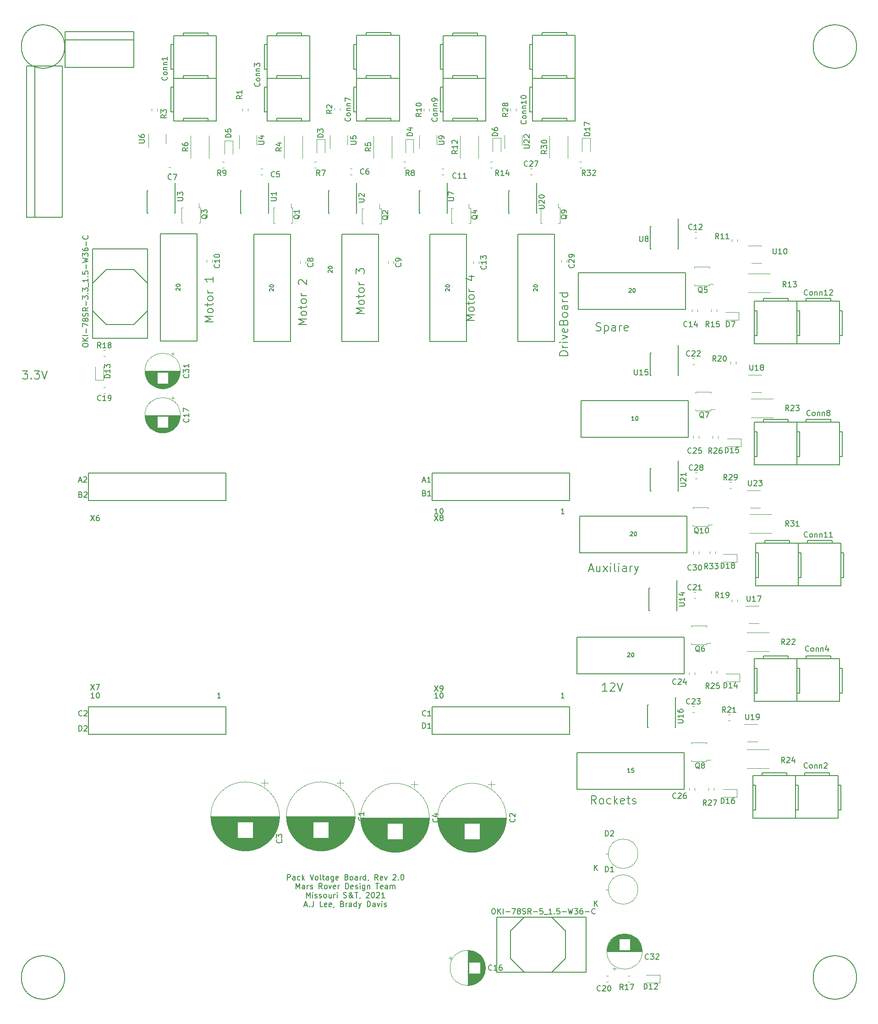
<source format=gbr>
%TF.GenerationSoftware,KiCad,Pcbnew,(5.1.4)-1*%
%TF.CreationDate,2021-04-02T11:00:34-05:00*%
%TF.ProjectId,PackVoltage_2021,5061636b-566f-46c7-9461-67655f323032,rev?*%
%TF.SameCoordinates,Original*%
%TF.FileFunction,Legend,Top*%
%TF.FilePolarity,Positive*%
%FSLAX46Y46*%
G04 Gerber Fmt 4.6, Leading zero omitted, Abs format (unit mm)*
G04 Created by KiCad (PCBNEW (5.1.4)-1) date 2021-04-02 11:00:34*
%MOMM*%
%LPD*%
G04 APERTURE LIST*
%ADD10C,0.150000*%
%ADD11C,0.120000*%
G04 APERTURE END LIST*
D10*
X110671428Y-53630285D02*
X109147428Y-53630285D01*
X110236000Y-53122285D01*
X109147428Y-52614285D01*
X110671428Y-52614285D01*
X110671428Y-51670857D02*
X110598857Y-51816000D01*
X110526285Y-51888571D01*
X110381142Y-51961142D01*
X109945714Y-51961142D01*
X109800571Y-51888571D01*
X109728000Y-51816000D01*
X109655428Y-51670857D01*
X109655428Y-51453142D01*
X109728000Y-51308000D01*
X109800571Y-51235428D01*
X109945714Y-51162857D01*
X110381142Y-51162857D01*
X110526285Y-51235428D01*
X110598857Y-51308000D01*
X110671428Y-51453142D01*
X110671428Y-51670857D01*
X109655428Y-50727428D02*
X109655428Y-50146857D01*
X109147428Y-50509714D02*
X110453714Y-50509714D01*
X110598857Y-50437142D01*
X110671428Y-50292000D01*
X110671428Y-50146857D01*
X110671428Y-49421142D02*
X110598857Y-49566285D01*
X110526285Y-49638857D01*
X110381142Y-49711428D01*
X109945714Y-49711428D01*
X109800571Y-49638857D01*
X109728000Y-49566285D01*
X109655428Y-49421142D01*
X109655428Y-49203428D01*
X109728000Y-49058285D01*
X109800571Y-48985714D01*
X109945714Y-48913142D01*
X110381142Y-48913142D01*
X110526285Y-48985714D01*
X110598857Y-49058285D01*
X110671428Y-49203428D01*
X110671428Y-49421142D01*
X110671428Y-48260000D02*
X109655428Y-48260000D01*
X109945714Y-48260000D02*
X109800571Y-48187428D01*
X109728000Y-48114857D01*
X109655428Y-47969714D01*
X109655428Y-47824571D01*
X110671428Y-45357142D02*
X110671428Y-46228000D01*
X110671428Y-45792571D02*
X109147428Y-45792571D01*
X109365142Y-45937714D01*
X109510285Y-46082857D01*
X109582857Y-46228000D01*
X127943428Y-54138285D02*
X126419428Y-54138285D01*
X127508000Y-53630285D01*
X126419428Y-53122285D01*
X127943428Y-53122285D01*
X127943428Y-52178857D02*
X127870857Y-52324000D01*
X127798285Y-52396571D01*
X127653142Y-52469142D01*
X127217714Y-52469142D01*
X127072571Y-52396571D01*
X127000000Y-52324000D01*
X126927428Y-52178857D01*
X126927428Y-51961142D01*
X127000000Y-51816000D01*
X127072571Y-51743428D01*
X127217714Y-51670857D01*
X127653142Y-51670857D01*
X127798285Y-51743428D01*
X127870857Y-51816000D01*
X127943428Y-51961142D01*
X127943428Y-52178857D01*
X126927428Y-51235428D02*
X126927428Y-50654857D01*
X126419428Y-51017714D02*
X127725714Y-51017714D01*
X127870857Y-50945142D01*
X127943428Y-50800000D01*
X127943428Y-50654857D01*
X127943428Y-49929142D02*
X127870857Y-50074285D01*
X127798285Y-50146857D01*
X127653142Y-50219428D01*
X127217714Y-50219428D01*
X127072571Y-50146857D01*
X127000000Y-50074285D01*
X126927428Y-49929142D01*
X126927428Y-49711428D01*
X127000000Y-49566285D01*
X127072571Y-49493714D01*
X127217714Y-49421142D01*
X127653142Y-49421142D01*
X127798285Y-49493714D01*
X127870857Y-49566285D01*
X127943428Y-49711428D01*
X127943428Y-49929142D01*
X127943428Y-48768000D02*
X126927428Y-48768000D01*
X127217714Y-48768000D02*
X127072571Y-48695428D01*
X127000000Y-48622857D01*
X126927428Y-48477714D01*
X126927428Y-48332571D01*
X126564571Y-46736000D02*
X126492000Y-46663428D01*
X126419428Y-46518285D01*
X126419428Y-46155428D01*
X126492000Y-46010285D01*
X126564571Y-45937714D01*
X126709714Y-45865142D01*
X126854857Y-45865142D01*
X127072571Y-45937714D01*
X127943428Y-46808571D01*
X127943428Y-45865142D01*
X138611428Y-52106285D02*
X137087428Y-52106285D01*
X138176000Y-51598285D01*
X137087428Y-51090285D01*
X138611428Y-51090285D01*
X138611428Y-50146857D02*
X138538857Y-50292000D01*
X138466285Y-50364571D01*
X138321142Y-50437142D01*
X137885714Y-50437142D01*
X137740571Y-50364571D01*
X137668000Y-50292000D01*
X137595428Y-50146857D01*
X137595428Y-49929142D01*
X137668000Y-49784000D01*
X137740571Y-49711428D01*
X137885714Y-49638857D01*
X138321142Y-49638857D01*
X138466285Y-49711428D01*
X138538857Y-49784000D01*
X138611428Y-49929142D01*
X138611428Y-50146857D01*
X137595428Y-49203428D02*
X137595428Y-48622857D01*
X137087428Y-48985714D02*
X138393714Y-48985714D01*
X138538857Y-48913142D01*
X138611428Y-48768000D01*
X138611428Y-48622857D01*
X138611428Y-47897142D02*
X138538857Y-48042285D01*
X138466285Y-48114857D01*
X138321142Y-48187428D01*
X137885714Y-48187428D01*
X137740571Y-48114857D01*
X137668000Y-48042285D01*
X137595428Y-47897142D01*
X137595428Y-47679428D01*
X137668000Y-47534285D01*
X137740571Y-47461714D01*
X137885714Y-47389142D01*
X138321142Y-47389142D01*
X138466285Y-47461714D01*
X138538857Y-47534285D01*
X138611428Y-47679428D01*
X138611428Y-47897142D01*
X138611428Y-46736000D02*
X137595428Y-46736000D01*
X137885714Y-46736000D02*
X137740571Y-46663428D01*
X137668000Y-46590857D01*
X137595428Y-46445714D01*
X137595428Y-46300571D01*
X137087428Y-44776571D02*
X137087428Y-43833142D01*
X137668000Y-44341142D01*
X137668000Y-44123428D01*
X137740571Y-43978285D01*
X137813142Y-43905714D01*
X137958285Y-43833142D01*
X138321142Y-43833142D01*
X138466285Y-43905714D01*
X138538857Y-43978285D01*
X138611428Y-44123428D01*
X138611428Y-44558857D01*
X138538857Y-44704000D01*
X138466285Y-44776571D01*
X158931428Y-53376285D02*
X157407428Y-53376285D01*
X158496000Y-52868285D01*
X157407428Y-52360285D01*
X158931428Y-52360285D01*
X158931428Y-51416857D02*
X158858857Y-51562000D01*
X158786285Y-51634571D01*
X158641142Y-51707142D01*
X158205714Y-51707142D01*
X158060571Y-51634571D01*
X157988000Y-51562000D01*
X157915428Y-51416857D01*
X157915428Y-51199142D01*
X157988000Y-51054000D01*
X158060571Y-50981428D01*
X158205714Y-50908857D01*
X158641142Y-50908857D01*
X158786285Y-50981428D01*
X158858857Y-51054000D01*
X158931428Y-51199142D01*
X158931428Y-51416857D01*
X157915428Y-50473428D02*
X157915428Y-49892857D01*
X157407428Y-50255714D02*
X158713714Y-50255714D01*
X158858857Y-50183142D01*
X158931428Y-50038000D01*
X158931428Y-49892857D01*
X158931428Y-49167142D02*
X158858857Y-49312285D01*
X158786285Y-49384857D01*
X158641142Y-49457428D01*
X158205714Y-49457428D01*
X158060571Y-49384857D01*
X157988000Y-49312285D01*
X157915428Y-49167142D01*
X157915428Y-48949428D01*
X157988000Y-48804285D01*
X158060571Y-48731714D01*
X158205714Y-48659142D01*
X158641142Y-48659142D01*
X158786285Y-48731714D01*
X158858857Y-48804285D01*
X158931428Y-48949428D01*
X158931428Y-49167142D01*
X158931428Y-48006000D02*
X157915428Y-48006000D01*
X158205714Y-48006000D02*
X158060571Y-47933428D01*
X157988000Y-47860857D01*
X157915428Y-47715714D01*
X157915428Y-47570571D01*
X157915428Y-45248285D02*
X158931428Y-45248285D01*
X157334857Y-45611142D02*
X158423428Y-45974000D01*
X158423428Y-45030571D01*
X176203428Y-59871428D02*
X174679428Y-59871428D01*
X174679428Y-59508571D01*
X174752000Y-59290857D01*
X174897142Y-59145714D01*
X175042285Y-59073142D01*
X175332571Y-59000571D01*
X175550285Y-59000571D01*
X175840571Y-59073142D01*
X175985714Y-59145714D01*
X176130857Y-59290857D01*
X176203428Y-59508571D01*
X176203428Y-59871428D01*
X176203428Y-58347428D02*
X175187428Y-58347428D01*
X175477714Y-58347428D02*
X175332571Y-58274857D01*
X175260000Y-58202285D01*
X175187428Y-58057142D01*
X175187428Y-57912000D01*
X176203428Y-57404000D02*
X175187428Y-57404000D01*
X174679428Y-57404000D02*
X174752000Y-57476571D01*
X174824571Y-57404000D01*
X174752000Y-57331428D01*
X174679428Y-57404000D01*
X174824571Y-57404000D01*
X175187428Y-56823428D02*
X176203428Y-56460571D01*
X175187428Y-56097714D01*
X176130857Y-54936571D02*
X176203428Y-55081714D01*
X176203428Y-55372000D01*
X176130857Y-55517142D01*
X175985714Y-55589714D01*
X175405142Y-55589714D01*
X175260000Y-55517142D01*
X175187428Y-55372000D01*
X175187428Y-55081714D01*
X175260000Y-54936571D01*
X175405142Y-54864000D01*
X175550285Y-54864000D01*
X175695428Y-55589714D01*
X175405142Y-53702857D02*
X175477714Y-53485142D01*
X175550285Y-53412571D01*
X175695428Y-53340000D01*
X175913142Y-53340000D01*
X176058285Y-53412571D01*
X176130857Y-53485142D01*
X176203428Y-53630285D01*
X176203428Y-54210857D01*
X174679428Y-54210857D01*
X174679428Y-53702857D01*
X174752000Y-53557714D01*
X174824571Y-53485142D01*
X174969714Y-53412571D01*
X175114857Y-53412571D01*
X175260000Y-53485142D01*
X175332571Y-53557714D01*
X175405142Y-53702857D01*
X175405142Y-54210857D01*
X176203428Y-52469142D02*
X176130857Y-52614285D01*
X176058285Y-52686857D01*
X175913142Y-52759428D01*
X175477714Y-52759428D01*
X175332571Y-52686857D01*
X175260000Y-52614285D01*
X175187428Y-52469142D01*
X175187428Y-52251428D01*
X175260000Y-52106285D01*
X175332571Y-52033714D01*
X175477714Y-51961142D01*
X175913142Y-51961142D01*
X176058285Y-52033714D01*
X176130857Y-52106285D01*
X176203428Y-52251428D01*
X176203428Y-52469142D01*
X176203428Y-50654857D02*
X175405142Y-50654857D01*
X175260000Y-50727428D01*
X175187428Y-50872571D01*
X175187428Y-51162857D01*
X175260000Y-51308000D01*
X176130857Y-50654857D02*
X176203428Y-50800000D01*
X176203428Y-51162857D01*
X176130857Y-51308000D01*
X175985714Y-51380571D01*
X175840571Y-51380571D01*
X175695428Y-51308000D01*
X175622857Y-51162857D01*
X175622857Y-50800000D01*
X175550285Y-50654857D01*
X176203428Y-49929142D02*
X175187428Y-49929142D01*
X175477714Y-49929142D02*
X175332571Y-49856571D01*
X175260000Y-49784000D01*
X175187428Y-49638857D01*
X175187428Y-49493714D01*
X176203428Y-48332571D02*
X174679428Y-48332571D01*
X176130857Y-48332571D02*
X176203428Y-48477714D01*
X176203428Y-48768000D01*
X176130857Y-48913142D01*
X176058285Y-48985714D01*
X175913142Y-49058285D01*
X175477714Y-49058285D01*
X175332571Y-48985714D01*
X175260000Y-48913142D01*
X175187428Y-48768000D01*
X175187428Y-48477714D01*
X175260000Y-48332571D01*
X181464857Y-55226857D02*
X181682571Y-55299428D01*
X182045428Y-55299428D01*
X182190571Y-55226857D01*
X182263142Y-55154285D01*
X182335714Y-55009142D01*
X182335714Y-54864000D01*
X182263142Y-54718857D01*
X182190571Y-54646285D01*
X182045428Y-54573714D01*
X181755142Y-54501142D01*
X181610000Y-54428571D01*
X181537428Y-54356000D01*
X181464857Y-54210857D01*
X181464857Y-54065714D01*
X181537428Y-53920571D01*
X181610000Y-53848000D01*
X181755142Y-53775428D01*
X182118000Y-53775428D01*
X182335714Y-53848000D01*
X182988857Y-54283428D02*
X182988857Y-55807428D01*
X182988857Y-54356000D02*
X183134000Y-54283428D01*
X183424285Y-54283428D01*
X183569428Y-54356000D01*
X183642000Y-54428571D01*
X183714571Y-54573714D01*
X183714571Y-55009142D01*
X183642000Y-55154285D01*
X183569428Y-55226857D01*
X183424285Y-55299428D01*
X183134000Y-55299428D01*
X182988857Y-55226857D01*
X185020857Y-55299428D02*
X185020857Y-54501142D01*
X184948285Y-54356000D01*
X184803142Y-54283428D01*
X184512857Y-54283428D01*
X184367714Y-54356000D01*
X185020857Y-55226857D02*
X184875714Y-55299428D01*
X184512857Y-55299428D01*
X184367714Y-55226857D01*
X184295142Y-55081714D01*
X184295142Y-54936571D01*
X184367714Y-54791428D01*
X184512857Y-54718857D01*
X184875714Y-54718857D01*
X185020857Y-54646285D01*
X185746571Y-55299428D02*
X185746571Y-54283428D01*
X185746571Y-54573714D02*
X185819142Y-54428571D01*
X185891714Y-54356000D01*
X186036857Y-54283428D01*
X186182000Y-54283428D01*
X187270571Y-55226857D02*
X187125428Y-55299428D01*
X186835142Y-55299428D01*
X186690000Y-55226857D01*
X186617428Y-55081714D01*
X186617428Y-54501142D01*
X186690000Y-54356000D01*
X186835142Y-54283428D01*
X187125428Y-54283428D01*
X187270571Y-54356000D01*
X187343142Y-54501142D01*
X187343142Y-54646285D01*
X186617428Y-54791428D01*
X180122285Y-99314000D02*
X180848000Y-99314000D01*
X179977142Y-99749428D02*
X180485142Y-98225428D01*
X180993142Y-99749428D01*
X182154285Y-98733428D02*
X182154285Y-99749428D01*
X181501142Y-98733428D02*
X181501142Y-99531714D01*
X181573714Y-99676857D01*
X181718857Y-99749428D01*
X181936571Y-99749428D01*
X182081714Y-99676857D01*
X182154285Y-99604285D01*
X182734857Y-99749428D02*
X183533142Y-98733428D01*
X182734857Y-98733428D02*
X183533142Y-99749428D01*
X184113714Y-99749428D02*
X184113714Y-98733428D01*
X184113714Y-98225428D02*
X184041142Y-98298000D01*
X184113714Y-98370571D01*
X184186285Y-98298000D01*
X184113714Y-98225428D01*
X184113714Y-98370571D01*
X185057142Y-99749428D02*
X184912000Y-99676857D01*
X184839428Y-99531714D01*
X184839428Y-98225428D01*
X185637714Y-99749428D02*
X185637714Y-98733428D01*
X185637714Y-98225428D02*
X185565142Y-98298000D01*
X185637714Y-98370571D01*
X185710285Y-98298000D01*
X185637714Y-98225428D01*
X185637714Y-98370571D01*
X187016571Y-99749428D02*
X187016571Y-98951142D01*
X186944000Y-98806000D01*
X186798857Y-98733428D01*
X186508571Y-98733428D01*
X186363428Y-98806000D01*
X187016571Y-99676857D02*
X186871428Y-99749428D01*
X186508571Y-99749428D01*
X186363428Y-99676857D01*
X186290857Y-99531714D01*
X186290857Y-99386571D01*
X186363428Y-99241428D01*
X186508571Y-99168857D01*
X186871428Y-99168857D01*
X187016571Y-99096285D01*
X187742285Y-99749428D02*
X187742285Y-98733428D01*
X187742285Y-99023714D02*
X187814857Y-98878571D01*
X187887428Y-98806000D01*
X188032571Y-98733428D01*
X188177714Y-98733428D01*
X188540571Y-98733428D02*
X188903428Y-99749428D01*
X189266285Y-98733428D02*
X188903428Y-99749428D01*
X188758285Y-100112285D01*
X188685714Y-100184857D01*
X188540571Y-100257428D01*
X183460571Y-121847428D02*
X182589714Y-121847428D01*
X183025142Y-121847428D02*
X183025142Y-120323428D01*
X182880000Y-120541142D01*
X182734857Y-120686285D01*
X182589714Y-120758857D01*
X184041142Y-120468571D02*
X184113714Y-120396000D01*
X184258857Y-120323428D01*
X184621714Y-120323428D01*
X184766857Y-120396000D01*
X184839428Y-120468571D01*
X184912000Y-120613714D01*
X184912000Y-120758857D01*
X184839428Y-120976571D01*
X183968571Y-121847428D01*
X184912000Y-121847428D01*
X185347428Y-120323428D02*
X185855428Y-121847428D01*
X186363428Y-120323428D01*
X181464857Y-142675428D02*
X180956857Y-141949714D01*
X180594000Y-142675428D02*
X180594000Y-141151428D01*
X181174571Y-141151428D01*
X181319714Y-141224000D01*
X181392285Y-141296571D01*
X181464857Y-141441714D01*
X181464857Y-141659428D01*
X181392285Y-141804571D01*
X181319714Y-141877142D01*
X181174571Y-141949714D01*
X180594000Y-141949714D01*
X182335714Y-142675428D02*
X182190571Y-142602857D01*
X182118000Y-142530285D01*
X182045428Y-142385142D01*
X182045428Y-141949714D01*
X182118000Y-141804571D01*
X182190571Y-141732000D01*
X182335714Y-141659428D01*
X182553428Y-141659428D01*
X182698571Y-141732000D01*
X182771142Y-141804571D01*
X182843714Y-141949714D01*
X182843714Y-142385142D01*
X182771142Y-142530285D01*
X182698571Y-142602857D01*
X182553428Y-142675428D01*
X182335714Y-142675428D01*
X184150000Y-142602857D02*
X184004857Y-142675428D01*
X183714571Y-142675428D01*
X183569428Y-142602857D01*
X183496857Y-142530285D01*
X183424285Y-142385142D01*
X183424285Y-141949714D01*
X183496857Y-141804571D01*
X183569428Y-141732000D01*
X183714571Y-141659428D01*
X184004857Y-141659428D01*
X184150000Y-141732000D01*
X184803142Y-142675428D02*
X184803142Y-141151428D01*
X184948285Y-142094857D02*
X185383714Y-142675428D01*
X185383714Y-141659428D02*
X184803142Y-142240000D01*
X186617428Y-142602857D02*
X186472285Y-142675428D01*
X186182000Y-142675428D01*
X186036857Y-142602857D01*
X185964285Y-142457714D01*
X185964285Y-141877142D01*
X186036857Y-141732000D01*
X186182000Y-141659428D01*
X186472285Y-141659428D01*
X186617428Y-141732000D01*
X186690000Y-141877142D01*
X186690000Y-142022285D01*
X185964285Y-142167428D01*
X187125428Y-141659428D02*
X187706000Y-141659428D01*
X187343142Y-141151428D02*
X187343142Y-142457714D01*
X187415714Y-142602857D01*
X187560857Y-142675428D01*
X187706000Y-142675428D01*
X188141428Y-142602857D02*
X188286571Y-142675428D01*
X188576857Y-142675428D01*
X188722000Y-142602857D01*
X188794571Y-142457714D01*
X188794571Y-142385142D01*
X188722000Y-142240000D01*
X188576857Y-142167428D01*
X188359142Y-142167428D01*
X188214000Y-142094857D01*
X188141428Y-141949714D01*
X188141428Y-141877142D01*
X188214000Y-141732000D01*
X188359142Y-141659428D01*
X188576857Y-141659428D01*
X188722000Y-141732000D01*
X75474285Y-62665428D02*
X76417714Y-62665428D01*
X75909714Y-63246000D01*
X76127428Y-63246000D01*
X76272571Y-63318571D01*
X76345142Y-63391142D01*
X76417714Y-63536285D01*
X76417714Y-63899142D01*
X76345142Y-64044285D01*
X76272571Y-64116857D01*
X76127428Y-64189428D01*
X75692000Y-64189428D01*
X75546857Y-64116857D01*
X75474285Y-64044285D01*
X77070857Y-64044285D02*
X77143428Y-64116857D01*
X77070857Y-64189428D01*
X76998285Y-64116857D01*
X77070857Y-64044285D01*
X77070857Y-64189428D01*
X77651428Y-62665428D02*
X78594857Y-62665428D01*
X78086857Y-63246000D01*
X78304571Y-63246000D01*
X78449714Y-63318571D01*
X78522285Y-63391142D01*
X78594857Y-63536285D01*
X78594857Y-63899142D01*
X78522285Y-64044285D01*
X78449714Y-64116857D01*
X78304571Y-64189428D01*
X77869142Y-64189428D01*
X77724000Y-64116857D01*
X77651428Y-64044285D01*
X79030285Y-62665428D02*
X79538285Y-64189428D01*
X80046285Y-62665428D01*
X124389904Y-156727380D02*
X124389904Y-155727380D01*
X124770857Y-155727380D01*
X124866095Y-155775000D01*
X124913714Y-155822619D01*
X124961333Y-155917857D01*
X124961333Y-156060714D01*
X124913714Y-156155952D01*
X124866095Y-156203571D01*
X124770857Y-156251190D01*
X124389904Y-156251190D01*
X125818476Y-156727380D02*
X125818476Y-156203571D01*
X125770857Y-156108333D01*
X125675619Y-156060714D01*
X125485142Y-156060714D01*
X125389904Y-156108333D01*
X125818476Y-156679761D02*
X125723238Y-156727380D01*
X125485142Y-156727380D01*
X125389904Y-156679761D01*
X125342285Y-156584523D01*
X125342285Y-156489285D01*
X125389904Y-156394047D01*
X125485142Y-156346428D01*
X125723238Y-156346428D01*
X125818476Y-156298809D01*
X126723238Y-156679761D02*
X126628000Y-156727380D01*
X126437523Y-156727380D01*
X126342285Y-156679761D01*
X126294666Y-156632142D01*
X126247047Y-156536904D01*
X126247047Y-156251190D01*
X126294666Y-156155952D01*
X126342285Y-156108333D01*
X126437523Y-156060714D01*
X126628000Y-156060714D01*
X126723238Y-156108333D01*
X127151809Y-156727380D02*
X127151809Y-155727380D01*
X127247047Y-156346428D02*
X127532761Y-156727380D01*
X127532761Y-156060714D02*
X127151809Y-156441666D01*
X128580380Y-155727380D02*
X128913714Y-156727380D01*
X129247047Y-155727380D01*
X129723238Y-156727380D02*
X129628000Y-156679761D01*
X129580380Y-156632142D01*
X129532761Y-156536904D01*
X129532761Y-156251190D01*
X129580380Y-156155952D01*
X129628000Y-156108333D01*
X129723238Y-156060714D01*
X129866095Y-156060714D01*
X129961333Y-156108333D01*
X130008952Y-156155952D01*
X130056571Y-156251190D01*
X130056571Y-156536904D01*
X130008952Y-156632142D01*
X129961333Y-156679761D01*
X129866095Y-156727380D01*
X129723238Y-156727380D01*
X130628000Y-156727380D02*
X130532761Y-156679761D01*
X130485142Y-156584523D01*
X130485142Y-155727380D01*
X130866095Y-156060714D02*
X131247047Y-156060714D01*
X131008952Y-155727380D02*
X131008952Y-156584523D01*
X131056571Y-156679761D01*
X131151809Y-156727380D01*
X131247047Y-156727380D01*
X132008952Y-156727380D02*
X132008952Y-156203571D01*
X131961333Y-156108333D01*
X131866095Y-156060714D01*
X131675619Y-156060714D01*
X131580380Y-156108333D01*
X132008952Y-156679761D02*
X131913714Y-156727380D01*
X131675619Y-156727380D01*
X131580380Y-156679761D01*
X131532761Y-156584523D01*
X131532761Y-156489285D01*
X131580380Y-156394047D01*
X131675619Y-156346428D01*
X131913714Y-156346428D01*
X132008952Y-156298809D01*
X132913714Y-156060714D02*
X132913714Y-156870238D01*
X132866095Y-156965476D01*
X132818476Y-157013095D01*
X132723238Y-157060714D01*
X132580380Y-157060714D01*
X132485142Y-157013095D01*
X132913714Y-156679761D02*
X132818476Y-156727380D01*
X132628000Y-156727380D01*
X132532761Y-156679761D01*
X132485142Y-156632142D01*
X132437523Y-156536904D01*
X132437523Y-156251190D01*
X132485142Y-156155952D01*
X132532761Y-156108333D01*
X132628000Y-156060714D01*
X132818476Y-156060714D01*
X132913714Y-156108333D01*
X133770857Y-156679761D02*
X133675619Y-156727380D01*
X133485142Y-156727380D01*
X133389904Y-156679761D01*
X133342285Y-156584523D01*
X133342285Y-156203571D01*
X133389904Y-156108333D01*
X133485142Y-156060714D01*
X133675619Y-156060714D01*
X133770857Y-156108333D01*
X133818476Y-156203571D01*
X133818476Y-156298809D01*
X133342285Y-156394047D01*
X135342285Y-156203571D02*
X135485142Y-156251190D01*
X135532761Y-156298809D01*
X135580380Y-156394047D01*
X135580380Y-156536904D01*
X135532761Y-156632142D01*
X135485142Y-156679761D01*
X135389904Y-156727380D01*
X135008952Y-156727380D01*
X135008952Y-155727380D01*
X135342285Y-155727380D01*
X135437523Y-155775000D01*
X135485142Y-155822619D01*
X135532761Y-155917857D01*
X135532761Y-156013095D01*
X135485142Y-156108333D01*
X135437523Y-156155952D01*
X135342285Y-156203571D01*
X135008952Y-156203571D01*
X136151809Y-156727380D02*
X136056571Y-156679761D01*
X136008952Y-156632142D01*
X135961333Y-156536904D01*
X135961333Y-156251190D01*
X136008952Y-156155952D01*
X136056571Y-156108333D01*
X136151809Y-156060714D01*
X136294666Y-156060714D01*
X136389904Y-156108333D01*
X136437523Y-156155952D01*
X136485142Y-156251190D01*
X136485142Y-156536904D01*
X136437523Y-156632142D01*
X136389904Y-156679761D01*
X136294666Y-156727380D01*
X136151809Y-156727380D01*
X137342285Y-156727380D02*
X137342285Y-156203571D01*
X137294666Y-156108333D01*
X137199428Y-156060714D01*
X137008952Y-156060714D01*
X136913714Y-156108333D01*
X137342285Y-156679761D02*
X137247047Y-156727380D01*
X137008952Y-156727380D01*
X136913714Y-156679761D01*
X136866095Y-156584523D01*
X136866095Y-156489285D01*
X136913714Y-156394047D01*
X137008952Y-156346428D01*
X137247047Y-156346428D01*
X137342285Y-156298809D01*
X137818476Y-156727380D02*
X137818476Y-156060714D01*
X137818476Y-156251190D02*
X137866095Y-156155952D01*
X137913714Y-156108333D01*
X138008952Y-156060714D01*
X138104190Y-156060714D01*
X138866095Y-156727380D02*
X138866095Y-155727380D01*
X138866095Y-156679761D02*
X138770857Y-156727380D01*
X138580380Y-156727380D01*
X138485142Y-156679761D01*
X138437523Y-156632142D01*
X138389904Y-156536904D01*
X138389904Y-156251190D01*
X138437523Y-156155952D01*
X138485142Y-156108333D01*
X138580380Y-156060714D01*
X138770857Y-156060714D01*
X138866095Y-156108333D01*
X139389904Y-156679761D02*
X139389904Y-156727380D01*
X139342285Y-156822619D01*
X139294666Y-156870238D01*
X141151809Y-156727380D02*
X140818476Y-156251190D01*
X140580380Y-156727380D02*
X140580380Y-155727380D01*
X140961333Y-155727380D01*
X141056571Y-155775000D01*
X141104190Y-155822619D01*
X141151809Y-155917857D01*
X141151809Y-156060714D01*
X141104190Y-156155952D01*
X141056571Y-156203571D01*
X140961333Y-156251190D01*
X140580380Y-156251190D01*
X141961333Y-156679761D02*
X141866095Y-156727380D01*
X141675619Y-156727380D01*
X141580380Y-156679761D01*
X141532761Y-156584523D01*
X141532761Y-156203571D01*
X141580380Y-156108333D01*
X141675619Y-156060714D01*
X141866095Y-156060714D01*
X141961333Y-156108333D01*
X142008952Y-156203571D01*
X142008952Y-156298809D01*
X141532761Y-156394047D01*
X142342285Y-156060714D02*
X142580380Y-156727380D01*
X142818476Y-156060714D01*
X143913714Y-155822619D02*
X143961333Y-155775000D01*
X144056571Y-155727380D01*
X144294666Y-155727380D01*
X144389904Y-155775000D01*
X144437523Y-155822619D01*
X144485142Y-155917857D01*
X144485142Y-156013095D01*
X144437523Y-156155952D01*
X143866095Y-156727380D01*
X144485142Y-156727380D01*
X144913714Y-156632142D02*
X144961333Y-156679761D01*
X144913714Y-156727380D01*
X144866095Y-156679761D01*
X144913714Y-156632142D01*
X144913714Y-156727380D01*
X145580380Y-155727380D02*
X145675619Y-155727380D01*
X145770857Y-155775000D01*
X145818476Y-155822619D01*
X145866095Y-155917857D01*
X145913714Y-156108333D01*
X145913714Y-156346428D01*
X145866095Y-156536904D01*
X145818476Y-156632142D01*
X145770857Y-156679761D01*
X145675619Y-156727380D01*
X145580380Y-156727380D01*
X145485142Y-156679761D01*
X145437523Y-156632142D01*
X145389904Y-156536904D01*
X145342285Y-156346428D01*
X145342285Y-156108333D01*
X145389904Y-155917857D01*
X145437523Y-155822619D01*
X145485142Y-155775000D01*
X145580380Y-155727380D01*
X126008952Y-158377380D02*
X126008952Y-157377380D01*
X126342285Y-158091666D01*
X126675619Y-157377380D01*
X126675619Y-158377380D01*
X127580380Y-158377380D02*
X127580380Y-157853571D01*
X127532761Y-157758333D01*
X127437523Y-157710714D01*
X127247047Y-157710714D01*
X127151809Y-157758333D01*
X127580380Y-158329761D02*
X127485142Y-158377380D01*
X127247047Y-158377380D01*
X127151809Y-158329761D01*
X127104190Y-158234523D01*
X127104190Y-158139285D01*
X127151809Y-158044047D01*
X127247047Y-157996428D01*
X127485142Y-157996428D01*
X127580380Y-157948809D01*
X128056571Y-158377380D02*
X128056571Y-157710714D01*
X128056571Y-157901190D02*
X128104190Y-157805952D01*
X128151809Y-157758333D01*
X128247047Y-157710714D01*
X128342285Y-157710714D01*
X128627999Y-158329761D02*
X128723238Y-158377380D01*
X128913714Y-158377380D01*
X129008952Y-158329761D01*
X129056571Y-158234523D01*
X129056571Y-158186904D01*
X129008952Y-158091666D01*
X128913714Y-158044047D01*
X128770857Y-158044047D01*
X128675619Y-157996428D01*
X128627999Y-157901190D01*
X128627999Y-157853571D01*
X128675619Y-157758333D01*
X128770857Y-157710714D01*
X128913714Y-157710714D01*
X129008952Y-157758333D01*
X130818476Y-158377380D02*
X130485142Y-157901190D01*
X130247047Y-158377380D02*
X130247047Y-157377380D01*
X130627999Y-157377380D01*
X130723238Y-157425000D01*
X130770857Y-157472619D01*
X130818476Y-157567857D01*
X130818476Y-157710714D01*
X130770857Y-157805952D01*
X130723238Y-157853571D01*
X130627999Y-157901190D01*
X130247047Y-157901190D01*
X131389904Y-158377380D02*
X131294666Y-158329761D01*
X131247047Y-158282142D01*
X131199428Y-158186904D01*
X131199428Y-157901190D01*
X131247047Y-157805952D01*
X131294666Y-157758333D01*
X131389904Y-157710714D01*
X131532761Y-157710714D01*
X131627999Y-157758333D01*
X131675619Y-157805952D01*
X131723238Y-157901190D01*
X131723238Y-158186904D01*
X131675619Y-158282142D01*
X131627999Y-158329761D01*
X131532761Y-158377380D01*
X131389904Y-158377380D01*
X132056571Y-157710714D02*
X132294666Y-158377380D01*
X132532761Y-157710714D01*
X133294666Y-158329761D02*
X133199428Y-158377380D01*
X133008952Y-158377380D01*
X132913714Y-158329761D01*
X132866095Y-158234523D01*
X132866095Y-157853571D01*
X132913714Y-157758333D01*
X133008952Y-157710714D01*
X133199428Y-157710714D01*
X133294666Y-157758333D01*
X133342285Y-157853571D01*
X133342285Y-157948809D01*
X132866095Y-158044047D01*
X133770857Y-158377380D02*
X133770857Y-157710714D01*
X133770857Y-157901190D02*
X133818476Y-157805952D01*
X133866095Y-157758333D01*
X133961333Y-157710714D01*
X134056571Y-157710714D01*
X135151809Y-158377380D02*
X135151809Y-157377380D01*
X135389904Y-157377380D01*
X135532761Y-157425000D01*
X135628000Y-157520238D01*
X135675619Y-157615476D01*
X135723238Y-157805952D01*
X135723238Y-157948809D01*
X135675619Y-158139285D01*
X135628000Y-158234523D01*
X135532761Y-158329761D01*
X135389904Y-158377380D01*
X135151809Y-158377380D01*
X136532761Y-158329761D02*
X136437523Y-158377380D01*
X136247047Y-158377380D01*
X136151809Y-158329761D01*
X136104190Y-158234523D01*
X136104190Y-157853571D01*
X136151809Y-157758333D01*
X136247047Y-157710714D01*
X136437523Y-157710714D01*
X136532761Y-157758333D01*
X136580380Y-157853571D01*
X136580380Y-157948809D01*
X136104190Y-158044047D01*
X136961333Y-158329761D02*
X137056571Y-158377380D01*
X137247047Y-158377380D01*
X137342285Y-158329761D01*
X137389904Y-158234523D01*
X137389904Y-158186904D01*
X137342285Y-158091666D01*
X137247047Y-158044047D01*
X137104190Y-158044047D01*
X137008952Y-157996428D01*
X136961333Y-157901190D01*
X136961333Y-157853571D01*
X137008952Y-157758333D01*
X137104190Y-157710714D01*
X137247047Y-157710714D01*
X137342285Y-157758333D01*
X137818476Y-158377380D02*
X137818476Y-157710714D01*
X137818476Y-157377380D02*
X137770857Y-157425000D01*
X137818476Y-157472619D01*
X137866095Y-157425000D01*
X137818476Y-157377380D01*
X137818476Y-157472619D01*
X138723238Y-157710714D02*
X138723238Y-158520238D01*
X138675619Y-158615476D01*
X138628000Y-158663095D01*
X138532761Y-158710714D01*
X138389904Y-158710714D01*
X138294666Y-158663095D01*
X138723238Y-158329761D02*
X138628000Y-158377380D01*
X138437523Y-158377380D01*
X138342285Y-158329761D01*
X138294666Y-158282142D01*
X138247047Y-158186904D01*
X138247047Y-157901190D01*
X138294666Y-157805952D01*
X138342285Y-157758333D01*
X138437523Y-157710714D01*
X138628000Y-157710714D01*
X138723238Y-157758333D01*
X139199428Y-157710714D02*
X139199428Y-158377380D01*
X139199428Y-157805952D02*
X139247047Y-157758333D01*
X139342285Y-157710714D01*
X139485142Y-157710714D01*
X139580380Y-157758333D01*
X139628000Y-157853571D01*
X139628000Y-158377380D01*
X140723238Y-157377380D02*
X141294666Y-157377380D01*
X141008952Y-158377380D02*
X141008952Y-157377380D01*
X142008952Y-158329761D02*
X141913714Y-158377380D01*
X141723238Y-158377380D01*
X141628000Y-158329761D01*
X141580380Y-158234523D01*
X141580380Y-157853571D01*
X141628000Y-157758333D01*
X141723238Y-157710714D01*
X141913714Y-157710714D01*
X142008952Y-157758333D01*
X142056571Y-157853571D01*
X142056571Y-157948809D01*
X141580380Y-158044047D01*
X142913714Y-158377380D02*
X142913714Y-157853571D01*
X142866095Y-157758333D01*
X142770857Y-157710714D01*
X142580380Y-157710714D01*
X142485142Y-157758333D01*
X142913714Y-158329761D02*
X142818476Y-158377380D01*
X142580380Y-158377380D01*
X142485142Y-158329761D01*
X142437523Y-158234523D01*
X142437523Y-158139285D01*
X142485142Y-158044047D01*
X142580380Y-157996428D01*
X142818476Y-157996428D01*
X142913714Y-157948809D01*
X143389904Y-158377380D02*
X143389904Y-157710714D01*
X143389904Y-157805952D02*
X143437523Y-157758333D01*
X143532761Y-157710714D01*
X143675619Y-157710714D01*
X143770857Y-157758333D01*
X143818476Y-157853571D01*
X143818476Y-158377380D01*
X143818476Y-157853571D02*
X143866095Y-157758333D01*
X143961333Y-157710714D01*
X144104190Y-157710714D01*
X144199428Y-157758333D01*
X144247047Y-157853571D01*
X144247047Y-158377380D01*
X127913714Y-160027380D02*
X127913714Y-159027380D01*
X128247047Y-159741666D01*
X128580380Y-159027380D01*
X128580380Y-160027380D01*
X129056571Y-160027380D02*
X129056571Y-159360714D01*
X129056571Y-159027380D02*
X129008952Y-159075000D01*
X129056571Y-159122619D01*
X129104190Y-159075000D01*
X129056571Y-159027380D01*
X129056571Y-159122619D01*
X129485142Y-159979761D02*
X129580380Y-160027380D01*
X129770857Y-160027380D01*
X129866095Y-159979761D01*
X129913714Y-159884523D01*
X129913714Y-159836904D01*
X129866095Y-159741666D01*
X129770857Y-159694047D01*
X129628000Y-159694047D01*
X129532761Y-159646428D01*
X129485142Y-159551190D01*
X129485142Y-159503571D01*
X129532761Y-159408333D01*
X129628000Y-159360714D01*
X129770857Y-159360714D01*
X129866095Y-159408333D01*
X130294666Y-159979761D02*
X130389904Y-160027380D01*
X130580380Y-160027380D01*
X130675619Y-159979761D01*
X130723238Y-159884523D01*
X130723238Y-159836904D01*
X130675619Y-159741666D01*
X130580380Y-159694047D01*
X130437523Y-159694047D01*
X130342285Y-159646428D01*
X130294666Y-159551190D01*
X130294666Y-159503571D01*
X130342285Y-159408333D01*
X130437523Y-159360714D01*
X130580380Y-159360714D01*
X130675619Y-159408333D01*
X131294666Y-160027380D02*
X131199428Y-159979761D01*
X131151809Y-159932142D01*
X131104190Y-159836904D01*
X131104190Y-159551190D01*
X131151809Y-159455952D01*
X131199428Y-159408333D01*
X131294666Y-159360714D01*
X131437523Y-159360714D01*
X131532761Y-159408333D01*
X131580380Y-159455952D01*
X131628000Y-159551190D01*
X131628000Y-159836904D01*
X131580380Y-159932142D01*
X131532761Y-159979761D01*
X131437523Y-160027380D01*
X131294666Y-160027380D01*
X132485142Y-159360714D02*
X132485142Y-160027380D01*
X132056571Y-159360714D02*
X132056571Y-159884523D01*
X132104190Y-159979761D01*
X132199428Y-160027380D01*
X132342285Y-160027380D01*
X132437523Y-159979761D01*
X132485142Y-159932142D01*
X132961333Y-160027380D02*
X132961333Y-159360714D01*
X132961333Y-159551190D02*
X133008952Y-159455952D01*
X133056571Y-159408333D01*
X133151809Y-159360714D01*
X133247047Y-159360714D01*
X133580380Y-160027380D02*
X133580380Y-159360714D01*
X133580380Y-159027380D02*
X133532761Y-159075000D01*
X133580380Y-159122619D01*
X133628000Y-159075000D01*
X133580380Y-159027380D01*
X133580380Y-159122619D01*
X134770857Y-159979761D02*
X134913714Y-160027380D01*
X135151809Y-160027380D01*
X135247047Y-159979761D01*
X135294666Y-159932142D01*
X135342285Y-159836904D01*
X135342285Y-159741666D01*
X135294666Y-159646428D01*
X135247047Y-159598809D01*
X135151809Y-159551190D01*
X134961333Y-159503571D01*
X134866095Y-159455952D01*
X134818476Y-159408333D01*
X134770857Y-159313095D01*
X134770857Y-159217857D01*
X134818476Y-159122619D01*
X134866095Y-159075000D01*
X134961333Y-159027380D01*
X135199428Y-159027380D01*
X135342285Y-159075000D01*
X136580380Y-160027380D02*
X136532761Y-160027380D01*
X136437523Y-159979761D01*
X136294666Y-159836904D01*
X136056571Y-159551190D01*
X135961333Y-159408333D01*
X135913714Y-159265476D01*
X135913714Y-159170238D01*
X135961333Y-159075000D01*
X136056571Y-159027380D01*
X136104190Y-159027380D01*
X136199428Y-159075000D01*
X136247047Y-159170238D01*
X136247047Y-159217857D01*
X136199428Y-159313095D01*
X136151809Y-159360714D01*
X135866095Y-159551190D01*
X135818476Y-159598809D01*
X135770857Y-159694047D01*
X135770857Y-159836904D01*
X135818476Y-159932142D01*
X135866095Y-159979761D01*
X135961333Y-160027380D01*
X136104190Y-160027380D01*
X136199428Y-159979761D01*
X136247047Y-159932142D01*
X136389904Y-159741666D01*
X136437523Y-159598809D01*
X136437523Y-159503571D01*
X136866095Y-159027380D02*
X137437523Y-159027380D01*
X137151809Y-160027380D02*
X137151809Y-159027380D01*
X137818476Y-159979761D02*
X137818476Y-160027380D01*
X137770857Y-160122619D01*
X137723238Y-160170238D01*
X138961333Y-159122619D02*
X139008952Y-159075000D01*
X139104190Y-159027380D01*
X139342285Y-159027380D01*
X139437523Y-159075000D01*
X139485142Y-159122619D01*
X139532761Y-159217857D01*
X139532761Y-159313095D01*
X139485142Y-159455952D01*
X138913714Y-160027380D01*
X139532761Y-160027380D01*
X140151809Y-159027380D02*
X140247047Y-159027380D01*
X140342285Y-159075000D01*
X140389904Y-159122619D01*
X140437523Y-159217857D01*
X140485142Y-159408333D01*
X140485142Y-159646428D01*
X140437523Y-159836904D01*
X140389904Y-159932142D01*
X140342285Y-159979761D01*
X140247047Y-160027380D01*
X140151809Y-160027380D01*
X140056571Y-159979761D01*
X140008952Y-159932142D01*
X139961333Y-159836904D01*
X139913714Y-159646428D01*
X139913714Y-159408333D01*
X139961333Y-159217857D01*
X140008952Y-159122619D01*
X140056571Y-159075000D01*
X140151809Y-159027380D01*
X140866095Y-159122619D02*
X140913714Y-159075000D01*
X141008952Y-159027380D01*
X141247047Y-159027380D01*
X141342285Y-159075000D01*
X141389904Y-159122619D01*
X141437523Y-159217857D01*
X141437523Y-159313095D01*
X141389904Y-159455952D01*
X140818476Y-160027380D01*
X141437523Y-160027380D01*
X142389904Y-160027380D02*
X141818476Y-160027380D01*
X142104190Y-160027380D02*
X142104190Y-159027380D01*
X142008952Y-159170238D01*
X141913714Y-159265476D01*
X141818476Y-159313095D01*
X127556571Y-161391666D02*
X128032761Y-161391666D01*
X127461333Y-161677380D02*
X127794666Y-160677380D01*
X128128000Y-161677380D01*
X128461333Y-161582142D02*
X128508952Y-161629761D01*
X128461333Y-161677380D01*
X128413714Y-161629761D01*
X128461333Y-161582142D01*
X128461333Y-161677380D01*
X129223238Y-160677380D02*
X129223238Y-161391666D01*
X129175619Y-161534523D01*
X129080380Y-161629761D01*
X128937523Y-161677380D01*
X128842285Y-161677380D01*
X130937523Y-161677380D02*
X130461333Y-161677380D01*
X130461333Y-160677380D01*
X131651809Y-161629761D02*
X131556571Y-161677380D01*
X131366095Y-161677380D01*
X131270857Y-161629761D01*
X131223238Y-161534523D01*
X131223238Y-161153571D01*
X131270857Y-161058333D01*
X131366095Y-161010714D01*
X131556571Y-161010714D01*
X131651809Y-161058333D01*
X131699428Y-161153571D01*
X131699428Y-161248809D01*
X131223238Y-161344047D01*
X132508952Y-161629761D02*
X132413714Y-161677380D01*
X132223238Y-161677380D01*
X132128000Y-161629761D01*
X132080380Y-161534523D01*
X132080380Y-161153571D01*
X132128000Y-161058333D01*
X132223238Y-161010714D01*
X132413714Y-161010714D01*
X132508952Y-161058333D01*
X132556571Y-161153571D01*
X132556571Y-161248809D01*
X132080380Y-161344047D01*
X133032761Y-161629761D02*
X133032761Y-161677380D01*
X132985142Y-161772619D01*
X132937523Y-161820238D01*
X134556571Y-161153571D02*
X134699428Y-161201190D01*
X134747047Y-161248809D01*
X134794666Y-161344047D01*
X134794666Y-161486904D01*
X134747047Y-161582142D01*
X134699428Y-161629761D01*
X134604190Y-161677380D01*
X134223238Y-161677380D01*
X134223238Y-160677380D01*
X134556571Y-160677380D01*
X134651809Y-160725000D01*
X134699428Y-160772619D01*
X134747047Y-160867857D01*
X134747047Y-160963095D01*
X134699428Y-161058333D01*
X134651809Y-161105952D01*
X134556571Y-161153571D01*
X134223238Y-161153571D01*
X135223238Y-161677380D02*
X135223238Y-161010714D01*
X135223238Y-161201190D02*
X135270857Y-161105952D01*
X135318476Y-161058333D01*
X135413714Y-161010714D01*
X135508952Y-161010714D01*
X136270857Y-161677380D02*
X136270857Y-161153571D01*
X136223238Y-161058333D01*
X136128000Y-161010714D01*
X135937523Y-161010714D01*
X135842285Y-161058333D01*
X136270857Y-161629761D02*
X136175619Y-161677380D01*
X135937523Y-161677380D01*
X135842285Y-161629761D01*
X135794666Y-161534523D01*
X135794666Y-161439285D01*
X135842285Y-161344047D01*
X135937523Y-161296428D01*
X136175619Y-161296428D01*
X136270857Y-161248809D01*
X137175619Y-161677380D02*
X137175619Y-160677380D01*
X137175619Y-161629761D02*
X137080380Y-161677380D01*
X136889904Y-161677380D01*
X136794666Y-161629761D01*
X136747047Y-161582142D01*
X136699428Y-161486904D01*
X136699428Y-161201190D01*
X136747047Y-161105952D01*
X136794666Y-161058333D01*
X136889904Y-161010714D01*
X137080380Y-161010714D01*
X137175619Y-161058333D01*
X137556571Y-161010714D02*
X137794666Y-161677380D01*
X138032761Y-161010714D02*
X137794666Y-161677380D01*
X137699428Y-161915476D01*
X137651809Y-161963095D01*
X137556571Y-162010714D01*
X139175619Y-161677380D02*
X139175619Y-160677380D01*
X139413714Y-160677380D01*
X139556571Y-160725000D01*
X139651809Y-160820238D01*
X139699428Y-160915476D01*
X139747047Y-161105952D01*
X139747047Y-161248809D01*
X139699428Y-161439285D01*
X139651809Y-161534523D01*
X139556571Y-161629761D01*
X139413714Y-161677380D01*
X139175619Y-161677380D01*
X140604190Y-161677380D02*
X140604190Y-161153571D01*
X140556571Y-161058333D01*
X140461333Y-161010714D01*
X140270857Y-161010714D01*
X140175619Y-161058333D01*
X140604190Y-161629761D02*
X140508952Y-161677380D01*
X140270857Y-161677380D01*
X140175619Y-161629761D01*
X140128000Y-161534523D01*
X140128000Y-161439285D01*
X140175619Y-161344047D01*
X140270857Y-161296428D01*
X140508952Y-161296428D01*
X140604190Y-161248809D01*
X140985142Y-161010714D02*
X141223238Y-161677380D01*
X141461333Y-161010714D01*
X141842285Y-161677380D02*
X141842285Y-161010714D01*
X141842285Y-160677380D02*
X141794666Y-160725000D01*
X141842285Y-160772619D01*
X141889904Y-160725000D01*
X141842285Y-160677380D01*
X141842285Y-160772619D01*
X142270857Y-161629761D02*
X142366095Y-161677380D01*
X142556571Y-161677380D01*
X142651809Y-161629761D01*
X142699428Y-161534523D01*
X142699428Y-161486904D01*
X142651809Y-161391666D01*
X142556571Y-161344047D01*
X142413714Y-161344047D01*
X142318476Y-161296428D01*
X142270857Y-161201190D01*
X142270857Y-161153571D01*
X142318476Y-161058333D01*
X142413714Y-161010714D01*
X142556571Y-161010714D01*
X142651809Y-161058333D01*
%TO.C,REF\002A\002A*%
X83261200Y-174752000D02*
G75*
G03X83261200Y-174752000I-4013200J0D01*
G01*
X83261200Y-2794000D02*
G75*
G03X83261200Y-2794000I-4013200J0D01*
G01*
X229565200Y-2794000D02*
G75*
G03X229565200Y-2794000I-4013200J0D01*
G01*
X229565200Y-174752000D02*
G75*
G03X229565200Y-174752000I-4013200J0D01*
G01*
%TO.C,U24*%
X113030000Y-129794000D02*
X113030000Y-124714000D01*
X87630000Y-129794000D02*
X113030000Y-129794000D01*
X87630000Y-124714000D02*
X87630000Y-129794000D01*
X113030000Y-81534000D02*
X87630000Y-81534000D01*
X113030000Y-86614000D02*
X113030000Y-81534000D01*
X87630000Y-81534000D02*
X87630000Y-86614000D01*
X113030000Y-124714000D02*
X87630000Y-124714000D01*
X87630000Y-86614000D02*
X113030000Y-86614000D01*
X176530000Y-124714000D02*
X151130000Y-124714000D01*
X176530000Y-129794000D02*
X176530000Y-124714000D01*
X151130000Y-129794000D02*
X176530000Y-129794000D01*
X151130000Y-124714000D02*
X151130000Y-129794000D01*
X176530000Y-81534000D02*
X151130000Y-81534000D01*
X176530000Y-86614000D02*
X176530000Y-81534000D01*
X151130000Y-86614000D02*
X176530000Y-86614000D01*
X151130000Y-81534000D02*
X151130000Y-86614000D01*
D11*
%TO.C,Q3*%
X108028000Y-31808000D02*
X108028000Y-32538000D01*
X108323000Y-32538000D02*
X108028000Y-32538000D01*
X108323000Y-35378000D02*
X108323000Y-32538000D01*
X108028000Y-35378000D02*
X108323000Y-35378000D01*
X104783000Y-35378000D02*
X105078000Y-35378000D01*
X104783000Y-32538000D02*
X104783000Y-35378000D01*
X105078000Y-32538000D02*
X104783000Y-32538000D01*
%TO.C,U23*%
X211720000Y-84750000D02*
X209270000Y-84750000D01*
X209920000Y-87970000D02*
X211720000Y-87970000D01*
%TO.C,U22*%
X164506000Y-19166000D02*
X164506000Y-21616000D01*
X167726000Y-20966000D02*
X167726000Y-19166000D01*
D10*
%TO.C,U21*%
X196581000Y-80729000D02*
X196581000Y-79329000D01*
X191481000Y-80729000D02*
X191481000Y-84879000D01*
X196631000Y-80729000D02*
X196631000Y-84879000D01*
X191481000Y-80729000D02*
X191626000Y-80729000D01*
X191481000Y-84879000D02*
X191626000Y-84879000D01*
X196631000Y-84879000D02*
X196486000Y-84879000D01*
X196631000Y-80729000D02*
X196581000Y-80729000D01*
%TO.C,U20*%
X170419000Y-29421000D02*
X170419000Y-28021000D01*
X165319000Y-29421000D02*
X165319000Y-33571000D01*
X170469000Y-29421000D02*
X170469000Y-33571000D01*
X165319000Y-29421000D02*
X165464000Y-29421000D01*
X165319000Y-33571000D02*
X165464000Y-33571000D01*
X170469000Y-33571000D02*
X170324000Y-33571000D01*
X170469000Y-29421000D02*
X170419000Y-29421000D01*
D11*
%TO.C,U19*%
X211212000Y-127930000D02*
X208762000Y-127930000D01*
X209412000Y-131150000D02*
X211212000Y-131150000D01*
%TO.C,U18*%
X211974000Y-63414000D02*
X209524000Y-63414000D01*
X210174000Y-66634000D02*
X211974000Y-66634000D01*
%TO.C,U17*%
X211466000Y-106086000D02*
X209016000Y-106086000D01*
X209666000Y-109306000D02*
X211466000Y-109306000D01*
D10*
%TO.C,U16*%
X196073000Y-124417000D02*
X196073000Y-123017000D01*
X190973000Y-124417000D02*
X190973000Y-128567000D01*
X196123000Y-124417000D02*
X196123000Y-128567000D01*
X190973000Y-124417000D02*
X191118000Y-124417000D01*
X190973000Y-128567000D02*
X191118000Y-128567000D01*
X196123000Y-128567000D02*
X195978000Y-128567000D01*
X196123000Y-124417000D02*
X196073000Y-124417000D01*
%TO.C,U15*%
X196581000Y-59393000D02*
X196581000Y-57993000D01*
X191481000Y-59393000D02*
X191481000Y-63543000D01*
X196631000Y-59393000D02*
X196631000Y-63543000D01*
X191481000Y-59393000D02*
X191626000Y-59393000D01*
X191481000Y-63543000D02*
X191626000Y-63543000D01*
X196631000Y-63543000D02*
X196486000Y-63543000D01*
X196631000Y-59393000D02*
X196581000Y-59393000D01*
%TO.C,U14*%
X196327000Y-102827000D02*
X196327000Y-101427000D01*
X191227000Y-102827000D02*
X191227000Y-106977000D01*
X196377000Y-102827000D02*
X196377000Y-106977000D01*
X191227000Y-102827000D02*
X191372000Y-102827000D01*
X191227000Y-106977000D02*
X191372000Y-106977000D01*
X196377000Y-106977000D02*
X196232000Y-106977000D01*
X196377000Y-102827000D02*
X196327000Y-102827000D01*
D11*
%TO.C,U10*%
X211974000Y-39538000D02*
X209524000Y-39538000D01*
X210174000Y-42758000D02*
X211974000Y-42758000D01*
%TO.C,U9*%
X148758000Y-19166000D02*
X148758000Y-21616000D01*
X151978000Y-20966000D02*
X151978000Y-19166000D01*
D10*
%TO.C,U8*%
X196581000Y-36025000D02*
X196581000Y-34625000D01*
X191481000Y-36025000D02*
X191481000Y-40175000D01*
X196631000Y-36025000D02*
X196631000Y-40175000D01*
X191481000Y-36025000D02*
X191626000Y-36025000D01*
X191481000Y-40175000D02*
X191626000Y-40175000D01*
X196631000Y-40175000D02*
X196486000Y-40175000D01*
X196631000Y-36025000D02*
X196581000Y-36025000D01*
%TO.C,U7*%
X153909000Y-29421000D02*
X153909000Y-28021000D01*
X148809000Y-29421000D02*
X148809000Y-33571000D01*
X153959000Y-29421000D02*
X153959000Y-33571000D01*
X148809000Y-29421000D02*
X148954000Y-29421000D01*
X148809000Y-33571000D02*
X148954000Y-33571000D01*
X153959000Y-33571000D02*
X153814000Y-33571000D01*
X153959000Y-29421000D02*
X153909000Y-29421000D01*
D11*
%TO.C,U6*%
X98720000Y-18912000D02*
X98720000Y-21362000D01*
X101940000Y-20712000D02*
X101940000Y-18912000D01*
%TO.C,U5*%
X132248000Y-19166000D02*
X132248000Y-21616000D01*
X135468000Y-20966000D02*
X135468000Y-19166000D01*
%TO.C,U4*%
X115484000Y-19166000D02*
X115484000Y-21616000D01*
X118704000Y-20966000D02*
X118704000Y-19166000D01*
D10*
%TO.C,U3*%
X103617000Y-29421000D02*
X103617000Y-28021000D01*
X98517000Y-29421000D02*
X98517000Y-33571000D01*
X103667000Y-29421000D02*
X103667000Y-33571000D01*
X98517000Y-29421000D02*
X98662000Y-29421000D01*
X98517000Y-33571000D02*
X98662000Y-33571000D01*
X103667000Y-33571000D02*
X103522000Y-33571000D01*
X103667000Y-29421000D02*
X103617000Y-29421000D01*
%TO.C,U2*%
X137145000Y-29421000D02*
X137145000Y-28021000D01*
X132045000Y-29421000D02*
X132045000Y-33571000D01*
X137195000Y-29421000D02*
X137195000Y-33571000D01*
X132045000Y-29421000D02*
X132190000Y-29421000D01*
X132045000Y-33571000D02*
X132190000Y-33571000D01*
X137195000Y-33571000D02*
X137050000Y-33571000D01*
X137195000Y-29421000D02*
X137145000Y-29421000D01*
%TO.C,U1*%
X120889000Y-29421000D02*
X120889000Y-28021000D01*
X115789000Y-29421000D02*
X115789000Y-33571000D01*
X120939000Y-29421000D02*
X120939000Y-33571000D01*
X115789000Y-29421000D02*
X115934000Y-29421000D01*
X115789000Y-33571000D02*
X115934000Y-33571000D01*
X120939000Y-33571000D02*
X120794000Y-33571000D01*
X120939000Y-29421000D02*
X120889000Y-29421000D01*
D11*
%TO.C,R33*%
X202436000Y-96094733D02*
X202436000Y-96437267D01*
X203456000Y-96094733D02*
X203456000Y-96437267D01*
%TO.C,R32*%
X178390733Y-25148000D02*
X178733267Y-25148000D01*
X178390733Y-24128000D02*
X178733267Y-24128000D01*
%TO.C,R31*%
X209783936Y-92642000D02*
X213888064Y-92642000D01*
X209783936Y-89222000D02*
X213888064Y-89222000D01*
%TO.C,R30*%
X176208000Y-23388064D02*
X176208000Y-19283936D01*
X172788000Y-23388064D02*
X172788000Y-19283936D01*
%TO.C,R29*%
X206076733Y-84330000D02*
X206419267Y-84330000D01*
X206076733Y-83310000D02*
X206419267Y-83310000D01*
%TO.C,R28*%
X166626000Y-14649267D02*
X166626000Y-14306733D01*
X165606000Y-14649267D02*
X165606000Y-14306733D01*
%TO.C,R27*%
X202182000Y-139782733D02*
X202182000Y-140125267D01*
X203202000Y-139782733D02*
X203202000Y-140125267D01*
%TO.C,R26*%
X202944000Y-74758733D02*
X202944000Y-75101267D01*
X203964000Y-74758733D02*
X203964000Y-75101267D01*
%TO.C,R25*%
X202690000Y-118192733D02*
X202690000Y-118535267D01*
X203710000Y-118192733D02*
X203710000Y-118535267D01*
%TO.C,R24*%
X209275936Y-136076000D02*
X213380064Y-136076000D01*
X209275936Y-132656000D02*
X213380064Y-132656000D01*
%TO.C,R23*%
X210037936Y-71306000D02*
X214142064Y-71306000D01*
X210037936Y-67886000D02*
X214142064Y-67886000D01*
%TO.C,R22*%
X209275936Y-114486000D02*
X213380064Y-114486000D01*
X209275936Y-111066000D02*
X213380064Y-111066000D01*
%TO.C,R21*%
X205822733Y-127256000D02*
X206165267Y-127256000D01*
X205822733Y-126236000D02*
X206165267Y-126236000D01*
%TO.C,R20*%
X207266000Y-61385267D02*
X207266000Y-61042733D01*
X206246000Y-61385267D02*
X206246000Y-61042733D01*
%TO.C,R19*%
X207520000Y-105327267D02*
X207520000Y-104984733D01*
X206500000Y-105327267D02*
X206500000Y-104984733D01*
%TO.C,R17*%
X187623267Y-174496000D02*
X187280733Y-174496000D01*
X187623267Y-175516000D02*
X187280733Y-175516000D01*
%TO.C,R15*%
X202690000Y-51390733D02*
X202690000Y-51733267D01*
X203710000Y-51390733D02*
X203710000Y-51733267D01*
%TO.C,R14*%
X161880733Y-25148000D02*
X162223267Y-25148000D01*
X161880733Y-24128000D02*
X162223267Y-24128000D01*
%TO.C,R13*%
X209529936Y-48192000D02*
X213634064Y-48192000D01*
X209529936Y-44772000D02*
X213634064Y-44772000D01*
%TO.C,R12*%
X159698000Y-23388064D02*
X159698000Y-19283936D01*
X156278000Y-23388064D02*
X156278000Y-19283936D01*
%TO.C,R11*%
X207520000Y-38779267D02*
X207520000Y-38436733D01*
X206500000Y-38779267D02*
X206500000Y-38436733D01*
%TO.C,R10*%
X150624000Y-14649267D02*
X150624000Y-14306733D01*
X149604000Y-14649267D02*
X149604000Y-14306733D01*
%TO.C,R9*%
X112350733Y-25148000D02*
X112693267Y-25148000D01*
X112350733Y-24128000D02*
X112693267Y-24128000D01*
%TO.C,R8*%
X145878733Y-25148000D02*
X146221267Y-25148000D01*
X145878733Y-24128000D02*
X146221267Y-24128000D01*
%TO.C,R7*%
X129368733Y-25148000D02*
X129711267Y-25148000D01*
X129368733Y-24128000D02*
X129711267Y-24128000D01*
%TO.C,R6*%
X109914000Y-23388064D02*
X109914000Y-19283936D01*
X106494000Y-23388064D02*
X106494000Y-19283936D01*
%TO.C,R5*%
X143696000Y-23388064D02*
X143696000Y-19283936D01*
X140276000Y-23388064D02*
X140276000Y-19283936D01*
%TO.C,R4*%
X127186000Y-23388064D02*
X127186000Y-19283936D01*
X123766000Y-23388064D02*
X123766000Y-19283936D01*
%TO.C,R3*%
X100332000Y-14649267D02*
X100332000Y-14306733D01*
X99312000Y-14649267D02*
X99312000Y-14306733D01*
%TO.C,R2*%
X134114000Y-14508267D02*
X134114000Y-14165733D01*
X133094000Y-14508267D02*
X133094000Y-14165733D01*
%TO.C,R1*%
X117096000Y-14649267D02*
X117096000Y-14306733D01*
X116076000Y-14649267D02*
X116076000Y-14306733D01*
%TO.C,Q10*%
X202864000Y-91137000D02*
X202134000Y-91137000D01*
X202134000Y-91432000D02*
X202134000Y-91137000D01*
X199294000Y-91432000D02*
X202134000Y-91432000D01*
X199294000Y-91137000D02*
X199294000Y-91432000D01*
X199294000Y-87892000D02*
X199294000Y-88187000D01*
X202134000Y-87892000D02*
X199294000Y-87892000D01*
X202134000Y-88187000D02*
X202134000Y-87892000D01*
%TO.C,Q9*%
X174449000Y-31832000D02*
X174449000Y-32562000D01*
X174744000Y-32562000D02*
X174449000Y-32562000D01*
X174744000Y-35402000D02*
X174744000Y-32562000D01*
X174449000Y-35402000D02*
X174744000Y-35402000D01*
X171204000Y-35402000D02*
X171499000Y-35402000D01*
X171204000Y-32562000D02*
X171204000Y-35402000D01*
X171499000Y-32562000D02*
X171204000Y-32562000D01*
%TO.C,Q8*%
X202610000Y-134571000D02*
X201880000Y-134571000D01*
X201880000Y-134866000D02*
X201880000Y-134571000D01*
X199040000Y-134866000D02*
X201880000Y-134866000D01*
X199040000Y-134571000D02*
X199040000Y-134866000D01*
X199040000Y-131326000D02*
X199040000Y-131621000D01*
X201880000Y-131326000D02*
X199040000Y-131326000D01*
X201880000Y-131621000D02*
X201880000Y-131326000D01*
%TO.C,Q7*%
X203372000Y-69801000D02*
X202642000Y-69801000D01*
X202642000Y-70096000D02*
X202642000Y-69801000D01*
X199802000Y-70096000D02*
X202642000Y-70096000D01*
X199802000Y-69801000D02*
X199802000Y-70096000D01*
X199802000Y-66556000D02*
X199802000Y-66851000D01*
X202642000Y-66556000D02*
X199802000Y-66556000D01*
X202642000Y-66851000D02*
X202642000Y-66556000D01*
%TO.C,Q6*%
X202610000Y-112981000D02*
X201880000Y-112981000D01*
X201880000Y-113276000D02*
X201880000Y-112981000D01*
X199040000Y-113276000D02*
X201880000Y-113276000D01*
X199040000Y-112981000D02*
X199040000Y-113276000D01*
X199040000Y-109736000D02*
X199040000Y-110031000D01*
X201880000Y-109736000D02*
X199040000Y-109736000D01*
X201880000Y-110031000D02*
X201880000Y-109736000D01*
%TO.C,Q5*%
X203118000Y-46687000D02*
X202388000Y-46687000D01*
X202388000Y-46982000D02*
X202388000Y-46687000D01*
X199548000Y-46982000D02*
X202388000Y-46982000D01*
X199548000Y-46687000D02*
X199548000Y-46982000D01*
X199548000Y-43442000D02*
X199548000Y-43737000D01*
X202388000Y-43442000D02*
X199548000Y-43442000D01*
X202388000Y-43737000D02*
X202388000Y-43442000D01*
%TO.C,Q4*%
X157939000Y-31895500D02*
X157939000Y-32625500D01*
X158234000Y-32625500D02*
X157939000Y-32625500D01*
X158234000Y-35465500D02*
X158234000Y-32625500D01*
X157939000Y-35465500D02*
X158234000Y-35465500D01*
X154694000Y-35465500D02*
X154989000Y-35465500D01*
X154694000Y-32625500D02*
X154694000Y-35465500D01*
X154989000Y-32625500D02*
X154694000Y-32625500D01*
%TO.C,Q2*%
X141429000Y-31959000D02*
X141429000Y-32689000D01*
X141724000Y-32689000D02*
X141429000Y-32689000D01*
X141724000Y-35529000D02*
X141724000Y-32689000D01*
X141429000Y-35529000D02*
X141724000Y-35529000D01*
X138184000Y-35529000D02*
X138479000Y-35529000D01*
X138184000Y-32689000D02*
X138184000Y-35529000D01*
X138479000Y-32689000D02*
X138184000Y-32689000D01*
%TO.C,Q1*%
X125046000Y-31832000D02*
X125046000Y-32562000D01*
X125341000Y-32562000D02*
X125046000Y-32562000D01*
X125341000Y-35402000D02*
X125341000Y-32562000D01*
X125046000Y-35402000D02*
X125341000Y-35402000D01*
X121801000Y-35402000D02*
X122096000Y-35402000D01*
X121801000Y-32562000D02*
X121801000Y-35402000D01*
X122096000Y-32562000D02*
X121801000Y-32562000D01*
%TO.C,D18*%
X207400000Y-96547000D02*
X204940000Y-96547000D01*
X207400000Y-98017000D02*
X207400000Y-96547000D01*
X204940000Y-98017000D02*
X207400000Y-98017000D01*
%TO.C,D17*%
X178843000Y-19676000D02*
X178843000Y-22136000D01*
X180313000Y-19676000D02*
X178843000Y-19676000D01*
X180313000Y-22136000D02*
X180313000Y-19676000D01*
%TO.C,D16*%
X207400000Y-139981000D02*
X204940000Y-139981000D01*
X207400000Y-141451000D02*
X207400000Y-139981000D01*
X204940000Y-141451000D02*
X207400000Y-141451000D01*
%TO.C,D15*%
X208162000Y-75211000D02*
X205702000Y-75211000D01*
X208162000Y-76681000D02*
X208162000Y-75211000D01*
X205702000Y-76681000D02*
X208162000Y-76681000D01*
%TO.C,D14*%
X207908000Y-118645000D02*
X205448000Y-118645000D01*
X207908000Y-120115000D02*
X207908000Y-118645000D01*
X205448000Y-120115000D02*
X207908000Y-120115000D01*
%TO.C,D12*%
X193176000Y-174271000D02*
X190716000Y-174271000D01*
X193176000Y-175741000D02*
X193176000Y-174271000D01*
X190716000Y-175741000D02*
X193176000Y-175741000D01*
%TO.C,D7*%
X207781000Y-51843000D02*
X205321000Y-51843000D01*
X207781000Y-53313000D02*
X207781000Y-51843000D01*
X205321000Y-53313000D02*
X207781000Y-53313000D01*
%TO.C,D6*%
X162333000Y-19676000D02*
X162333000Y-22136000D01*
X163803000Y-19676000D02*
X162333000Y-19676000D01*
X163803000Y-22136000D02*
X163803000Y-19676000D01*
%TO.C,D5*%
X112803000Y-20184000D02*
X112803000Y-22644000D01*
X114273000Y-20184000D02*
X112803000Y-20184000D01*
X114273000Y-22644000D02*
X114273000Y-20184000D01*
%TO.C,D4*%
X146204000Y-19930000D02*
X146204000Y-22390000D01*
X147674000Y-19930000D02*
X146204000Y-19930000D01*
X147674000Y-22390000D02*
X147674000Y-19930000D01*
%TO.C,D3*%
X129821000Y-19930000D02*
X129821000Y-22390000D01*
X131291000Y-19930000D02*
X129821000Y-19930000D01*
X131291000Y-22390000D02*
X131291000Y-19930000D01*
%TO.C,C29*%
X175004000Y-42246733D02*
X175004000Y-42589267D01*
X176024000Y-42246733D02*
X176024000Y-42589267D01*
%TO.C,C28*%
X199726733Y-82552000D02*
X200069267Y-82552000D01*
X199726733Y-81532000D02*
X200069267Y-81532000D01*
%TO.C,C27*%
X169246733Y-26418000D02*
X169589267Y-26418000D01*
X169246733Y-25398000D02*
X169589267Y-25398000D01*
%TO.C,C26*%
X198626000Y-139782733D02*
X198626000Y-140125267D01*
X199646000Y-139782733D02*
X199646000Y-140125267D01*
%TO.C,C25*%
X199388000Y-74758733D02*
X199388000Y-75101267D01*
X200408000Y-74758733D02*
X200408000Y-75101267D01*
%TO.C,C24*%
X198626000Y-118446733D02*
X198626000Y-118789267D01*
X199646000Y-118446733D02*
X199646000Y-118789267D01*
%TO.C,C23*%
X199218733Y-125732000D02*
X199561267Y-125732000D01*
X199218733Y-124712000D02*
X199561267Y-124712000D01*
%TO.C,C22*%
X199218733Y-61470000D02*
X199561267Y-61470000D01*
X199218733Y-60450000D02*
X199561267Y-60450000D01*
%TO.C,C21*%
X199472733Y-104650000D02*
X199815267Y-104650000D01*
X199472733Y-103630000D02*
X199815267Y-103630000D01*
%TO.C,C14*%
X199134000Y-51390733D02*
X199134000Y-51733267D01*
X200154000Y-51390733D02*
X200154000Y-51733267D01*
%TO.C,C13*%
X158748000Y-42500733D02*
X158748000Y-42843267D01*
X159768000Y-42500733D02*
X159768000Y-42843267D01*
%TO.C,C12*%
X199613733Y-38102000D02*
X199956267Y-38102000D01*
X199613733Y-37082000D02*
X199956267Y-37082000D01*
%TO.C,C11*%
X152877733Y-26418000D02*
X153220267Y-26418000D01*
X152877733Y-25398000D02*
X153220267Y-25398000D01*
%TO.C,C10*%
X109472000Y-42246733D02*
X109472000Y-42589267D01*
X110492000Y-42246733D02*
X110492000Y-42589267D01*
%TO.C,C9*%
X143000000Y-42500733D02*
X143000000Y-42843267D01*
X144020000Y-42500733D02*
X144020000Y-42843267D01*
%TO.C,C8*%
X126744000Y-42500733D02*
X126744000Y-42843267D01*
X127764000Y-42500733D02*
X127764000Y-42843267D01*
%TO.C,C7*%
X102444733Y-26164000D02*
X102787267Y-26164000D01*
X102444733Y-25144000D02*
X102787267Y-25144000D01*
%TO.C,C6*%
X135972733Y-26418000D02*
X136315267Y-26418000D01*
X135972733Y-25398000D02*
X136315267Y-25398000D01*
%TO.C,C5*%
X119462733Y-26418000D02*
X119805267Y-26418000D01*
X119462733Y-25398000D02*
X119805267Y-25398000D01*
D10*
%TO.C,Conn5*%
X76200000Y-6350000D02*
X76200000Y-34290000D01*
X77724000Y-6350000D02*
X76200000Y-6350000D01*
X76200000Y-34290000D02*
X77724000Y-34290000D01*
X82804000Y-6350000D02*
X82804000Y-34290000D01*
X77724000Y-34290000D02*
X77724000Y-6350000D01*
X82804000Y-6350000D02*
X77724000Y-6350000D01*
X82804000Y-34290000D02*
X77724000Y-34290000D01*
D11*
%TO.C,D2*%
X189156000Y-151892000D02*
G75*
G03X189156000Y-151892000I-2720000J0D01*
G01*
X183716000Y-151892000D02*
X183256000Y-151892000D01*
%TO.C,D1*%
X189156000Y-158496000D02*
G75*
G03X189156000Y-158496000I-2720000J0D01*
G01*
X183716000Y-158496000D02*
X183256000Y-158496000D01*
%TO.C,C30*%
X199388000Y-96094733D02*
X199388000Y-96437267D01*
X200408000Y-96094733D02*
X200408000Y-96437267D01*
%TO.C,C1*%
X136926000Y-144994000D02*
G75*
G03X136926000Y-144994000I-6370000J0D01*
G01*
X136886000Y-144994000D02*
X124226000Y-144994000D01*
X136886000Y-145034000D02*
X124226000Y-145034000D01*
X136886000Y-145074000D02*
X124226000Y-145074000D01*
X136885000Y-145114000D02*
X124227000Y-145114000D01*
X136884000Y-145154000D02*
X124228000Y-145154000D01*
X136883000Y-145194000D02*
X124229000Y-145194000D01*
X136882000Y-145234000D02*
X124230000Y-145234000D01*
X136880000Y-145274000D02*
X124232000Y-145274000D01*
X136878000Y-145314000D02*
X124234000Y-145314000D01*
X136876000Y-145354000D02*
X124236000Y-145354000D01*
X136874000Y-145394000D02*
X124238000Y-145394000D01*
X136871000Y-145434000D02*
X124241000Y-145434000D01*
X136868000Y-145474000D02*
X124244000Y-145474000D01*
X136865000Y-145514000D02*
X124247000Y-145514000D01*
X136862000Y-145554000D02*
X124250000Y-145554000D01*
X136858000Y-145594000D02*
X124254000Y-145594000D01*
X136854000Y-145634000D02*
X124258000Y-145634000D01*
X136850000Y-145674000D02*
X124262000Y-145674000D01*
X136846000Y-145715000D02*
X124266000Y-145715000D01*
X136841000Y-145755000D02*
X124271000Y-145755000D01*
X136836000Y-145795000D02*
X124276000Y-145795000D01*
X136831000Y-145835000D02*
X124281000Y-145835000D01*
X136825000Y-145875000D02*
X124287000Y-145875000D01*
X136820000Y-145915000D02*
X124292000Y-145915000D01*
X136814000Y-145955000D02*
X124298000Y-145955000D01*
X136808000Y-145995000D02*
X124304000Y-145995000D01*
X136801000Y-146035000D02*
X124311000Y-146035000D01*
X136794000Y-146075000D02*
X131996000Y-146075000D01*
X129116000Y-146075000D02*
X124318000Y-146075000D01*
X136787000Y-146115000D02*
X131996000Y-146115000D01*
X129116000Y-146115000D02*
X124325000Y-146115000D01*
X136780000Y-146155000D02*
X131996000Y-146155000D01*
X129116000Y-146155000D02*
X124332000Y-146155000D01*
X136772000Y-146195000D02*
X131996000Y-146195000D01*
X129116000Y-146195000D02*
X124340000Y-146195000D01*
X136765000Y-146235000D02*
X131996000Y-146235000D01*
X129116000Y-146235000D02*
X124347000Y-146235000D01*
X136757000Y-146275000D02*
X131996000Y-146275000D01*
X129116000Y-146275000D02*
X124355000Y-146275000D01*
X136748000Y-146315000D02*
X131996000Y-146315000D01*
X129116000Y-146315000D02*
X124364000Y-146315000D01*
X136740000Y-146355000D02*
X131996000Y-146355000D01*
X129116000Y-146355000D02*
X124372000Y-146355000D01*
X136731000Y-146395000D02*
X131996000Y-146395000D01*
X129116000Y-146395000D02*
X124381000Y-146395000D01*
X136722000Y-146435000D02*
X131996000Y-146435000D01*
X129116000Y-146435000D02*
X124390000Y-146435000D01*
X136712000Y-146475000D02*
X131996000Y-146475000D01*
X129116000Y-146475000D02*
X124400000Y-146475000D01*
X136702000Y-146515000D02*
X131996000Y-146515000D01*
X129116000Y-146515000D02*
X124410000Y-146515000D01*
X136693000Y-146555000D02*
X131996000Y-146555000D01*
X129116000Y-146555000D02*
X124419000Y-146555000D01*
X136682000Y-146595000D02*
X131996000Y-146595000D01*
X129116000Y-146595000D02*
X124430000Y-146595000D01*
X136672000Y-146635000D02*
X131996000Y-146635000D01*
X129116000Y-146635000D02*
X124440000Y-146635000D01*
X136661000Y-146675000D02*
X131996000Y-146675000D01*
X129116000Y-146675000D02*
X124451000Y-146675000D01*
X136650000Y-146715000D02*
X131996000Y-146715000D01*
X129116000Y-146715000D02*
X124462000Y-146715000D01*
X136639000Y-146755000D02*
X131996000Y-146755000D01*
X129116000Y-146755000D02*
X124473000Y-146755000D01*
X136627000Y-146795000D02*
X131996000Y-146795000D01*
X129116000Y-146795000D02*
X124485000Y-146795000D01*
X136615000Y-146835000D02*
X131996000Y-146835000D01*
X129116000Y-146835000D02*
X124497000Y-146835000D01*
X136603000Y-146875000D02*
X131996000Y-146875000D01*
X129116000Y-146875000D02*
X124509000Y-146875000D01*
X136590000Y-146915000D02*
X131996000Y-146915000D01*
X129116000Y-146915000D02*
X124522000Y-146915000D01*
X136577000Y-146955000D02*
X131996000Y-146955000D01*
X129116000Y-146955000D02*
X124535000Y-146955000D01*
X136564000Y-146995000D02*
X131996000Y-146995000D01*
X129116000Y-146995000D02*
X124548000Y-146995000D01*
X136551000Y-147035000D02*
X131996000Y-147035000D01*
X129116000Y-147035000D02*
X124561000Y-147035000D01*
X136537000Y-147075000D02*
X131996000Y-147075000D01*
X129116000Y-147075000D02*
X124575000Y-147075000D01*
X136523000Y-147115000D02*
X131996000Y-147115000D01*
X129116000Y-147115000D02*
X124589000Y-147115000D01*
X136509000Y-147155000D02*
X131996000Y-147155000D01*
X129116000Y-147155000D02*
X124603000Y-147155000D01*
X136495000Y-147195000D02*
X131996000Y-147195000D01*
X129116000Y-147195000D02*
X124617000Y-147195000D01*
X136480000Y-147235000D02*
X131996000Y-147235000D01*
X129116000Y-147235000D02*
X124632000Y-147235000D01*
X136464000Y-147275000D02*
X131996000Y-147275000D01*
X129116000Y-147275000D02*
X124648000Y-147275000D01*
X136449000Y-147315000D02*
X131996000Y-147315000D01*
X129116000Y-147315000D02*
X124663000Y-147315000D01*
X136433000Y-147355000D02*
X131996000Y-147355000D01*
X129116000Y-147355000D02*
X124679000Y-147355000D01*
X136417000Y-147395000D02*
X131996000Y-147395000D01*
X129116000Y-147395000D02*
X124695000Y-147395000D01*
X136401000Y-147435000D02*
X131996000Y-147435000D01*
X129116000Y-147435000D02*
X124711000Y-147435000D01*
X136384000Y-147475000D02*
X131996000Y-147475000D01*
X129116000Y-147475000D02*
X124728000Y-147475000D01*
X136367000Y-147515000D02*
X131996000Y-147515000D01*
X129116000Y-147515000D02*
X124745000Y-147515000D01*
X136349000Y-147555000D02*
X131996000Y-147555000D01*
X129116000Y-147555000D02*
X124763000Y-147555000D01*
X136332000Y-147595000D02*
X131996000Y-147595000D01*
X129116000Y-147595000D02*
X124780000Y-147595000D01*
X136314000Y-147635000D02*
X131996000Y-147635000D01*
X129116000Y-147635000D02*
X124798000Y-147635000D01*
X136295000Y-147675000D02*
X131996000Y-147675000D01*
X129116000Y-147675000D02*
X124817000Y-147675000D01*
X136277000Y-147715000D02*
X131996000Y-147715000D01*
X129116000Y-147715000D02*
X124835000Y-147715000D01*
X136258000Y-147755000D02*
X131996000Y-147755000D01*
X129116000Y-147755000D02*
X124854000Y-147755000D01*
X136238000Y-147795000D02*
X131996000Y-147795000D01*
X129116000Y-147795000D02*
X124874000Y-147795000D01*
X136218000Y-147835000D02*
X131996000Y-147835000D01*
X129116000Y-147835000D02*
X124894000Y-147835000D01*
X136198000Y-147875000D02*
X131996000Y-147875000D01*
X129116000Y-147875000D02*
X124914000Y-147875000D01*
X136178000Y-147915000D02*
X131996000Y-147915000D01*
X129116000Y-147915000D02*
X124934000Y-147915000D01*
X136157000Y-147955000D02*
X131996000Y-147955000D01*
X129116000Y-147955000D02*
X124955000Y-147955000D01*
X136136000Y-147995000D02*
X131996000Y-147995000D01*
X129116000Y-147995000D02*
X124976000Y-147995000D01*
X136114000Y-148035000D02*
X131996000Y-148035000D01*
X129116000Y-148035000D02*
X124998000Y-148035000D01*
X136092000Y-148075000D02*
X131996000Y-148075000D01*
X129116000Y-148075000D02*
X125020000Y-148075000D01*
X136070000Y-148115000D02*
X131996000Y-148115000D01*
X129116000Y-148115000D02*
X125042000Y-148115000D01*
X136047000Y-148155000D02*
X131996000Y-148155000D01*
X129116000Y-148155000D02*
X125065000Y-148155000D01*
X136024000Y-148195000D02*
X131996000Y-148195000D01*
X129116000Y-148195000D02*
X125088000Y-148195000D01*
X136001000Y-148235000D02*
X131996000Y-148235000D01*
X129116000Y-148235000D02*
X125111000Y-148235000D01*
X135977000Y-148275000D02*
X131996000Y-148275000D01*
X129116000Y-148275000D02*
X125135000Y-148275000D01*
X135953000Y-148315000D02*
X131996000Y-148315000D01*
X129116000Y-148315000D02*
X125159000Y-148315000D01*
X135928000Y-148355000D02*
X131996000Y-148355000D01*
X129116000Y-148355000D02*
X125184000Y-148355000D01*
X135903000Y-148395000D02*
X131996000Y-148395000D01*
X129116000Y-148395000D02*
X125209000Y-148395000D01*
X135878000Y-148435000D02*
X131996000Y-148435000D01*
X129116000Y-148435000D02*
X125234000Y-148435000D01*
X135852000Y-148475000D02*
X131996000Y-148475000D01*
X129116000Y-148475000D02*
X125260000Y-148475000D01*
X135826000Y-148515000D02*
X131996000Y-148515000D01*
X129116000Y-148515000D02*
X125286000Y-148515000D01*
X135799000Y-148555000D02*
X131996000Y-148555000D01*
X129116000Y-148555000D02*
X125313000Y-148555000D01*
X135772000Y-148595000D02*
X131996000Y-148595000D01*
X129116000Y-148595000D02*
X125340000Y-148595000D01*
X135744000Y-148635000D02*
X131996000Y-148635000D01*
X129116000Y-148635000D02*
X125368000Y-148635000D01*
X135716000Y-148675000D02*
X131996000Y-148675000D01*
X129116000Y-148675000D02*
X125396000Y-148675000D01*
X135687000Y-148715000D02*
X131996000Y-148715000D01*
X129116000Y-148715000D02*
X125425000Y-148715000D01*
X135658000Y-148755000D02*
X131996000Y-148755000D01*
X129116000Y-148755000D02*
X125454000Y-148755000D01*
X135629000Y-148795000D02*
X131996000Y-148795000D01*
X129116000Y-148795000D02*
X125483000Y-148795000D01*
X135599000Y-148835000D02*
X131996000Y-148835000D01*
X129116000Y-148835000D02*
X125513000Y-148835000D01*
X135568000Y-148875000D02*
X131996000Y-148875000D01*
X129116000Y-148875000D02*
X125544000Y-148875000D01*
X135538000Y-148915000D02*
X131996000Y-148915000D01*
X129116000Y-148915000D02*
X125574000Y-148915000D01*
X135506000Y-148955000D02*
X125606000Y-148955000D01*
X135474000Y-148995000D02*
X125638000Y-148995000D01*
X135441000Y-149035000D02*
X125671000Y-149035000D01*
X135408000Y-149075000D02*
X125704000Y-149075000D01*
X135375000Y-149115000D02*
X125737000Y-149115000D01*
X135341000Y-149155000D02*
X125771000Y-149155000D01*
X135306000Y-149195000D02*
X125806000Y-149195000D01*
X135270000Y-149235000D02*
X125842000Y-149235000D01*
X135234000Y-149275000D02*
X125878000Y-149275000D01*
X135198000Y-149315000D02*
X125914000Y-149315000D01*
X135161000Y-149355000D02*
X125951000Y-149355000D01*
X135123000Y-149395000D02*
X125989000Y-149395000D01*
X135084000Y-149435000D02*
X126028000Y-149435000D01*
X135045000Y-149475000D02*
X126067000Y-149475000D01*
X135005000Y-149515000D02*
X126107000Y-149515000D01*
X134964000Y-149555000D02*
X126148000Y-149555000D01*
X134923000Y-149595000D02*
X126189000Y-149595000D01*
X134881000Y-149635000D02*
X126231000Y-149635000D01*
X134838000Y-149675000D02*
X126274000Y-149675000D01*
X134794000Y-149715000D02*
X126318000Y-149715000D01*
X134750000Y-149755000D02*
X126362000Y-149755000D01*
X134704000Y-149795000D02*
X126408000Y-149795000D01*
X134658000Y-149835000D02*
X126454000Y-149835000D01*
X134611000Y-149875000D02*
X126501000Y-149875000D01*
X134563000Y-149915000D02*
X126549000Y-149915000D01*
X134513000Y-149955000D02*
X126599000Y-149955000D01*
X134463000Y-149995000D02*
X126649000Y-149995000D01*
X134412000Y-150035000D02*
X126700000Y-150035000D01*
X134360000Y-150075000D02*
X126752000Y-150075000D01*
X134306000Y-150115000D02*
X126806000Y-150115000D01*
X134252000Y-150155000D02*
X126860000Y-150155000D01*
X134196000Y-150195000D02*
X126916000Y-150195000D01*
X134139000Y-150235000D02*
X126973000Y-150235000D01*
X134080000Y-150275000D02*
X127032000Y-150275000D01*
X134020000Y-150315000D02*
X127092000Y-150315000D01*
X133958000Y-150355000D02*
X127154000Y-150355000D01*
X133895000Y-150395000D02*
X127217000Y-150395000D01*
X133831000Y-150435000D02*
X127281000Y-150435000D01*
X133764000Y-150475000D02*
X127348000Y-150475000D01*
X133696000Y-150515000D02*
X127416000Y-150515000D01*
X133625000Y-150555000D02*
X127487000Y-150555000D01*
X133552000Y-150595000D02*
X127560000Y-150595000D01*
X133477000Y-150635000D02*
X127635000Y-150635000D01*
X133400000Y-150675000D02*
X127712000Y-150675000D01*
X133320000Y-150715000D02*
X127792000Y-150715000D01*
X133237000Y-150755000D02*
X127875000Y-150755000D01*
X133150000Y-150795000D02*
X127962000Y-150795000D01*
X133060000Y-150835000D02*
X128052000Y-150835000D01*
X132966000Y-150875000D02*
X128146000Y-150875000D01*
X132868000Y-150915000D02*
X128244000Y-150915000D01*
X132765000Y-150955000D02*
X128347000Y-150955000D01*
X132656000Y-150995000D02*
X128456000Y-150995000D01*
X132540000Y-151035000D02*
X128572000Y-151035000D01*
X132417000Y-151075000D02*
X128695000Y-151075000D01*
X132284000Y-151115000D02*
X128828000Y-151115000D01*
X132139000Y-151155000D02*
X128973000Y-151155000D01*
X131978000Y-151195000D02*
X129134000Y-151195000D01*
X131797000Y-151235000D02*
X129315000Y-151235000D01*
X131584000Y-151275000D02*
X129528000Y-151275000D01*
X131313000Y-151315000D02*
X129799000Y-151315000D01*
X130873000Y-151355000D02*
X130239000Y-151355000D01*
X134131000Y-138176918D02*
X134131000Y-139426918D01*
X134756000Y-138801918D02*
X133506000Y-138801918D01*
%TO.C,C2*%
X162696000Y-139055918D02*
X161446000Y-139055918D01*
X162071000Y-138430918D02*
X162071000Y-139680918D01*
X158813000Y-151609000D02*
X158179000Y-151609000D01*
X159253000Y-151569000D02*
X157739000Y-151569000D01*
X159524000Y-151529000D02*
X157468000Y-151529000D01*
X159737000Y-151489000D02*
X157255000Y-151489000D01*
X159918000Y-151449000D02*
X157074000Y-151449000D01*
X160079000Y-151409000D02*
X156913000Y-151409000D01*
X160224000Y-151369000D02*
X156768000Y-151369000D01*
X160357000Y-151329000D02*
X156635000Y-151329000D01*
X160480000Y-151289000D02*
X156512000Y-151289000D01*
X160596000Y-151249000D02*
X156396000Y-151249000D01*
X160705000Y-151209000D02*
X156287000Y-151209000D01*
X160808000Y-151169000D02*
X156184000Y-151169000D01*
X160906000Y-151129000D02*
X156086000Y-151129000D01*
X161000000Y-151089000D02*
X155992000Y-151089000D01*
X161090000Y-151049000D02*
X155902000Y-151049000D01*
X161177000Y-151009000D02*
X155815000Y-151009000D01*
X161260000Y-150969000D02*
X155732000Y-150969000D01*
X161340000Y-150929000D02*
X155652000Y-150929000D01*
X161417000Y-150889000D02*
X155575000Y-150889000D01*
X161492000Y-150849000D02*
X155500000Y-150849000D01*
X161565000Y-150809000D02*
X155427000Y-150809000D01*
X161636000Y-150769000D02*
X155356000Y-150769000D01*
X161704000Y-150729000D02*
X155288000Y-150729000D01*
X161771000Y-150689000D02*
X155221000Y-150689000D01*
X161835000Y-150649000D02*
X155157000Y-150649000D01*
X161898000Y-150609000D02*
X155094000Y-150609000D01*
X161960000Y-150569000D02*
X155032000Y-150569000D01*
X162020000Y-150529000D02*
X154972000Y-150529000D01*
X162079000Y-150489000D02*
X154913000Y-150489000D01*
X162136000Y-150449000D02*
X154856000Y-150449000D01*
X162192000Y-150409000D02*
X154800000Y-150409000D01*
X162246000Y-150369000D02*
X154746000Y-150369000D01*
X162300000Y-150329000D02*
X154692000Y-150329000D01*
X162352000Y-150289000D02*
X154640000Y-150289000D01*
X162403000Y-150249000D02*
X154589000Y-150249000D01*
X162453000Y-150209000D02*
X154539000Y-150209000D01*
X162503000Y-150169000D02*
X154489000Y-150169000D01*
X162551000Y-150129000D02*
X154441000Y-150129000D01*
X162598000Y-150089000D02*
X154394000Y-150089000D01*
X162644000Y-150049000D02*
X154348000Y-150049000D01*
X162690000Y-150009000D02*
X154302000Y-150009000D01*
X162734000Y-149969000D02*
X154258000Y-149969000D01*
X162778000Y-149929000D02*
X154214000Y-149929000D01*
X162821000Y-149889000D02*
X154171000Y-149889000D01*
X162863000Y-149849000D02*
X154129000Y-149849000D01*
X162904000Y-149809000D02*
X154088000Y-149809000D01*
X162945000Y-149769000D02*
X154047000Y-149769000D01*
X162985000Y-149729000D02*
X154007000Y-149729000D01*
X163024000Y-149689000D02*
X153968000Y-149689000D01*
X163063000Y-149649000D02*
X153929000Y-149649000D01*
X163101000Y-149609000D02*
X153891000Y-149609000D01*
X163138000Y-149569000D02*
X153854000Y-149569000D01*
X163174000Y-149529000D02*
X153818000Y-149529000D01*
X163210000Y-149489000D02*
X153782000Y-149489000D01*
X163246000Y-149449000D02*
X153746000Y-149449000D01*
X163281000Y-149409000D02*
X153711000Y-149409000D01*
X163315000Y-149369000D02*
X153677000Y-149369000D01*
X163348000Y-149329000D02*
X153644000Y-149329000D01*
X163381000Y-149289000D02*
X153611000Y-149289000D01*
X163414000Y-149249000D02*
X153578000Y-149249000D01*
X163446000Y-149209000D02*
X153546000Y-149209000D01*
X157056000Y-149169000D02*
X153514000Y-149169000D01*
X163478000Y-149169000D02*
X159936000Y-149169000D01*
X157056000Y-149129000D02*
X153484000Y-149129000D01*
X163508000Y-149129000D02*
X159936000Y-149129000D01*
X157056000Y-149089000D02*
X153453000Y-149089000D01*
X163539000Y-149089000D02*
X159936000Y-149089000D01*
X157056000Y-149049000D02*
X153423000Y-149049000D01*
X163569000Y-149049000D02*
X159936000Y-149049000D01*
X157056000Y-149009000D02*
X153394000Y-149009000D01*
X163598000Y-149009000D02*
X159936000Y-149009000D01*
X157056000Y-148969000D02*
X153365000Y-148969000D01*
X163627000Y-148969000D02*
X159936000Y-148969000D01*
X157056000Y-148929000D02*
X153336000Y-148929000D01*
X163656000Y-148929000D02*
X159936000Y-148929000D01*
X157056000Y-148889000D02*
X153308000Y-148889000D01*
X163684000Y-148889000D02*
X159936000Y-148889000D01*
X157056000Y-148849000D02*
X153280000Y-148849000D01*
X163712000Y-148849000D02*
X159936000Y-148849000D01*
X157056000Y-148809000D02*
X153253000Y-148809000D01*
X163739000Y-148809000D02*
X159936000Y-148809000D01*
X157056000Y-148769000D02*
X153226000Y-148769000D01*
X163766000Y-148769000D02*
X159936000Y-148769000D01*
X157056000Y-148729000D02*
X153200000Y-148729000D01*
X163792000Y-148729000D02*
X159936000Y-148729000D01*
X157056000Y-148689000D02*
X153174000Y-148689000D01*
X163818000Y-148689000D02*
X159936000Y-148689000D01*
X157056000Y-148649000D02*
X153149000Y-148649000D01*
X163843000Y-148649000D02*
X159936000Y-148649000D01*
X157056000Y-148609000D02*
X153124000Y-148609000D01*
X163868000Y-148609000D02*
X159936000Y-148609000D01*
X157056000Y-148569000D02*
X153099000Y-148569000D01*
X163893000Y-148569000D02*
X159936000Y-148569000D01*
X157056000Y-148529000D02*
X153075000Y-148529000D01*
X163917000Y-148529000D02*
X159936000Y-148529000D01*
X157056000Y-148489000D02*
X153051000Y-148489000D01*
X163941000Y-148489000D02*
X159936000Y-148489000D01*
X157056000Y-148449000D02*
X153028000Y-148449000D01*
X163964000Y-148449000D02*
X159936000Y-148449000D01*
X157056000Y-148409000D02*
X153005000Y-148409000D01*
X163987000Y-148409000D02*
X159936000Y-148409000D01*
X157056000Y-148369000D02*
X152982000Y-148369000D01*
X164010000Y-148369000D02*
X159936000Y-148369000D01*
X157056000Y-148329000D02*
X152960000Y-148329000D01*
X164032000Y-148329000D02*
X159936000Y-148329000D01*
X157056000Y-148289000D02*
X152938000Y-148289000D01*
X164054000Y-148289000D02*
X159936000Y-148289000D01*
X157056000Y-148249000D02*
X152916000Y-148249000D01*
X164076000Y-148249000D02*
X159936000Y-148249000D01*
X157056000Y-148209000D02*
X152895000Y-148209000D01*
X164097000Y-148209000D02*
X159936000Y-148209000D01*
X157056000Y-148169000D02*
X152874000Y-148169000D01*
X164118000Y-148169000D02*
X159936000Y-148169000D01*
X157056000Y-148129000D02*
X152854000Y-148129000D01*
X164138000Y-148129000D02*
X159936000Y-148129000D01*
X157056000Y-148089000D02*
X152834000Y-148089000D01*
X164158000Y-148089000D02*
X159936000Y-148089000D01*
X157056000Y-148049000D02*
X152814000Y-148049000D01*
X164178000Y-148049000D02*
X159936000Y-148049000D01*
X157056000Y-148009000D02*
X152794000Y-148009000D01*
X164198000Y-148009000D02*
X159936000Y-148009000D01*
X157056000Y-147969000D02*
X152775000Y-147969000D01*
X164217000Y-147969000D02*
X159936000Y-147969000D01*
X157056000Y-147929000D02*
X152757000Y-147929000D01*
X164235000Y-147929000D02*
X159936000Y-147929000D01*
X157056000Y-147889000D02*
X152738000Y-147889000D01*
X164254000Y-147889000D02*
X159936000Y-147889000D01*
X157056000Y-147849000D02*
X152720000Y-147849000D01*
X164272000Y-147849000D02*
X159936000Y-147849000D01*
X157056000Y-147809000D02*
X152703000Y-147809000D01*
X164289000Y-147809000D02*
X159936000Y-147809000D01*
X157056000Y-147769000D02*
X152685000Y-147769000D01*
X164307000Y-147769000D02*
X159936000Y-147769000D01*
X157056000Y-147729000D02*
X152668000Y-147729000D01*
X164324000Y-147729000D02*
X159936000Y-147729000D01*
X157056000Y-147689000D02*
X152651000Y-147689000D01*
X164341000Y-147689000D02*
X159936000Y-147689000D01*
X157056000Y-147649000D02*
X152635000Y-147649000D01*
X164357000Y-147649000D02*
X159936000Y-147649000D01*
X157056000Y-147609000D02*
X152619000Y-147609000D01*
X164373000Y-147609000D02*
X159936000Y-147609000D01*
X157056000Y-147569000D02*
X152603000Y-147569000D01*
X164389000Y-147569000D02*
X159936000Y-147569000D01*
X157056000Y-147529000D02*
X152588000Y-147529000D01*
X164404000Y-147529000D02*
X159936000Y-147529000D01*
X157056000Y-147489000D02*
X152572000Y-147489000D01*
X164420000Y-147489000D02*
X159936000Y-147489000D01*
X157056000Y-147449000D02*
X152557000Y-147449000D01*
X164435000Y-147449000D02*
X159936000Y-147449000D01*
X157056000Y-147409000D02*
X152543000Y-147409000D01*
X164449000Y-147409000D02*
X159936000Y-147409000D01*
X157056000Y-147369000D02*
X152529000Y-147369000D01*
X164463000Y-147369000D02*
X159936000Y-147369000D01*
X157056000Y-147329000D02*
X152515000Y-147329000D01*
X164477000Y-147329000D02*
X159936000Y-147329000D01*
X157056000Y-147289000D02*
X152501000Y-147289000D01*
X164491000Y-147289000D02*
X159936000Y-147289000D01*
X157056000Y-147249000D02*
X152488000Y-147249000D01*
X164504000Y-147249000D02*
X159936000Y-147249000D01*
X157056000Y-147209000D02*
X152475000Y-147209000D01*
X164517000Y-147209000D02*
X159936000Y-147209000D01*
X157056000Y-147169000D02*
X152462000Y-147169000D01*
X164530000Y-147169000D02*
X159936000Y-147169000D01*
X157056000Y-147129000D02*
X152449000Y-147129000D01*
X164543000Y-147129000D02*
X159936000Y-147129000D01*
X157056000Y-147089000D02*
X152437000Y-147089000D01*
X164555000Y-147089000D02*
X159936000Y-147089000D01*
X157056000Y-147049000D02*
X152425000Y-147049000D01*
X164567000Y-147049000D02*
X159936000Y-147049000D01*
X157056000Y-147009000D02*
X152413000Y-147009000D01*
X164579000Y-147009000D02*
X159936000Y-147009000D01*
X157056000Y-146969000D02*
X152402000Y-146969000D01*
X164590000Y-146969000D02*
X159936000Y-146969000D01*
X157056000Y-146929000D02*
X152391000Y-146929000D01*
X164601000Y-146929000D02*
X159936000Y-146929000D01*
X157056000Y-146889000D02*
X152380000Y-146889000D01*
X164612000Y-146889000D02*
X159936000Y-146889000D01*
X157056000Y-146849000D02*
X152370000Y-146849000D01*
X164622000Y-146849000D02*
X159936000Y-146849000D01*
X157056000Y-146809000D02*
X152359000Y-146809000D01*
X164633000Y-146809000D02*
X159936000Y-146809000D01*
X157056000Y-146769000D02*
X152350000Y-146769000D01*
X164642000Y-146769000D02*
X159936000Y-146769000D01*
X157056000Y-146729000D02*
X152340000Y-146729000D01*
X164652000Y-146729000D02*
X159936000Y-146729000D01*
X157056000Y-146689000D02*
X152330000Y-146689000D01*
X164662000Y-146689000D02*
X159936000Y-146689000D01*
X157056000Y-146649000D02*
X152321000Y-146649000D01*
X164671000Y-146649000D02*
X159936000Y-146649000D01*
X157056000Y-146609000D02*
X152312000Y-146609000D01*
X164680000Y-146609000D02*
X159936000Y-146609000D01*
X157056000Y-146569000D02*
X152304000Y-146569000D01*
X164688000Y-146569000D02*
X159936000Y-146569000D01*
X157056000Y-146529000D02*
X152295000Y-146529000D01*
X164697000Y-146529000D02*
X159936000Y-146529000D01*
X157056000Y-146489000D02*
X152287000Y-146489000D01*
X164705000Y-146489000D02*
X159936000Y-146489000D01*
X157056000Y-146449000D02*
X152280000Y-146449000D01*
X164712000Y-146449000D02*
X159936000Y-146449000D01*
X157056000Y-146409000D02*
X152272000Y-146409000D01*
X164720000Y-146409000D02*
X159936000Y-146409000D01*
X157056000Y-146369000D02*
X152265000Y-146369000D01*
X164727000Y-146369000D02*
X159936000Y-146369000D01*
X157056000Y-146329000D02*
X152258000Y-146329000D01*
X164734000Y-146329000D02*
X159936000Y-146329000D01*
X164741000Y-146289000D02*
X152251000Y-146289000D01*
X164748000Y-146249000D02*
X152244000Y-146249000D01*
X164754000Y-146209000D02*
X152238000Y-146209000D01*
X164760000Y-146169000D02*
X152232000Y-146169000D01*
X164765000Y-146129000D02*
X152227000Y-146129000D01*
X164771000Y-146089000D02*
X152221000Y-146089000D01*
X164776000Y-146049000D02*
X152216000Y-146049000D01*
X164781000Y-146009000D02*
X152211000Y-146009000D01*
X164786000Y-145969000D02*
X152206000Y-145969000D01*
X164790000Y-145928000D02*
X152202000Y-145928000D01*
X164794000Y-145888000D02*
X152198000Y-145888000D01*
X164798000Y-145848000D02*
X152194000Y-145848000D01*
X164802000Y-145808000D02*
X152190000Y-145808000D01*
X164805000Y-145768000D02*
X152187000Y-145768000D01*
X164808000Y-145728000D02*
X152184000Y-145728000D01*
X164811000Y-145688000D02*
X152181000Y-145688000D01*
X164814000Y-145648000D02*
X152178000Y-145648000D01*
X164816000Y-145608000D02*
X152176000Y-145608000D01*
X164818000Y-145568000D02*
X152174000Y-145568000D01*
X164820000Y-145528000D02*
X152172000Y-145528000D01*
X164822000Y-145488000D02*
X152170000Y-145488000D01*
X164823000Y-145448000D02*
X152169000Y-145448000D01*
X164824000Y-145408000D02*
X152168000Y-145408000D01*
X164825000Y-145368000D02*
X152167000Y-145368000D01*
X164826000Y-145328000D02*
X152166000Y-145328000D01*
X164826000Y-145288000D02*
X152166000Y-145288000D01*
X164826000Y-145248000D02*
X152166000Y-145248000D01*
X164866000Y-145248000D02*
G75*
G03X164866000Y-145248000I-6370000J0D01*
G01*
%TO.C,C3*%
X122956000Y-144994000D02*
G75*
G03X122956000Y-144994000I-6370000J0D01*
G01*
X122916000Y-144994000D02*
X110256000Y-144994000D01*
X122916000Y-145034000D02*
X110256000Y-145034000D01*
X122916000Y-145074000D02*
X110256000Y-145074000D01*
X122915000Y-145114000D02*
X110257000Y-145114000D01*
X122914000Y-145154000D02*
X110258000Y-145154000D01*
X122913000Y-145194000D02*
X110259000Y-145194000D01*
X122912000Y-145234000D02*
X110260000Y-145234000D01*
X122910000Y-145274000D02*
X110262000Y-145274000D01*
X122908000Y-145314000D02*
X110264000Y-145314000D01*
X122906000Y-145354000D02*
X110266000Y-145354000D01*
X122904000Y-145394000D02*
X110268000Y-145394000D01*
X122901000Y-145434000D02*
X110271000Y-145434000D01*
X122898000Y-145474000D02*
X110274000Y-145474000D01*
X122895000Y-145514000D02*
X110277000Y-145514000D01*
X122892000Y-145554000D02*
X110280000Y-145554000D01*
X122888000Y-145594000D02*
X110284000Y-145594000D01*
X122884000Y-145634000D02*
X110288000Y-145634000D01*
X122880000Y-145674000D02*
X110292000Y-145674000D01*
X122876000Y-145715000D02*
X110296000Y-145715000D01*
X122871000Y-145755000D02*
X110301000Y-145755000D01*
X122866000Y-145795000D02*
X110306000Y-145795000D01*
X122861000Y-145835000D02*
X110311000Y-145835000D01*
X122855000Y-145875000D02*
X110317000Y-145875000D01*
X122850000Y-145915000D02*
X110322000Y-145915000D01*
X122844000Y-145955000D02*
X110328000Y-145955000D01*
X122838000Y-145995000D02*
X110334000Y-145995000D01*
X122831000Y-146035000D02*
X110341000Y-146035000D01*
X122824000Y-146075000D02*
X118026000Y-146075000D01*
X115146000Y-146075000D02*
X110348000Y-146075000D01*
X122817000Y-146115000D02*
X118026000Y-146115000D01*
X115146000Y-146115000D02*
X110355000Y-146115000D01*
X122810000Y-146155000D02*
X118026000Y-146155000D01*
X115146000Y-146155000D02*
X110362000Y-146155000D01*
X122802000Y-146195000D02*
X118026000Y-146195000D01*
X115146000Y-146195000D02*
X110370000Y-146195000D01*
X122795000Y-146235000D02*
X118026000Y-146235000D01*
X115146000Y-146235000D02*
X110377000Y-146235000D01*
X122787000Y-146275000D02*
X118026000Y-146275000D01*
X115146000Y-146275000D02*
X110385000Y-146275000D01*
X122778000Y-146315000D02*
X118026000Y-146315000D01*
X115146000Y-146315000D02*
X110394000Y-146315000D01*
X122770000Y-146355000D02*
X118026000Y-146355000D01*
X115146000Y-146355000D02*
X110402000Y-146355000D01*
X122761000Y-146395000D02*
X118026000Y-146395000D01*
X115146000Y-146395000D02*
X110411000Y-146395000D01*
X122752000Y-146435000D02*
X118026000Y-146435000D01*
X115146000Y-146435000D02*
X110420000Y-146435000D01*
X122742000Y-146475000D02*
X118026000Y-146475000D01*
X115146000Y-146475000D02*
X110430000Y-146475000D01*
X122732000Y-146515000D02*
X118026000Y-146515000D01*
X115146000Y-146515000D02*
X110440000Y-146515000D01*
X122723000Y-146555000D02*
X118026000Y-146555000D01*
X115146000Y-146555000D02*
X110449000Y-146555000D01*
X122712000Y-146595000D02*
X118026000Y-146595000D01*
X115146000Y-146595000D02*
X110460000Y-146595000D01*
X122702000Y-146635000D02*
X118026000Y-146635000D01*
X115146000Y-146635000D02*
X110470000Y-146635000D01*
X122691000Y-146675000D02*
X118026000Y-146675000D01*
X115146000Y-146675000D02*
X110481000Y-146675000D01*
X122680000Y-146715000D02*
X118026000Y-146715000D01*
X115146000Y-146715000D02*
X110492000Y-146715000D01*
X122669000Y-146755000D02*
X118026000Y-146755000D01*
X115146000Y-146755000D02*
X110503000Y-146755000D01*
X122657000Y-146795000D02*
X118026000Y-146795000D01*
X115146000Y-146795000D02*
X110515000Y-146795000D01*
X122645000Y-146835000D02*
X118026000Y-146835000D01*
X115146000Y-146835000D02*
X110527000Y-146835000D01*
X122633000Y-146875000D02*
X118026000Y-146875000D01*
X115146000Y-146875000D02*
X110539000Y-146875000D01*
X122620000Y-146915000D02*
X118026000Y-146915000D01*
X115146000Y-146915000D02*
X110552000Y-146915000D01*
X122607000Y-146955000D02*
X118026000Y-146955000D01*
X115146000Y-146955000D02*
X110565000Y-146955000D01*
X122594000Y-146995000D02*
X118026000Y-146995000D01*
X115146000Y-146995000D02*
X110578000Y-146995000D01*
X122581000Y-147035000D02*
X118026000Y-147035000D01*
X115146000Y-147035000D02*
X110591000Y-147035000D01*
X122567000Y-147075000D02*
X118026000Y-147075000D01*
X115146000Y-147075000D02*
X110605000Y-147075000D01*
X122553000Y-147115000D02*
X118026000Y-147115000D01*
X115146000Y-147115000D02*
X110619000Y-147115000D01*
X122539000Y-147155000D02*
X118026000Y-147155000D01*
X115146000Y-147155000D02*
X110633000Y-147155000D01*
X122525000Y-147195000D02*
X118026000Y-147195000D01*
X115146000Y-147195000D02*
X110647000Y-147195000D01*
X122510000Y-147235000D02*
X118026000Y-147235000D01*
X115146000Y-147235000D02*
X110662000Y-147235000D01*
X122494000Y-147275000D02*
X118026000Y-147275000D01*
X115146000Y-147275000D02*
X110678000Y-147275000D01*
X122479000Y-147315000D02*
X118026000Y-147315000D01*
X115146000Y-147315000D02*
X110693000Y-147315000D01*
X122463000Y-147355000D02*
X118026000Y-147355000D01*
X115146000Y-147355000D02*
X110709000Y-147355000D01*
X122447000Y-147395000D02*
X118026000Y-147395000D01*
X115146000Y-147395000D02*
X110725000Y-147395000D01*
X122431000Y-147435000D02*
X118026000Y-147435000D01*
X115146000Y-147435000D02*
X110741000Y-147435000D01*
X122414000Y-147475000D02*
X118026000Y-147475000D01*
X115146000Y-147475000D02*
X110758000Y-147475000D01*
X122397000Y-147515000D02*
X118026000Y-147515000D01*
X115146000Y-147515000D02*
X110775000Y-147515000D01*
X122379000Y-147555000D02*
X118026000Y-147555000D01*
X115146000Y-147555000D02*
X110793000Y-147555000D01*
X122362000Y-147595000D02*
X118026000Y-147595000D01*
X115146000Y-147595000D02*
X110810000Y-147595000D01*
X122344000Y-147635000D02*
X118026000Y-147635000D01*
X115146000Y-147635000D02*
X110828000Y-147635000D01*
X122325000Y-147675000D02*
X118026000Y-147675000D01*
X115146000Y-147675000D02*
X110847000Y-147675000D01*
X122307000Y-147715000D02*
X118026000Y-147715000D01*
X115146000Y-147715000D02*
X110865000Y-147715000D01*
X122288000Y-147755000D02*
X118026000Y-147755000D01*
X115146000Y-147755000D02*
X110884000Y-147755000D01*
X122268000Y-147795000D02*
X118026000Y-147795000D01*
X115146000Y-147795000D02*
X110904000Y-147795000D01*
X122248000Y-147835000D02*
X118026000Y-147835000D01*
X115146000Y-147835000D02*
X110924000Y-147835000D01*
X122228000Y-147875000D02*
X118026000Y-147875000D01*
X115146000Y-147875000D02*
X110944000Y-147875000D01*
X122208000Y-147915000D02*
X118026000Y-147915000D01*
X115146000Y-147915000D02*
X110964000Y-147915000D01*
X122187000Y-147955000D02*
X118026000Y-147955000D01*
X115146000Y-147955000D02*
X110985000Y-147955000D01*
X122166000Y-147995000D02*
X118026000Y-147995000D01*
X115146000Y-147995000D02*
X111006000Y-147995000D01*
X122144000Y-148035000D02*
X118026000Y-148035000D01*
X115146000Y-148035000D02*
X111028000Y-148035000D01*
X122122000Y-148075000D02*
X118026000Y-148075000D01*
X115146000Y-148075000D02*
X111050000Y-148075000D01*
X122100000Y-148115000D02*
X118026000Y-148115000D01*
X115146000Y-148115000D02*
X111072000Y-148115000D01*
X122077000Y-148155000D02*
X118026000Y-148155000D01*
X115146000Y-148155000D02*
X111095000Y-148155000D01*
X122054000Y-148195000D02*
X118026000Y-148195000D01*
X115146000Y-148195000D02*
X111118000Y-148195000D01*
X122031000Y-148235000D02*
X118026000Y-148235000D01*
X115146000Y-148235000D02*
X111141000Y-148235000D01*
X122007000Y-148275000D02*
X118026000Y-148275000D01*
X115146000Y-148275000D02*
X111165000Y-148275000D01*
X121983000Y-148315000D02*
X118026000Y-148315000D01*
X115146000Y-148315000D02*
X111189000Y-148315000D01*
X121958000Y-148355000D02*
X118026000Y-148355000D01*
X115146000Y-148355000D02*
X111214000Y-148355000D01*
X121933000Y-148395000D02*
X118026000Y-148395000D01*
X115146000Y-148395000D02*
X111239000Y-148395000D01*
X121908000Y-148435000D02*
X118026000Y-148435000D01*
X115146000Y-148435000D02*
X111264000Y-148435000D01*
X121882000Y-148475000D02*
X118026000Y-148475000D01*
X115146000Y-148475000D02*
X111290000Y-148475000D01*
X121856000Y-148515000D02*
X118026000Y-148515000D01*
X115146000Y-148515000D02*
X111316000Y-148515000D01*
X121829000Y-148555000D02*
X118026000Y-148555000D01*
X115146000Y-148555000D02*
X111343000Y-148555000D01*
X121802000Y-148595000D02*
X118026000Y-148595000D01*
X115146000Y-148595000D02*
X111370000Y-148595000D01*
X121774000Y-148635000D02*
X118026000Y-148635000D01*
X115146000Y-148635000D02*
X111398000Y-148635000D01*
X121746000Y-148675000D02*
X118026000Y-148675000D01*
X115146000Y-148675000D02*
X111426000Y-148675000D01*
X121717000Y-148715000D02*
X118026000Y-148715000D01*
X115146000Y-148715000D02*
X111455000Y-148715000D01*
X121688000Y-148755000D02*
X118026000Y-148755000D01*
X115146000Y-148755000D02*
X111484000Y-148755000D01*
X121659000Y-148795000D02*
X118026000Y-148795000D01*
X115146000Y-148795000D02*
X111513000Y-148795000D01*
X121629000Y-148835000D02*
X118026000Y-148835000D01*
X115146000Y-148835000D02*
X111543000Y-148835000D01*
X121598000Y-148875000D02*
X118026000Y-148875000D01*
X115146000Y-148875000D02*
X111574000Y-148875000D01*
X121568000Y-148915000D02*
X118026000Y-148915000D01*
X115146000Y-148915000D02*
X111604000Y-148915000D01*
X121536000Y-148955000D02*
X111636000Y-148955000D01*
X121504000Y-148995000D02*
X111668000Y-148995000D01*
X121471000Y-149035000D02*
X111701000Y-149035000D01*
X121438000Y-149075000D02*
X111734000Y-149075000D01*
X121405000Y-149115000D02*
X111767000Y-149115000D01*
X121371000Y-149155000D02*
X111801000Y-149155000D01*
X121336000Y-149195000D02*
X111836000Y-149195000D01*
X121300000Y-149235000D02*
X111872000Y-149235000D01*
X121264000Y-149275000D02*
X111908000Y-149275000D01*
X121228000Y-149315000D02*
X111944000Y-149315000D01*
X121191000Y-149355000D02*
X111981000Y-149355000D01*
X121153000Y-149395000D02*
X112019000Y-149395000D01*
X121114000Y-149435000D02*
X112058000Y-149435000D01*
X121075000Y-149475000D02*
X112097000Y-149475000D01*
X121035000Y-149515000D02*
X112137000Y-149515000D01*
X120994000Y-149555000D02*
X112178000Y-149555000D01*
X120953000Y-149595000D02*
X112219000Y-149595000D01*
X120911000Y-149635000D02*
X112261000Y-149635000D01*
X120868000Y-149675000D02*
X112304000Y-149675000D01*
X120824000Y-149715000D02*
X112348000Y-149715000D01*
X120780000Y-149755000D02*
X112392000Y-149755000D01*
X120734000Y-149795000D02*
X112438000Y-149795000D01*
X120688000Y-149835000D02*
X112484000Y-149835000D01*
X120641000Y-149875000D02*
X112531000Y-149875000D01*
X120593000Y-149915000D02*
X112579000Y-149915000D01*
X120543000Y-149955000D02*
X112629000Y-149955000D01*
X120493000Y-149995000D02*
X112679000Y-149995000D01*
X120442000Y-150035000D02*
X112730000Y-150035000D01*
X120390000Y-150075000D02*
X112782000Y-150075000D01*
X120336000Y-150115000D02*
X112836000Y-150115000D01*
X120282000Y-150155000D02*
X112890000Y-150155000D01*
X120226000Y-150195000D02*
X112946000Y-150195000D01*
X120169000Y-150235000D02*
X113003000Y-150235000D01*
X120110000Y-150275000D02*
X113062000Y-150275000D01*
X120050000Y-150315000D02*
X113122000Y-150315000D01*
X119988000Y-150355000D02*
X113184000Y-150355000D01*
X119925000Y-150395000D02*
X113247000Y-150395000D01*
X119861000Y-150435000D02*
X113311000Y-150435000D01*
X119794000Y-150475000D02*
X113378000Y-150475000D01*
X119726000Y-150515000D02*
X113446000Y-150515000D01*
X119655000Y-150555000D02*
X113517000Y-150555000D01*
X119582000Y-150595000D02*
X113590000Y-150595000D01*
X119507000Y-150635000D02*
X113665000Y-150635000D01*
X119430000Y-150675000D02*
X113742000Y-150675000D01*
X119350000Y-150715000D02*
X113822000Y-150715000D01*
X119267000Y-150755000D02*
X113905000Y-150755000D01*
X119180000Y-150795000D02*
X113992000Y-150795000D01*
X119090000Y-150835000D02*
X114082000Y-150835000D01*
X118996000Y-150875000D02*
X114176000Y-150875000D01*
X118898000Y-150915000D02*
X114274000Y-150915000D01*
X118795000Y-150955000D02*
X114377000Y-150955000D01*
X118686000Y-150995000D02*
X114486000Y-150995000D01*
X118570000Y-151035000D02*
X114602000Y-151035000D01*
X118447000Y-151075000D02*
X114725000Y-151075000D01*
X118314000Y-151115000D02*
X114858000Y-151115000D01*
X118169000Y-151155000D02*
X115003000Y-151155000D01*
X118008000Y-151195000D02*
X115164000Y-151195000D01*
X117827000Y-151235000D02*
X115345000Y-151235000D01*
X117614000Y-151275000D02*
X115558000Y-151275000D01*
X117343000Y-151315000D02*
X115829000Y-151315000D01*
X116903000Y-151355000D02*
X116269000Y-151355000D01*
X120161000Y-138176918D02*
X120161000Y-139426918D01*
X120786000Y-138801918D02*
X119536000Y-138801918D01*
%TO.C,C4*%
X148472000Y-139055918D02*
X147222000Y-139055918D01*
X147847000Y-138430918D02*
X147847000Y-139680918D01*
X144589000Y-151609000D02*
X143955000Y-151609000D01*
X145029000Y-151569000D02*
X143515000Y-151569000D01*
X145300000Y-151529000D02*
X143244000Y-151529000D01*
X145513000Y-151489000D02*
X143031000Y-151489000D01*
X145694000Y-151449000D02*
X142850000Y-151449000D01*
X145855000Y-151409000D02*
X142689000Y-151409000D01*
X146000000Y-151369000D02*
X142544000Y-151369000D01*
X146133000Y-151329000D02*
X142411000Y-151329000D01*
X146256000Y-151289000D02*
X142288000Y-151289000D01*
X146372000Y-151249000D02*
X142172000Y-151249000D01*
X146481000Y-151209000D02*
X142063000Y-151209000D01*
X146584000Y-151169000D02*
X141960000Y-151169000D01*
X146682000Y-151129000D02*
X141862000Y-151129000D01*
X146776000Y-151089000D02*
X141768000Y-151089000D01*
X146866000Y-151049000D02*
X141678000Y-151049000D01*
X146953000Y-151009000D02*
X141591000Y-151009000D01*
X147036000Y-150969000D02*
X141508000Y-150969000D01*
X147116000Y-150929000D02*
X141428000Y-150929000D01*
X147193000Y-150889000D02*
X141351000Y-150889000D01*
X147268000Y-150849000D02*
X141276000Y-150849000D01*
X147341000Y-150809000D02*
X141203000Y-150809000D01*
X147412000Y-150769000D02*
X141132000Y-150769000D01*
X147480000Y-150729000D02*
X141064000Y-150729000D01*
X147547000Y-150689000D02*
X140997000Y-150689000D01*
X147611000Y-150649000D02*
X140933000Y-150649000D01*
X147674000Y-150609000D02*
X140870000Y-150609000D01*
X147736000Y-150569000D02*
X140808000Y-150569000D01*
X147796000Y-150529000D02*
X140748000Y-150529000D01*
X147855000Y-150489000D02*
X140689000Y-150489000D01*
X147912000Y-150449000D02*
X140632000Y-150449000D01*
X147968000Y-150409000D02*
X140576000Y-150409000D01*
X148022000Y-150369000D02*
X140522000Y-150369000D01*
X148076000Y-150329000D02*
X140468000Y-150329000D01*
X148128000Y-150289000D02*
X140416000Y-150289000D01*
X148179000Y-150249000D02*
X140365000Y-150249000D01*
X148229000Y-150209000D02*
X140315000Y-150209000D01*
X148279000Y-150169000D02*
X140265000Y-150169000D01*
X148327000Y-150129000D02*
X140217000Y-150129000D01*
X148374000Y-150089000D02*
X140170000Y-150089000D01*
X148420000Y-150049000D02*
X140124000Y-150049000D01*
X148466000Y-150009000D02*
X140078000Y-150009000D01*
X148510000Y-149969000D02*
X140034000Y-149969000D01*
X148554000Y-149929000D02*
X139990000Y-149929000D01*
X148597000Y-149889000D02*
X139947000Y-149889000D01*
X148639000Y-149849000D02*
X139905000Y-149849000D01*
X148680000Y-149809000D02*
X139864000Y-149809000D01*
X148721000Y-149769000D02*
X139823000Y-149769000D01*
X148761000Y-149729000D02*
X139783000Y-149729000D01*
X148800000Y-149689000D02*
X139744000Y-149689000D01*
X148839000Y-149649000D02*
X139705000Y-149649000D01*
X148877000Y-149609000D02*
X139667000Y-149609000D01*
X148914000Y-149569000D02*
X139630000Y-149569000D01*
X148950000Y-149529000D02*
X139594000Y-149529000D01*
X148986000Y-149489000D02*
X139558000Y-149489000D01*
X149022000Y-149449000D02*
X139522000Y-149449000D01*
X149057000Y-149409000D02*
X139487000Y-149409000D01*
X149091000Y-149369000D02*
X139453000Y-149369000D01*
X149124000Y-149329000D02*
X139420000Y-149329000D01*
X149157000Y-149289000D02*
X139387000Y-149289000D01*
X149190000Y-149249000D02*
X139354000Y-149249000D01*
X149222000Y-149209000D02*
X139322000Y-149209000D01*
X142832000Y-149169000D02*
X139290000Y-149169000D01*
X149254000Y-149169000D02*
X145712000Y-149169000D01*
X142832000Y-149129000D02*
X139260000Y-149129000D01*
X149284000Y-149129000D02*
X145712000Y-149129000D01*
X142832000Y-149089000D02*
X139229000Y-149089000D01*
X149315000Y-149089000D02*
X145712000Y-149089000D01*
X142832000Y-149049000D02*
X139199000Y-149049000D01*
X149345000Y-149049000D02*
X145712000Y-149049000D01*
X142832000Y-149009000D02*
X139170000Y-149009000D01*
X149374000Y-149009000D02*
X145712000Y-149009000D01*
X142832000Y-148969000D02*
X139141000Y-148969000D01*
X149403000Y-148969000D02*
X145712000Y-148969000D01*
X142832000Y-148929000D02*
X139112000Y-148929000D01*
X149432000Y-148929000D02*
X145712000Y-148929000D01*
X142832000Y-148889000D02*
X139084000Y-148889000D01*
X149460000Y-148889000D02*
X145712000Y-148889000D01*
X142832000Y-148849000D02*
X139056000Y-148849000D01*
X149488000Y-148849000D02*
X145712000Y-148849000D01*
X142832000Y-148809000D02*
X139029000Y-148809000D01*
X149515000Y-148809000D02*
X145712000Y-148809000D01*
X142832000Y-148769000D02*
X139002000Y-148769000D01*
X149542000Y-148769000D02*
X145712000Y-148769000D01*
X142832000Y-148729000D02*
X138976000Y-148729000D01*
X149568000Y-148729000D02*
X145712000Y-148729000D01*
X142832000Y-148689000D02*
X138950000Y-148689000D01*
X149594000Y-148689000D02*
X145712000Y-148689000D01*
X142832000Y-148649000D02*
X138925000Y-148649000D01*
X149619000Y-148649000D02*
X145712000Y-148649000D01*
X142832000Y-148609000D02*
X138900000Y-148609000D01*
X149644000Y-148609000D02*
X145712000Y-148609000D01*
X142832000Y-148569000D02*
X138875000Y-148569000D01*
X149669000Y-148569000D02*
X145712000Y-148569000D01*
X142832000Y-148529000D02*
X138851000Y-148529000D01*
X149693000Y-148529000D02*
X145712000Y-148529000D01*
X142832000Y-148489000D02*
X138827000Y-148489000D01*
X149717000Y-148489000D02*
X145712000Y-148489000D01*
X142832000Y-148449000D02*
X138804000Y-148449000D01*
X149740000Y-148449000D02*
X145712000Y-148449000D01*
X142832000Y-148409000D02*
X138781000Y-148409000D01*
X149763000Y-148409000D02*
X145712000Y-148409000D01*
X142832000Y-148369000D02*
X138758000Y-148369000D01*
X149786000Y-148369000D02*
X145712000Y-148369000D01*
X142832000Y-148329000D02*
X138736000Y-148329000D01*
X149808000Y-148329000D02*
X145712000Y-148329000D01*
X142832000Y-148289000D02*
X138714000Y-148289000D01*
X149830000Y-148289000D02*
X145712000Y-148289000D01*
X142832000Y-148249000D02*
X138692000Y-148249000D01*
X149852000Y-148249000D02*
X145712000Y-148249000D01*
X142832000Y-148209000D02*
X138671000Y-148209000D01*
X149873000Y-148209000D02*
X145712000Y-148209000D01*
X142832000Y-148169000D02*
X138650000Y-148169000D01*
X149894000Y-148169000D02*
X145712000Y-148169000D01*
X142832000Y-148129000D02*
X138630000Y-148129000D01*
X149914000Y-148129000D02*
X145712000Y-148129000D01*
X142832000Y-148089000D02*
X138610000Y-148089000D01*
X149934000Y-148089000D02*
X145712000Y-148089000D01*
X142832000Y-148049000D02*
X138590000Y-148049000D01*
X149954000Y-148049000D02*
X145712000Y-148049000D01*
X142832000Y-148009000D02*
X138570000Y-148009000D01*
X149974000Y-148009000D02*
X145712000Y-148009000D01*
X142832000Y-147969000D02*
X138551000Y-147969000D01*
X149993000Y-147969000D02*
X145712000Y-147969000D01*
X142832000Y-147929000D02*
X138533000Y-147929000D01*
X150011000Y-147929000D02*
X145712000Y-147929000D01*
X142832000Y-147889000D02*
X138514000Y-147889000D01*
X150030000Y-147889000D02*
X145712000Y-147889000D01*
X142832000Y-147849000D02*
X138496000Y-147849000D01*
X150048000Y-147849000D02*
X145712000Y-147849000D01*
X142832000Y-147809000D02*
X138479000Y-147809000D01*
X150065000Y-147809000D02*
X145712000Y-147809000D01*
X142832000Y-147769000D02*
X138461000Y-147769000D01*
X150083000Y-147769000D02*
X145712000Y-147769000D01*
X142832000Y-147729000D02*
X138444000Y-147729000D01*
X150100000Y-147729000D02*
X145712000Y-147729000D01*
X142832000Y-147689000D02*
X138427000Y-147689000D01*
X150117000Y-147689000D02*
X145712000Y-147689000D01*
X142832000Y-147649000D02*
X138411000Y-147649000D01*
X150133000Y-147649000D02*
X145712000Y-147649000D01*
X142832000Y-147609000D02*
X138395000Y-147609000D01*
X150149000Y-147609000D02*
X145712000Y-147609000D01*
X142832000Y-147569000D02*
X138379000Y-147569000D01*
X150165000Y-147569000D02*
X145712000Y-147569000D01*
X142832000Y-147529000D02*
X138364000Y-147529000D01*
X150180000Y-147529000D02*
X145712000Y-147529000D01*
X142832000Y-147489000D02*
X138348000Y-147489000D01*
X150196000Y-147489000D02*
X145712000Y-147489000D01*
X142832000Y-147449000D02*
X138333000Y-147449000D01*
X150211000Y-147449000D02*
X145712000Y-147449000D01*
X142832000Y-147409000D02*
X138319000Y-147409000D01*
X150225000Y-147409000D02*
X145712000Y-147409000D01*
X142832000Y-147369000D02*
X138305000Y-147369000D01*
X150239000Y-147369000D02*
X145712000Y-147369000D01*
X142832000Y-147329000D02*
X138291000Y-147329000D01*
X150253000Y-147329000D02*
X145712000Y-147329000D01*
X142832000Y-147289000D02*
X138277000Y-147289000D01*
X150267000Y-147289000D02*
X145712000Y-147289000D01*
X142832000Y-147249000D02*
X138264000Y-147249000D01*
X150280000Y-147249000D02*
X145712000Y-147249000D01*
X142832000Y-147209000D02*
X138251000Y-147209000D01*
X150293000Y-147209000D02*
X145712000Y-147209000D01*
X142832000Y-147169000D02*
X138238000Y-147169000D01*
X150306000Y-147169000D02*
X145712000Y-147169000D01*
X142832000Y-147129000D02*
X138225000Y-147129000D01*
X150319000Y-147129000D02*
X145712000Y-147129000D01*
X142832000Y-147089000D02*
X138213000Y-147089000D01*
X150331000Y-147089000D02*
X145712000Y-147089000D01*
X142832000Y-147049000D02*
X138201000Y-147049000D01*
X150343000Y-147049000D02*
X145712000Y-147049000D01*
X142832000Y-147009000D02*
X138189000Y-147009000D01*
X150355000Y-147009000D02*
X145712000Y-147009000D01*
X142832000Y-146969000D02*
X138178000Y-146969000D01*
X150366000Y-146969000D02*
X145712000Y-146969000D01*
X142832000Y-146929000D02*
X138167000Y-146929000D01*
X150377000Y-146929000D02*
X145712000Y-146929000D01*
X142832000Y-146889000D02*
X138156000Y-146889000D01*
X150388000Y-146889000D02*
X145712000Y-146889000D01*
X142832000Y-146849000D02*
X138146000Y-146849000D01*
X150398000Y-146849000D02*
X145712000Y-146849000D01*
X142832000Y-146809000D02*
X138135000Y-146809000D01*
X150409000Y-146809000D02*
X145712000Y-146809000D01*
X142832000Y-146769000D02*
X138126000Y-146769000D01*
X150418000Y-146769000D02*
X145712000Y-146769000D01*
X142832000Y-146729000D02*
X138116000Y-146729000D01*
X150428000Y-146729000D02*
X145712000Y-146729000D01*
X142832000Y-146689000D02*
X138106000Y-146689000D01*
X150438000Y-146689000D02*
X145712000Y-146689000D01*
X142832000Y-146649000D02*
X138097000Y-146649000D01*
X150447000Y-146649000D02*
X145712000Y-146649000D01*
X142832000Y-146609000D02*
X138088000Y-146609000D01*
X150456000Y-146609000D02*
X145712000Y-146609000D01*
X142832000Y-146569000D02*
X138080000Y-146569000D01*
X150464000Y-146569000D02*
X145712000Y-146569000D01*
X142832000Y-146529000D02*
X138071000Y-146529000D01*
X150473000Y-146529000D02*
X145712000Y-146529000D01*
X142832000Y-146489000D02*
X138063000Y-146489000D01*
X150481000Y-146489000D02*
X145712000Y-146489000D01*
X142832000Y-146449000D02*
X138056000Y-146449000D01*
X150488000Y-146449000D02*
X145712000Y-146449000D01*
X142832000Y-146409000D02*
X138048000Y-146409000D01*
X150496000Y-146409000D02*
X145712000Y-146409000D01*
X142832000Y-146369000D02*
X138041000Y-146369000D01*
X150503000Y-146369000D02*
X145712000Y-146369000D01*
X142832000Y-146329000D02*
X138034000Y-146329000D01*
X150510000Y-146329000D02*
X145712000Y-146329000D01*
X150517000Y-146289000D02*
X138027000Y-146289000D01*
X150524000Y-146249000D02*
X138020000Y-146249000D01*
X150530000Y-146209000D02*
X138014000Y-146209000D01*
X150536000Y-146169000D02*
X138008000Y-146169000D01*
X150541000Y-146129000D02*
X138003000Y-146129000D01*
X150547000Y-146089000D02*
X137997000Y-146089000D01*
X150552000Y-146049000D02*
X137992000Y-146049000D01*
X150557000Y-146009000D02*
X137987000Y-146009000D01*
X150562000Y-145969000D02*
X137982000Y-145969000D01*
X150566000Y-145928000D02*
X137978000Y-145928000D01*
X150570000Y-145888000D02*
X137974000Y-145888000D01*
X150574000Y-145848000D02*
X137970000Y-145848000D01*
X150578000Y-145808000D02*
X137966000Y-145808000D01*
X150581000Y-145768000D02*
X137963000Y-145768000D01*
X150584000Y-145728000D02*
X137960000Y-145728000D01*
X150587000Y-145688000D02*
X137957000Y-145688000D01*
X150590000Y-145648000D02*
X137954000Y-145648000D01*
X150592000Y-145608000D02*
X137952000Y-145608000D01*
X150594000Y-145568000D02*
X137950000Y-145568000D01*
X150596000Y-145528000D02*
X137948000Y-145528000D01*
X150598000Y-145488000D02*
X137946000Y-145488000D01*
X150599000Y-145448000D02*
X137945000Y-145448000D01*
X150600000Y-145408000D02*
X137944000Y-145408000D01*
X150601000Y-145368000D02*
X137943000Y-145368000D01*
X150602000Y-145328000D02*
X137942000Y-145328000D01*
X150602000Y-145288000D02*
X137942000Y-145288000D01*
X150602000Y-145248000D02*
X137942000Y-145248000D01*
X150642000Y-145248000D02*
G75*
G03X150642000Y-145248000I-6370000J0D01*
G01*
%TO.C,C16*%
X160984000Y-172974000D02*
G75*
G03X160984000Y-172974000I-3270000J0D01*
G01*
X157714000Y-169744000D02*
X157714000Y-176204000D01*
X157754000Y-169744000D02*
X157754000Y-176204000D01*
X157794000Y-169744000D02*
X157794000Y-176204000D01*
X157834000Y-169746000D02*
X157834000Y-176202000D01*
X157874000Y-169747000D02*
X157874000Y-176201000D01*
X157914000Y-169750000D02*
X157914000Y-176198000D01*
X157954000Y-169752000D02*
X157954000Y-171934000D01*
X157954000Y-174014000D02*
X157954000Y-176196000D01*
X157994000Y-169756000D02*
X157994000Y-171934000D01*
X157994000Y-174014000D02*
X157994000Y-176192000D01*
X158034000Y-169759000D02*
X158034000Y-171934000D01*
X158034000Y-174014000D02*
X158034000Y-176189000D01*
X158074000Y-169763000D02*
X158074000Y-171934000D01*
X158074000Y-174014000D02*
X158074000Y-176185000D01*
X158114000Y-169768000D02*
X158114000Y-171934000D01*
X158114000Y-174014000D02*
X158114000Y-176180000D01*
X158154000Y-169773000D02*
X158154000Y-171934000D01*
X158154000Y-174014000D02*
X158154000Y-176175000D01*
X158194000Y-169779000D02*
X158194000Y-171934000D01*
X158194000Y-174014000D02*
X158194000Y-176169000D01*
X158234000Y-169785000D02*
X158234000Y-171934000D01*
X158234000Y-174014000D02*
X158234000Y-176163000D01*
X158274000Y-169792000D02*
X158274000Y-171934000D01*
X158274000Y-174014000D02*
X158274000Y-176156000D01*
X158314000Y-169799000D02*
X158314000Y-171934000D01*
X158314000Y-174014000D02*
X158314000Y-176149000D01*
X158354000Y-169807000D02*
X158354000Y-171934000D01*
X158354000Y-174014000D02*
X158354000Y-176141000D01*
X158394000Y-169815000D02*
X158394000Y-171934000D01*
X158394000Y-174014000D02*
X158394000Y-176133000D01*
X158435000Y-169824000D02*
X158435000Y-171934000D01*
X158435000Y-174014000D02*
X158435000Y-176124000D01*
X158475000Y-169833000D02*
X158475000Y-171934000D01*
X158475000Y-174014000D02*
X158475000Y-176115000D01*
X158515000Y-169843000D02*
X158515000Y-171934000D01*
X158515000Y-174014000D02*
X158515000Y-176105000D01*
X158555000Y-169853000D02*
X158555000Y-171934000D01*
X158555000Y-174014000D02*
X158555000Y-176095000D01*
X158595000Y-169864000D02*
X158595000Y-171934000D01*
X158595000Y-174014000D02*
X158595000Y-176084000D01*
X158635000Y-169876000D02*
X158635000Y-171934000D01*
X158635000Y-174014000D02*
X158635000Y-176072000D01*
X158675000Y-169888000D02*
X158675000Y-171934000D01*
X158675000Y-174014000D02*
X158675000Y-176060000D01*
X158715000Y-169900000D02*
X158715000Y-171934000D01*
X158715000Y-174014000D02*
X158715000Y-176048000D01*
X158755000Y-169913000D02*
X158755000Y-171934000D01*
X158755000Y-174014000D02*
X158755000Y-176035000D01*
X158795000Y-169927000D02*
X158795000Y-171934000D01*
X158795000Y-174014000D02*
X158795000Y-176021000D01*
X158835000Y-169941000D02*
X158835000Y-171934000D01*
X158835000Y-174014000D02*
X158835000Y-176007000D01*
X158875000Y-169956000D02*
X158875000Y-171934000D01*
X158875000Y-174014000D02*
X158875000Y-175992000D01*
X158915000Y-169972000D02*
X158915000Y-171934000D01*
X158915000Y-174014000D02*
X158915000Y-175976000D01*
X158955000Y-169988000D02*
X158955000Y-171934000D01*
X158955000Y-174014000D02*
X158955000Y-175960000D01*
X158995000Y-170004000D02*
X158995000Y-171934000D01*
X158995000Y-174014000D02*
X158995000Y-175944000D01*
X159035000Y-170022000D02*
X159035000Y-171934000D01*
X159035000Y-174014000D02*
X159035000Y-175926000D01*
X159075000Y-170040000D02*
X159075000Y-171934000D01*
X159075000Y-174014000D02*
X159075000Y-175908000D01*
X159115000Y-170058000D02*
X159115000Y-171934000D01*
X159115000Y-174014000D02*
X159115000Y-175890000D01*
X159155000Y-170078000D02*
X159155000Y-171934000D01*
X159155000Y-174014000D02*
X159155000Y-175870000D01*
X159195000Y-170098000D02*
X159195000Y-171934000D01*
X159195000Y-174014000D02*
X159195000Y-175850000D01*
X159235000Y-170118000D02*
X159235000Y-171934000D01*
X159235000Y-174014000D02*
X159235000Y-175830000D01*
X159275000Y-170140000D02*
X159275000Y-171934000D01*
X159275000Y-174014000D02*
X159275000Y-175808000D01*
X159315000Y-170162000D02*
X159315000Y-171934000D01*
X159315000Y-174014000D02*
X159315000Y-175786000D01*
X159355000Y-170184000D02*
X159355000Y-171934000D01*
X159355000Y-174014000D02*
X159355000Y-175764000D01*
X159395000Y-170208000D02*
X159395000Y-171934000D01*
X159395000Y-174014000D02*
X159395000Y-175740000D01*
X159435000Y-170232000D02*
X159435000Y-171934000D01*
X159435000Y-174014000D02*
X159435000Y-175716000D01*
X159475000Y-170258000D02*
X159475000Y-171934000D01*
X159475000Y-174014000D02*
X159475000Y-175690000D01*
X159515000Y-170284000D02*
X159515000Y-171934000D01*
X159515000Y-174014000D02*
X159515000Y-175664000D01*
X159555000Y-170310000D02*
X159555000Y-171934000D01*
X159555000Y-174014000D02*
X159555000Y-175638000D01*
X159595000Y-170338000D02*
X159595000Y-171934000D01*
X159595000Y-174014000D02*
X159595000Y-175610000D01*
X159635000Y-170367000D02*
X159635000Y-171934000D01*
X159635000Y-174014000D02*
X159635000Y-175581000D01*
X159675000Y-170396000D02*
X159675000Y-171934000D01*
X159675000Y-174014000D02*
X159675000Y-175552000D01*
X159715000Y-170426000D02*
X159715000Y-171934000D01*
X159715000Y-174014000D02*
X159715000Y-175522000D01*
X159755000Y-170458000D02*
X159755000Y-171934000D01*
X159755000Y-174014000D02*
X159755000Y-175490000D01*
X159795000Y-170490000D02*
X159795000Y-171934000D01*
X159795000Y-174014000D02*
X159795000Y-175458000D01*
X159835000Y-170524000D02*
X159835000Y-171934000D01*
X159835000Y-174014000D02*
X159835000Y-175424000D01*
X159875000Y-170558000D02*
X159875000Y-171934000D01*
X159875000Y-174014000D02*
X159875000Y-175390000D01*
X159915000Y-170594000D02*
X159915000Y-171934000D01*
X159915000Y-174014000D02*
X159915000Y-175354000D01*
X159955000Y-170631000D02*
X159955000Y-171934000D01*
X159955000Y-174014000D02*
X159955000Y-175317000D01*
X159995000Y-170669000D02*
X159995000Y-171934000D01*
X159995000Y-174014000D02*
X159995000Y-175279000D01*
X160035000Y-170709000D02*
X160035000Y-175239000D01*
X160075000Y-170750000D02*
X160075000Y-175198000D01*
X160115000Y-170792000D02*
X160115000Y-175156000D01*
X160155000Y-170837000D02*
X160155000Y-175111000D01*
X160195000Y-170882000D02*
X160195000Y-175066000D01*
X160235000Y-170930000D02*
X160235000Y-175018000D01*
X160275000Y-170979000D02*
X160275000Y-174969000D01*
X160315000Y-171030000D02*
X160315000Y-174918000D01*
X160355000Y-171084000D02*
X160355000Y-174864000D01*
X160395000Y-171140000D02*
X160395000Y-174808000D01*
X160435000Y-171198000D02*
X160435000Y-174750000D01*
X160475000Y-171260000D02*
X160475000Y-174688000D01*
X160515000Y-171324000D02*
X160515000Y-174624000D01*
X160555000Y-171393000D02*
X160555000Y-174555000D01*
X160595000Y-171465000D02*
X160595000Y-174483000D01*
X160635000Y-171542000D02*
X160635000Y-174406000D01*
X160675000Y-171624000D02*
X160675000Y-174324000D01*
X160715000Y-171712000D02*
X160715000Y-174236000D01*
X160755000Y-171809000D02*
X160755000Y-174139000D01*
X160795000Y-171915000D02*
X160795000Y-174033000D01*
X160835000Y-172034000D02*
X160835000Y-173914000D01*
X160875000Y-172172000D02*
X160875000Y-173776000D01*
X160915000Y-172341000D02*
X160915000Y-173607000D01*
X160955000Y-172572000D02*
X160955000Y-173376000D01*
X154213759Y-171135000D02*
X154843759Y-171135000D01*
X154528759Y-170820000D02*
X154528759Y-171450000D01*
%TO.C,C17*%
X103500000Y-67715001D02*
X102870000Y-67715001D01*
X103185000Y-67400001D02*
X103185000Y-68030001D01*
X101748000Y-74141242D02*
X100944000Y-74141242D01*
X101979000Y-74101242D02*
X100713000Y-74101242D01*
X102148000Y-74061242D02*
X100544000Y-74061242D01*
X102286000Y-74021242D02*
X100406000Y-74021242D01*
X102405000Y-73981242D02*
X100287000Y-73981242D01*
X102511000Y-73941242D02*
X100181000Y-73941242D01*
X102608000Y-73901242D02*
X100084000Y-73901242D01*
X102696000Y-73861242D02*
X99996000Y-73861242D01*
X102778000Y-73821242D02*
X99914000Y-73821242D01*
X102855000Y-73781242D02*
X99837000Y-73781242D01*
X102927000Y-73741242D02*
X99765000Y-73741242D01*
X102996000Y-73701242D02*
X99696000Y-73701242D01*
X103060000Y-73661242D02*
X99632000Y-73661242D01*
X103122000Y-73621242D02*
X99570000Y-73621242D01*
X103180000Y-73581242D02*
X99512000Y-73581242D01*
X103236000Y-73541242D02*
X99456000Y-73541242D01*
X103290000Y-73501242D02*
X99402000Y-73501242D01*
X103341000Y-73461242D02*
X99351000Y-73461242D01*
X103390000Y-73421242D02*
X99302000Y-73421242D01*
X103438000Y-73381242D02*
X99254000Y-73381242D01*
X103483000Y-73341242D02*
X99209000Y-73341242D01*
X103528000Y-73301242D02*
X99164000Y-73301242D01*
X103570000Y-73261242D02*
X99122000Y-73261242D01*
X103611000Y-73221242D02*
X99081000Y-73221242D01*
X100306000Y-73181242D02*
X99041000Y-73181242D01*
X103651000Y-73181242D02*
X102386000Y-73181242D01*
X100306000Y-73141242D02*
X99003000Y-73141242D01*
X103689000Y-73141242D02*
X102386000Y-73141242D01*
X100306000Y-73101242D02*
X98966000Y-73101242D01*
X103726000Y-73101242D02*
X102386000Y-73101242D01*
X100306000Y-73061242D02*
X98930000Y-73061242D01*
X103762000Y-73061242D02*
X102386000Y-73061242D01*
X100306000Y-73021242D02*
X98896000Y-73021242D01*
X103796000Y-73021242D02*
X102386000Y-73021242D01*
X100306000Y-72981242D02*
X98862000Y-72981242D01*
X103830000Y-72981242D02*
X102386000Y-72981242D01*
X100306000Y-72941242D02*
X98830000Y-72941242D01*
X103862000Y-72941242D02*
X102386000Y-72941242D01*
X100306000Y-72901242D02*
X98798000Y-72901242D01*
X103894000Y-72901242D02*
X102386000Y-72901242D01*
X100306000Y-72861242D02*
X98768000Y-72861242D01*
X103924000Y-72861242D02*
X102386000Y-72861242D01*
X100306000Y-72821242D02*
X98739000Y-72821242D01*
X103953000Y-72821242D02*
X102386000Y-72821242D01*
X100306000Y-72781242D02*
X98710000Y-72781242D01*
X103982000Y-72781242D02*
X102386000Y-72781242D01*
X100306000Y-72741242D02*
X98682000Y-72741242D01*
X104010000Y-72741242D02*
X102386000Y-72741242D01*
X100306000Y-72701242D02*
X98656000Y-72701242D01*
X104036000Y-72701242D02*
X102386000Y-72701242D01*
X100306000Y-72661242D02*
X98630000Y-72661242D01*
X104062000Y-72661242D02*
X102386000Y-72661242D01*
X100306000Y-72621242D02*
X98604000Y-72621242D01*
X104088000Y-72621242D02*
X102386000Y-72621242D01*
X100306000Y-72581242D02*
X98580000Y-72581242D01*
X104112000Y-72581242D02*
X102386000Y-72581242D01*
X100306000Y-72541242D02*
X98556000Y-72541242D01*
X104136000Y-72541242D02*
X102386000Y-72541242D01*
X100306000Y-72501242D02*
X98534000Y-72501242D01*
X104158000Y-72501242D02*
X102386000Y-72501242D01*
X100306000Y-72461242D02*
X98512000Y-72461242D01*
X104180000Y-72461242D02*
X102386000Y-72461242D01*
X100306000Y-72421242D02*
X98490000Y-72421242D01*
X104202000Y-72421242D02*
X102386000Y-72421242D01*
X100306000Y-72381242D02*
X98470000Y-72381242D01*
X104222000Y-72381242D02*
X102386000Y-72381242D01*
X100306000Y-72341242D02*
X98450000Y-72341242D01*
X104242000Y-72341242D02*
X102386000Y-72341242D01*
X100306000Y-72301242D02*
X98430000Y-72301242D01*
X104262000Y-72301242D02*
X102386000Y-72301242D01*
X100306000Y-72261242D02*
X98412000Y-72261242D01*
X104280000Y-72261242D02*
X102386000Y-72261242D01*
X100306000Y-72221242D02*
X98394000Y-72221242D01*
X104298000Y-72221242D02*
X102386000Y-72221242D01*
X100306000Y-72181242D02*
X98376000Y-72181242D01*
X104316000Y-72181242D02*
X102386000Y-72181242D01*
X100306000Y-72141242D02*
X98360000Y-72141242D01*
X104332000Y-72141242D02*
X102386000Y-72141242D01*
X100306000Y-72101242D02*
X98344000Y-72101242D01*
X104348000Y-72101242D02*
X102386000Y-72101242D01*
X100306000Y-72061242D02*
X98328000Y-72061242D01*
X104364000Y-72061242D02*
X102386000Y-72061242D01*
X100306000Y-72021242D02*
X98313000Y-72021242D01*
X104379000Y-72021242D02*
X102386000Y-72021242D01*
X100306000Y-71981242D02*
X98299000Y-71981242D01*
X104393000Y-71981242D02*
X102386000Y-71981242D01*
X100306000Y-71941242D02*
X98285000Y-71941242D01*
X104407000Y-71941242D02*
X102386000Y-71941242D01*
X100306000Y-71901242D02*
X98272000Y-71901242D01*
X104420000Y-71901242D02*
X102386000Y-71901242D01*
X100306000Y-71861242D02*
X98260000Y-71861242D01*
X104432000Y-71861242D02*
X102386000Y-71861242D01*
X100306000Y-71821242D02*
X98248000Y-71821242D01*
X104444000Y-71821242D02*
X102386000Y-71821242D01*
X100306000Y-71781242D02*
X98236000Y-71781242D01*
X104456000Y-71781242D02*
X102386000Y-71781242D01*
X100306000Y-71741242D02*
X98225000Y-71741242D01*
X104467000Y-71741242D02*
X102386000Y-71741242D01*
X100306000Y-71701242D02*
X98215000Y-71701242D01*
X104477000Y-71701242D02*
X102386000Y-71701242D01*
X100306000Y-71661242D02*
X98205000Y-71661242D01*
X104487000Y-71661242D02*
X102386000Y-71661242D01*
X100306000Y-71621242D02*
X98196000Y-71621242D01*
X104496000Y-71621242D02*
X102386000Y-71621242D01*
X100306000Y-71580242D02*
X98187000Y-71580242D01*
X104505000Y-71580242D02*
X102386000Y-71580242D01*
X100306000Y-71540242D02*
X98179000Y-71540242D01*
X104513000Y-71540242D02*
X102386000Y-71540242D01*
X100306000Y-71500242D02*
X98171000Y-71500242D01*
X104521000Y-71500242D02*
X102386000Y-71500242D01*
X100306000Y-71460242D02*
X98164000Y-71460242D01*
X104528000Y-71460242D02*
X102386000Y-71460242D01*
X100306000Y-71420242D02*
X98157000Y-71420242D01*
X104535000Y-71420242D02*
X102386000Y-71420242D01*
X100306000Y-71380242D02*
X98151000Y-71380242D01*
X104541000Y-71380242D02*
X102386000Y-71380242D01*
X100306000Y-71340242D02*
X98145000Y-71340242D01*
X104547000Y-71340242D02*
X102386000Y-71340242D01*
X100306000Y-71300242D02*
X98140000Y-71300242D01*
X104552000Y-71300242D02*
X102386000Y-71300242D01*
X100306000Y-71260242D02*
X98135000Y-71260242D01*
X104557000Y-71260242D02*
X102386000Y-71260242D01*
X100306000Y-71220242D02*
X98131000Y-71220242D01*
X104561000Y-71220242D02*
X102386000Y-71220242D01*
X100306000Y-71180242D02*
X98128000Y-71180242D01*
X104564000Y-71180242D02*
X102386000Y-71180242D01*
X100306000Y-71140242D02*
X98124000Y-71140242D01*
X104568000Y-71140242D02*
X102386000Y-71140242D01*
X104570000Y-71100242D02*
X98122000Y-71100242D01*
X104573000Y-71060242D02*
X98119000Y-71060242D01*
X104574000Y-71020242D02*
X98118000Y-71020242D01*
X104576000Y-70980242D02*
X98116000Y-70980242D01*
X104576000Y-70940242D02*
X98116000Y-70940242D01*
X104576000Y-70900242D02*
X98116000Y-70900242D01*
X104616000Y-70900242D02*
G75*
G03X104616000Y-70900242I-3270000J0D01*
G01*
%TO.C,C19*%
X90736267Y-66804000D02*
X90393733Y-66804000D01*
X90736267Y-65784000D02*
X90393733Y-65784000D01*
%TO.C,C20*%
X183329733Y-175516000D02*
X183672267Y-175516000D01*
X183329733Y-174496000D02*
X183672267Y-174496000D01*
%TO.C,C31*%
X103500000Y-59532759D02*
X102870000Y-59532759D01*
X103185000Y-59217759D02*
X103185000Y-59847759D01*
X101748000Y-65959000D02*
X100944000Y-65959000D01*
X101979000Y-65919000D02*
X100713000Y-65919000D01*
X102148000Y-65879000D02*
X100544000Y-65879000D01*
X102286000Y-65839000D02*
X100406000Y-65839000D01*
X102405000Y-65799000D02*
X100287000Y-65799000D01*
X102511000Y-65759000D02*
X100181000Y-65759000D01*
X102608000Y-65719000D02*
X100084000Y-65719000D01*
X102696000Y-65679000D02*
X99996000Y-65679000D01*
X102778000Y-65639000D02*
X99914000Y-65639000D01*
X102855000Y-65599000D02*
X99837000Y-65599000D01*
X102927000Y-65559000D02*
X99765000Y-65559000D01*
X102996000Y-65519000D02*
X99696000Y-65519000D01*
X103060000Y-65479000D02*
X99632000Y-65479000D01*
X103122000Y-65439000D02*
X99570000Y-65439000D01*
X103180000Y-65399000D02*
X99512000Y-65399000D01*
X103236000Y-65359000D02*
X99456000Y-65359000D01*
X103290000Y-65319000D02*
X99402000Y-65319000D01*
X103341000Y-65279000D02*
X99351000Y-65279000D01*
X103390000Y-65239000D02*
X99302000Y-65239000D01*
X103438000Y-65199000D02*
X99254000Y-65199000D01*
X103483000Y-65159000D02*
X99209000Y-65159000D01*
X103528000Y-65119000D02*
X99164000Y-65119000D01*
X103570000Y-65079000D02*
X99122000Y-65079000D01*
X103611000Y-65039000D02*
X99081000Y-65039000D01*
X100306000Y-64999000D02*
X99041000Y-64999000D01*
X103651000Y-64999000D02*
X102386000Y-64999000D01*
X100306000Y-64959000D02*
X99003000Y-64959000D01*
X103689000Y-64959000D02*
X102386000Y-64959000D01*
X100306000Y-64919000D02*
X98966000Y-64919000D01*
X103726000Y-64919000D02*
X102386000Y-64919000D01*
X100306000Y-64879000D02*
X98930000Y-64879000D01*
X103762000Y-64879000D02*
X102386000Y-64879000D01*
X100306000Y-64839000D02*
X98896000Y-64839000D01*
X103796000Y-64839000D02*
X102386000Y-64839000D01*
X100306000Y-64799000D02*
X98862000Y-64799000D01*
X103830000Y-64799000D02*
X102386000Y-64799000D01*
X100306000Y-64759000D02*
X98830000Y-64759000D01*
X103862000Y-64759000D02*
X102386000Y-64759000D01*
X100306000Y-64719000D02*
X98798000Y-64719000D01*
X103894000Y-64719000D02*
X102386000Y-64719000D01*
X100306000Y-64679000D02*
X98768000Y-64679000D01*
X103924000Y-64679000D02*
X102386000Y-64679000D01*
X100306000Y-64639000D02*
X98739000Y-64639000D01*
X103953000Y-64639000D02*
X102386000Y-64639000D01*
X100306000Y-64599000D02*
X98710000Y-64599000D01*
X103982000Y-64599000D02*
X102386000Y-64599000D01*
X100306000Y-64559000D02*
X98682000Y-64559000D01*
X104010000Y-64559000D02*
X102386000Y-64559000D01*
X100306000Y-64519000D02*
X98656000Y-64519000D01*
X104036000Y-64519000D02*
X102386000Y-64519000D01*
X100306000Y-64479000D02*
X98630000Y-64479000D01*
X104062000Y-64479000D02*
X102386000Y-64479000D01*
X100306000Y-64439000D02*
X98604000Y-64439000D01*
X104088000Y-64439000D02*
X102386000Y-64439000D01*
X100306000Y-64399000D02*
X98580000Y-64399000D01*
X104112000Y-64399000D02*
X102386000Y-64399000D01*
X100306000Y-64359000D02*
X98556000Y-64359000D01*
X104136000Y-64359000D02*
X102386000Y-64359000D01*
X100306000Y-64319000D02*
X98534000Y-64319000D01*
X104158000Y-64319000D02*
X102386000Y-64319000D01*
X100306000Y-64279000D02*
X98512000Y-64279000D01*
X104180000Y-64279000D02*
X102386000Y-64279000D01*
X100306000Y-64239000D02*
X98490000Y-64239000D01*
X104202000Y-64239000D02*
X102386000Y-64239000D01*
X100306000Y-64199000D02*
X98470000Y-64199000D01*
X104222000Y-64199000D02*
X102386000Y-64199000D01*
X100306000Y-64159000D02*
X98450000Y-64159000D01*
X104242000Y-64159000D02*
X102386000Y-64159000D01*
X100306000Y-64119000D02*
X98430000Y-64119000D01*
X104262000Y-64119000D02*
X102386000Y-64119000D01*
X100306000Y-64079000D02*
X98412000Y-64079000D01*
X104280000Y-64079000D02*
X102386000Y-64079000D01*
X100306000Y-64039000D02*
X98394000Y-64039000D01*
X104298000Y-64039000D02*
X102386000Y-64039000D01*
X100306000Y-63999000D02*
X98376000Y-63999000D01*
X104316000Y-63999000D02*
X102386000Y-63999000D01*
X100306000Y-63959000D02*
X98360000Y-63959000D01*
X104332000Y-63959000D02*
X102386000Y-63959000D01*
X100306000Y-63919000D02*
X98344000Y-63919000D01*
X104348000Y-63919000D02*
X102386000Y-63919000D01*
X100306000Y-63879000D02*
X98328000Y-63879000D01*
X104364000Y-63879000D02*
X102386000Y-63879000D01*
X100306000Y-63839000D02*
X98313000Y-63839000D01*
X104379000Y-63839000D02*
X102386000Y-63839000D01*
X100306000Y-63799000D02*
X98299000Y-63799000D01*
X104393000Y-63799000D02*
X102386000Y-63799000D01*
X100306000Y-63759000D02*
X98285000Y-63759000D01*
X104407000Y-63759000D02*
X102386000Y-63759000D01*
X100306000Y-63719000D02*
X98272000Y-63719000D01*
X104420000Y-63719000D02*
X102386000Y-63719000D01*
X100306000Y-63679000D02*
X98260000Y-63679000D01*
X104432000Y-63679000D02*
X102386000Y-63679000D01*
X100306000Y-63639000D02*
X98248000Y-63639000D01*
X104444000Y-63639000D02*
X102386000Y-63639000D01*
X100306000Y-63599000D02*
X98236000Y-63599000D01*
X104456000Y-63599000D02*
X102386000Y-63599000D01*
X100306000Y-63559000D02*
X98225000Y-63559000D01*
X104467000Y-63559000D02*
X102386000Y-63559000D01*
X100306000Y-63519000D02*
X98215000Y-63519000D01*
X104477000Y-63519000D02*
X102386000Y-63519000D01*
X100306000Y-63479000D02*
X98205000Y-63479000D01*
X104487000Y-63479000D02*
X102386000Y-63479000D01*
X100306000Y-63439000D02*
X98196000Y-63439000D01*
X104496000Y-63439000D02*
X102386000Y-63439000D01*
X100306000Y-63398000D02*
X98187000Y-63398000D01*
X104505000Y-63398000D02*
X102386000Y-63398000D01*
X100306000Y-63358000D02*
X98179000Y-63358000D01*
X104513000Y-63358000D02*
X102386000Y-63358000D01*
X100306000Y-63318000D02*
X98171000Y-63318000D01*
X104521000Y-63318000D02*
X102386000Y-63318000D01*
X100306000Y-63278000D02*
X98164000Y-63278000D01*
X104528000Y-63278000D02*
X102386000Y-63278000D01*
X100306000Y-63238000D02*
X98157000Y-63238000D01*
X104535000Y-63238000D02*
X102386000Y-63238000D01*
X100306000Y-63198000D02*
X98151000Y-63198000D01*
X104541000Y-63198000D02*
X102386000Y-63198000D01*
X100306000Y-63158000D02*
X98145000Y-63158000D01*
X104547000Y-63158000D02*
X102386000Y-63158000D01*
X100306000Y-63118000D02*
X98140000Y-63118000D01*
X104552000Y-63118000D02*
X102386000Y-63118000D01*
X100306000Y-63078000D02*
X98135000Y-63078000D01*
X104557000Y-63078000D02*
X102386000Y-63078000D01*
X100306000Y-63038000D02*
X98131000Y-63038000D01*
X104561000Y-63038000D02*
X102386000Y-63038000D01*
X100306000Y-62998000D02*
X98128000Y-62998000D01*
X104564000Y-62998000D02*
X102386000Y-62998000D01*
X100306000Y-62958000D02*
X98124000Y-62958000D01*
X104568000Y-62958000D02*
X102386000Y-62958000D01*
X104570000Y-62918000D02*
X98122000Y-62918000D01*
X104573000Y-62878000D02*
X98119000Y-62878000D01*
X104574000Y-62838000D02*
X98118000Y-62838000D01*
X104576000Y-62798000D02*
X98116000Y-62798000D01*
X104576000Y-62758000D02*
X98116000Y-62758000D01*
X104576000Y-62718000D02*
X98116000Y-62718000D01*
X104616000Y-62718000D02*
G75*
G03X104616000Y-62718000I-3270000J0D01*
G01*
%TO.C,C32*%
X189960000Y-169946000D02*
G75*
G03X189960000Y-169946000I-3270000J0D01*
G01*
X183460000Y-169946000D02*
X189920000Y-169946000D01*
X183460000Y-169906000D02*
X189920000Y-169906000D01*
X183460000Y-169866000D02*
X189920000Y-169866000D01*
X183462000Y-169826000D02*
X189918000Y-169826000D01*
X183463000Y-169786000D02*
X189917000Y-169786000D01*
X183466000Y-169746000D02*
X189914000Y-169746000D01*
X183468000Y-169706000D02*
X185650000Y-169706000D01*
X187730000Y-169706000D02*
X189912000Y-169706000D01*
X183472000Y-169666000D02*
X185650000Y-169666000D01*
X187730000Y-169666000D02*
X189908000Y-169666000D01*
X183475000Y-169626000D02*
X185650000Y-169626000D01*
X187730000Y-169626000D02*
X189905000Y-169626000D01*
X183479000Y-169586000D02*
X185650000Y-169586000D01*
X187730000Y-169586000D02*
X189901000Y-169586000D01*
X183484000Y-169546000D02*
X185650000Y-169546000D01*
X187730000Y-169546000D02*
X189896000Y-169546000D01*
X183489000Y-169506000D02*
X185650000Y-169506000D01*
X187730000Y-169506000D02*
X189891000Y-169506000D01*
X183495000Y-169466000D02*
X185650000Y-169466000D01*
X187730000Y-169466000D02*
X189885000Y-169466000D01*
X183501000Y-169426000D02*
X185650000Y-169426000D01*
X187730000Y-169426000D02*
X189879000Y-169426000D01*
X183508000Y-169386000D02*
X185650000Y-169386000D01*
X187730000Y-169386000D02*
X189872000Y-169386000D01*
X183515000Y-169346000D02*
X185650000Y-169346000D01*
X187730000Y-169346000D02*
X189865000Y-169346000D01*
X183523000Y-169306000D02*
X185650000Y-169306000D01*
X187730000Y-169306000D02*
X189857000Y-169306000D01*
X183531000Y-169266000D02*
X185650000Y-169266000D01*
X187730000Y-169266000D02*
X189849000Y-169266000D01*
X183540000Y-169225000D02*
X185650000Y-169225000D01*
X187730000Y-169225000D02*
X189840000Y-169225000D01*
X183549000Y-169185000D02*
X185650000Y-169185000D01*
X187730000Y-169185000D02*
X189831000Y-169185000D01*
X183559000Y-169145000D02*
X185650000Y-169145000D01*
X187730000Y-169145000D02*
X189821000Y-169145000D01*
X183569000Y-169105000D02*
X185650000Y-169105000D01*
X187730000Y-169105000D02*
X189811000Y-169105000D01*
X183580000Y-169065000D02*
X185650000Y-169065000D01*
X187730000Y-169065000D02*
X189800000Y-169065000D01*
X183592000Y-169025000D02*
X185650000Y-169025000D01*
X187730000Y-169025000D02*
X189788000Y-169025000D01*
X183604000Y-168985000D02*
X185650000Y-168985000D01*
X187730000Y-168985000D02*
X189776000Y-168985000D01*
X183616000Y-168945000D02*
X185650000Y-168945000D01*
X187730000Y-168945000D02*
X189764000Y-168945000D01*
X183629000Y-168905000D02*
X185650000Y-168905000D01*
X187730000Y-168905000D02*
X189751000Y-168905000D01*
X183643000Y-168865000D02*
X185650000Y-168865000D01*
X187730000Y-168865000D02*
X189737000Y-168865000D01*
X183657000Y-168825000D02*
X185650000Y-168825000D01*
X187730000Y-168825000D02*
X189723000Y-168825000D01*
X183672000Y-168785000D02*
X185650000Y-168785000D01*
X187730000Y-168785000D02*
X189708000Y-168785000D01*
X183688000Y-168745000D02*
X185650000Y-168745000D01*
X187730000Y-168745000D02*
X189692000Y-168745000D01*
X183704000Y-168705000D02*
X185650000Y-168705000D01*
X187730000Y-168705000D02*
X189676000Y-168705000D01*
X183720000Y-168665000D02*
X185650000Y-168665000D01*
X187730000Y-168665000D02*
X189660000Y-168665000D01*
X183738000Y-168625000D02*
X185650000Y-168625000D01*
X187730000Y-168625000D02*
X189642000Y-168625000D01*
X183756000Y-168585000D02*
X185650000Y-168585000D01*
X187730000Y-168585000D02*
X189624000Y-168585000D01*
X183774000Y-168545000D02*
X185650000Y-168545000D01*
X187730000Y-168545000D02*
X189606000Y-168545000D01*
X183794000Y-168505000D02*
X185650000Y-168505000D01*
X187730000Y-168505000D02*
X189586000Y-168505000D01*
X183814000Y-168465000D02*
X185650000Y-168465000D01*
X187730000Y-168465000D02*
X189566000Y-168465000D01*
X183834000Y-168425000D02*
X185650000Y-168425000D01*
X187730000Y-168425000D02*
X189546000Y-168425000D01*
X183856000Y-168385000D02*
X185650000Y-168385000D01*
X187730000Y-168385000D02*
X189524000Y-168385000D01*
X183878000Y-168345000D02*
X185650000Y-168345000D01*
X187730000Y-168345000D02*
X189502000Y-168345000D01*
X183900000Y-168305000D02*
X185650000Y-168305000D01*
X187730000Y-168305000D02*
X189480000Y-168305000D01*
X183924000Y-168265000D02*
X185650000Y-168265000D01*
X187730000Y-168265000D02*
X189456000Y-168265000D01*
X183948000Y-168225000D02*
X185650000Y-168225000D01*
X187730000Y-168225000D02*
X189432000Y-168225000D01*
X183974000Y-168185000D02*
X185650000Y-168185000D01*
X187730000Y-168185000D02*
X189406000Y-168185000D01*
X184000000Y-168145000D02*
X185650000Y-168145000D01*
X187730000Y-168145000D02*
X189380000Y-168145000D01*
X184026000Y-168105000D02*
X185650000Y-168105000D01*
X187730000Y-168105000D02*
X189354000Y-168105000D01*
X184054000Y-168065000D02*
X185650000Y-168065000D01*
X187730000Y-168065000D02*
X189326000Y-168065000D01*
X184083000Y-168025000D02*
X185650000Y-168025000D01*
X187730000Y-168025000D02*
X189297000Y-168025000D01*
X184112000Y-167985000D02*
X185650000Y-167985000D01*
X187730000Y-167985000D02*
X189268000Y-167985000D01*
X184142000Y-167945000D02*
X185650000Y-167945000D01*
X187730000Y-167945000D02*
X189238000Y-167945000D01*
X184174000Y-167905000D02*
X185650000Y-167905000D01*
X187730000Y-167905000D02*
X189206000Y-167905000D01*
X184206000Y-167865000D02*
X185650000Y-167865000D01*
X187730000Y-167865000D02*
X189174000Y-167865000D01*
X184240000Y-167825000D02*
X185650000Y-167825000D01*
X187730000Y-167825000D02*
X189140000Y-167825000D01*
X184274000Y-167785000D02*
X185650000Y-167785000D01*
X187730000Y-167785000D02*
X189106000Y-167785000D01*
X184310000Y-167745000D02*
X185650000Y-167745000D01*
X187730000Y-167745000D02*
X189070000Y-167745000D01*
X184347000Y-167705000D02*
X185650000Y-167705000D01*
X187730000Y-167705000D02*
X189033000Y-167705000D01*
X184385000Y-167665000D02*
X185650000Y-167665000D01*
X187730000Y-167665000D02*
X188995000Y-167665000D01*
X184425000Y-167625000D02*
X188955000Y-167625000D01*
X184466000Y-167585000D02*
X188914000Y-167585000D01*
X184508000Y-167545000D02*
X188872000Y-167545000D01*
X184553000Y-167505000D02*
X188827000Y-167505000D01*
X184598000Y-167465000D02*
X188782000Y-167465000D01*
X184646000Y-167425000D02*
X188734000Y-167425000D01*
X184695000Y-167385000D02*
X188685000Y-167385000D01*
X184746000Y-167345000D02*
X188634000Y-167345000D01*
X184800000Y-167305000D02*
X188580000Y-167305000D01*
X184856000Y-167265000D02*
X188524000Y-167265000D01*
X184914000Y-167225000D02*
X188466000Y-167225000D01*
X184976000Y-167185000D02*
X188404000Y-167185000D01*
X185040000Y-167145000D02*
X188340000Y-167145000D01*
X185109000Y-167105000D02*
X188271000Y-167105000D01*
X185181000Y-167065000D02*
X188199000Y-167065000D01*
X185258000Y-167025000D02*
X188122000Y-167025000D01*
X185340000Y-166985000D02*
X188040000Y-166985000D01*
X185428000Y-166945000D02*
X187952000Y-166945000D01*
X185525000Y-166905000D02*
X187855000Y-166905000D01*
X185631000Y-166865000D02*
X187749000Y-166865000D01*
X185750000Y-166825000D02*
X187630000Y-166825000D01*
X185888000Y-166785000D02*
X187492000Y-166785000D01*
X186057000Y-166745000D02*
X187323000Y-166745000D01*
X186288000Y-166705000D02*
X187092000Y-166705000D01*
X184851000Y-173446241D02*
X184851000Y-172816241D01*
X184536000Y-173131241D02*
X185166000Y-173131241D01*
D10*
%TO.C,Conn1*%
X109728000Y-16054000D02*
X105156000Y-16054000D01*
X103378000Y-16562000D02*
X111278000Y-16562000D01*
X103378000Y-16562000D02*
X103378000Y-8662000D01*
X109728000Y-16562000D02*
X109728000Y-16054000D01*
X105156000Y-16054000D02*
X105156000Y-16562000D01*
X102870000Y-14862000D02*
X103378000Y-14862000D01*
X102870000Y-10290000D02*
X102870000Y-14862000D01*
X111278000Y-16562000D02*
X111278000Y-8662000D01*
X103378000Y-10290000D02*
X102870000Y-10290000D01*
X109728000Y-8661400D02*
X109728000Y-8153400D01*
X105156000Y-8153400D02*
X105156000Y-8661400D01*
X103378000Y-8662000D02*
X111278000Y-8662000D01*
X109728000Y-8153400D02*
X105156000Y-8153400D01*
X103378000Y-762000D02*
X111278000Y-762000D01*
X102870000Y-6985000D02*
X103378000Y-6985000D01*
X102870000Y-2413000D02*
X102870000Y-6985000D01*
X103378000Y-2413000D02*
X102870000Y-2413000D01*
X109728000Y-254000D02*
X105156000Y-254000D01*
X105156000Y-254000D02*
X105156000Y-762000D01*
X109728000Y-762000D02*
X109728000Y-254000D01*
X111278000Y-8662000D02*
X111278000Y-762000D01*
X103378000Y-8662000D02*
X103378000Y-762000D01*
%TO.C,Conn2*%
X210895000Y-143764000D02*
X210895000Y-139192000D01*
X210387000Y-137414000D02*
X210387000Y-145314000D01*
X210387000Y-137414000D02*
X218287000Y-137414000D01*
X210387000Y-143764000D02*
X210895000Y-143764000D01*
X210895000Y-139192000D02*
X210387000Y-139192000D01*
X212087000Y-136906000D02*
X212087000Y-137414000D01*
X216659000Y-136906000D02*
X212087000Y-136906000D01*
X210387000Y-145314000D02*
X218287000Y-145314000D01*
X216659000Y-137414000D02*
X216659000Y-136906000D01*
X218287600Y-143764000D02*
X218795600Y-143764000D01*
X218795600Y-139192000D02*
X218287600Y-139192000D01*
X218287000Y-137414000D02*
X218287000Y-145314000D01*
X218795600Y-143764000D02*
X218795600Y-139192000D01*
X226187000Y-137414000D02*
X226187000Y-145314000D01*
X219964000Y-136906000D02*
X219964000Y-137414000D01*
X224536000Y-136906000D02*
X219964000Y-136906000D01*
X224536000Y-137414000D02*
X224536000Y-136906000D01*
X226695000Y-143764000D02*
X226695000Y-139192000D01*
X226695000Y-139192000D02*
X226187000Y-139192000D01*
X226187000Y-143764000D02*
X226695000Y-143764000D01*
X218287000Y-145314000D02*
X226187000Y-145314000D01*
X218287000Y-137414000D02*
X226187000Y-137414000D01*
%TO.C,Conn3*%
X127000000Y-16054000D02*
X122428000Y-16054000D01*
X120650000Y-16562000D02*
X128550000Y-16562000D01*
X120650000Y-16562000D02*
X120650000Y-8662000D01*
X127000000Y-16562000D02*
X127000000Y-16054000D01*
X122428000Y-16054000D02*
X122428000Y-16562000D01*
X120142000Y-14862000D02*
X120650000Y-14862000D01*
X120142000Y-10290000D02*
X120142000Y-14862000D01*
X128550000Y-16562000D02*
X128550000Y-8662000D01*
X120650000Y-10290000D02*
X120142000Y-10290000D01*
X127000000Y-8661400D02*
X127000000Y-8153400D01*
X122428000Y-8153400D02*
X122428000Y-8661400D01*
X120650000Y-8662000D02*
X128550000Y-8662000D01*
X127000000Y-8153400D02*
X122428000Y-8153400D01*
X120650000Y-762000D02*
X128550000Y-762000D01*
X120142000Y-6985000D02*
X120650000Y-6985000D01*
X120142000Y-2413000D02*
X120142000Y-6985000D01*
X120650000Y-2413000D02*
X120142000Y-2413000D01*
X127000000Y-254000D02*
X122428000Y-254000D01*
X122428000Y-254000D02*
X122428000Y-762000D01*
X127000000Y-762000D02*
X127000000Y-254000D01*
X128550000Y-8662000D02*
X128550000Y-762000D01*
X120650000Y-8662000D02*
X120650000Y-762000D01*
%TO.C,Conn4*%
X218541000Y-115824000D02*
X226441000Y-115824000D01*
X218541000Y-123724000D02*
X226441000Y-123724000D01*
X226441000Y-122174000D02*
X226949000Y-122174000D01*
X226949000Y-117602000D02*
X226441000Y-117602000D01*
X226949000Y-122174000D02*
X226949000Y-117602000D01*
X224790000Y-115824000D02*
X224790000Y-115316000D01*
X224790000Y-115316000D02*
X220218000Y-115316000D01*
X220218000Y-115316000D02*
X220218000Y-115824000D01*
X226441000Y-115824000D02*
X226441000Y-123724000D01*
X219049600Y-122174000D02*
X219049600Y-117602000D01*
X218541000Y-115824000D02*
X218541000Y-123724000D01*
X219049600Y-117602000D02*
X218541600Y-117602000D01*
X218541600Y-122174000D02*
X219049600Y-122174000D01*
X216913000Y-115824000D02*
X216913000Y-115316000D01*
X210641000Y-123724000D02*
X218541000Y-123724000D01*
X216913000Y-115316000D02*
X212341000Y-115316000D01*
X212341000Y-115316000D02*
X212341000Y-115824000D01*
X211149000Y-117602000D02*
X210641000Y-117602000D01*
X210641000Y-122174000D02*
X211149000Y-122174000D01*
X210641000Y-115824000D02*
X218541000Y-115824000D01*
X210641000Y-115824000D02*
X210641000Y-123724000D01*
X211149000Y-122174000D02*
X211149000Y-117602000D01*
%TO.C,Conn7*%
X143536000Y-16041000D02*
X138964000Y-16041000D01*
X137186000Y-16549000D02*
X145086000Y-16549000D01*
X137186000Y-16549000D02*
X137186000Y-8649000D01*
X143536000Y-16549000D02*
X143536000Y-16041000D01*
X138964000Y-16041000D02*
X138964000Y-16549000D01*
X136678000Y-14849000D02*
X137186000Y-14849000D01*
X136678000Y-10277000D02*
X136678000Y-14849000D01*
X145086000Y-16549000D02*
X145086000Y-8649000D01*
X137186000Y-10277000D02*
X136678000Y-10277000D01*
X143536000Y-8648400D02*
X143536000Y-8140400D01*
X138964000Y-8140400D02*
X138964000Y-8648400D01*
X137186000Y-8649000D02*
X145086000Y-8649000D01*
X143536000Y-8140400D02*
X138964000Y-8140400D01*
X137186000Y-749000D02*
X145086000Y-749000D01*
X136678000Y-6972000D02*
X137186000Y-6972000D01*
X136678000Y-2400000D02*
X136678000Y-6972000D01*
X137186000Y-2400000D02*
X136678000Y-2400000D01*
X143536000Y-241000D02*
X138964000Y-241000D01*
X138964000Y-241000D02*
X138964000Y-749000D01*
X143536000Y-749000D02*
X143536000Y-241000D01*
X145086000Y-8649000D02*
X145086000Y-749000D01*
X137186000Y-8649000D02*
X137186000Y-749000D01*
%TO.C,Conn8*%
X211149000Y-78486000D02*
X211149000Y-73914000D01*
X210641000Y-72136000D02*
X210641000Y-80036000D01*
X210641000Y-72136000D02*
X218541000Y-72136000D01*
X210641000Y-78486000D02*
X211149000Y-78486000D01*
X211149000Y-73914000D02*
X210641000Y-73914000D01*
X212341000Y-71628000D02*
X212341000Y-72136000D01*
X216913000Y-71628000D02*
X212341000Y-71628000D01*
X210641000Y-80036000D02*
X218541000Y-80036000D01*
X216913000Y-72136000D02*
X216913000Y-71628000D01*
X218541600Y-78486000D02*
X219049600Y-78486000D01*
X219049600Y-73914000D02*
X218541600Y-73914000D01*
X218541000Y-72136000D02*
X218541000Y-80036000D01*
X219049600Y-78486000D02*
X219049600Y-73914000D01*
X226441000Y-72136000D02*
X226441000Y-80036000D01*
X220218000Y-71628000D02*
X220218000Y-72136000D01*
X224790000Y-71628000D02*
X220218000Y-71628000D01*
X224790000Y-72136000D02*
X224790000Y-71628000D01*
X226949000Y-78486000D02*
X226949000Y-73914000D01*
X226949000Y-73914000D02*
X226441000Y-73914000D01*
X226441000Y-78486000D02*
X226949000Y-78486000D01*
X218541000Y-80036000D02*
X226441000Y-80036000D01*
X218541000Y-72136000D02*
X226441000Y-72136000D01*
%TO.C,Conn9*%
X153162000Y-8662000D02*
X153162000Y-762000D01*
X161062000Y-8662000D02*
X161062000Y-762000D01*
X159512000Y-762000D02*
X159512000Y-254000D01*
X154940000Y-254000D02*
X154940000Y-762000D01*
X159512000Y-254000D02*
X154940000Y-254000D01*
X153162000Y-2413000D02*
X152654000Y-2413000D01*
X152654000Y-2413000D02*
X152654000Y-6985000D01*
X152654000Y-6985000D02*
X153162000Y-6985000D01*
X153162000Y-762000D02*
X161062000Y-762000D01*
X159512000Y-8153400D02*
X154940000Y-8153400D01*
X153162000Y-8662000D02*
X161062000Y-8662000D01*
X154940000Y-8153400D02*
X154940000Y-8661400D01*
X159512000Y-8661400D02*
X159512000Y-8153400D01*
X153162000Y-10290000D02*
X152654000Y-10290000D01*
X161062000Y-16562000D02*
X161062000Y-8662000D01*
X152654000Y-10290000D02*
X152654000Y-14862000D01*
X152654000Y-14862000D02*
X153162000Y-14862000D01*
X154940000Y-16054000D02*
X154940000Y-16562000D01*
X159512000Y-16562000D02*
X159512000Y-16054000D01*
X153162000Y-16562000D02*
X153162000Y-8662000D01*
X153162000Y-16562000D02*
X161062000Y-16562000D01*
X159512000Y-16054000D02*
X154940000Y-16054000D01*
%TO.C,Conn10*%
X169672000Y-8649000D02*
X169672000Y-749000D01*
X177572000Y-8649000D02*
X177572000Y-749000D01*
X176022000Y-749000D02*
X176022000Y-241000D01*
X171450000Y-241000D02*
X171450000Y-749000D01*
X176022000Y-241000D02*
X171450000Y-241000D01*
X169672000Y-2400000D02*
X169164000Y-2400000D01*
X169164000Y-2400000D02*
X169164000Y-6972000D01*
X169164000Y-6972000D02*
X169672000Y-6972000D01*
X169672000Y-749000D02*
X177572000Y-749000D01*
X176022000Y-8140400D02*
X171450000Y-8140400D01*
X169672000Y-8649000D02*
X177572000Y-8649000D01*
X171450000Y-8140400D02*
X171450000Y-8648400D01*
X176022000Y-8648400D02*
X176022000Y-8140400D01*
X169672000Y-10277000D02*
X169164000Y-10277000D01*
X177572000Y-16549000D02*
X177572000Y-8649000D01*
X169164000Y-10277000D02*
X169164000Y-14849000D01*
X169164000Y-14849000D02*
X169672000Y-14849000D01*
X171450000Y-16041000D02*
X171450000Y-16549000D01*
X176022000Y-16549000D02*
X176022000Y-16041000D01*
X169672000Y-16549000D02*
X169672000Y-8649000D01*
X169672000Y-16549000D02*
X177572000Y-16549000D01*
X176022000Y-16041000D02*
X171450000Y-16041000D01*
%TO.C,Conn11*%
X218795000Y-94488000D02*
X226695000Y-94488000D01*
X218795000Y-102388000D02*
X226695000Y-102388000D01*
X226695000Y-100838000D02*
X227203000Y-100838000D01*
X227203000Y-96266000D02*
X226695000Y-96266000D01*
X227203000Y-100838000D02*
X227203000Y-96266000D01*
X225044000Y-94488000D02*
X225044000Y-93980000D01*
X225044000Y-93980000D02*
X220472000Y-93980000D01*
X220472000Y-93980000D02*
X220472000Y-94488000D01*
X226695000Y-94488000D02*
X226695000Y-102388000D01*
X219303600Y-100838000D02*
X219303600Y-96266000D01*
X218795000Y-94488000D02*
X218795000Y-102388000D01*
X219303600Y-96266000D02*
X218795600Y-96266000D01*
X218795600Y-100838000D02*
X219303600Y-100838000D01*
X217167000Y-94488000D02*
X217167000Y-93980000D01*
X210895000Y-102388000D02*
X218795000Y-102388000D01*
X217167000Y-93980000D02*
X212595000Y-93980000D01*
X212595000Y-93980000D02*
X212595000Y-94488000D01*
X211403000Y-96266000D02*
X210895000Y-96266000D01*
X210895000Y-100838000D02*
X211403000Y-100838000D01*
X210895000Y-94488000D02*
X218795000Y-94488000D01*
X210895000Y-94488000D02*
X210895000Y-102388000D01*
X211403000Y-100838000D02*
X211403000Y-96266000D01*
%TO.C,Conn12*%
X211149000Y-56134000D02*
X211149000Y-51562000D01*
X210641000Y-49784000D02*
X210641000Y-57684000D01*
X210641000Y-49784000D02*
X218541000Y-49784000D01*
X210641000Y-56134000D02*
X211149000Y-56134000D01*
X211149000Y-51562000D02*
X210641000Y-51562000D01*
X212341000Y-49276000D02*
X212341000Y-49784000D01*
X216913000Y-49276000D02*
X212341000Y-49276000D01*
X210641000Y-57684000D02*
X218541000Y-57684000D01*
X216913000Y-49784000D02*
X216913000Y-49276000D01*
X218541600Y-56134000D02*
X219049600Y-56134000D01*
X219049600Y-51562000D02*
X218541600Y-51562000D01*
X218541000Y-49784000D02*
X218541000Y-57684000D01*
X219049600Y-56134000D02*
X219049600Y-51562000D01*
X226441000Y-49784000D02*
X226441000Y-57684000D01*
X220218000Y-49276000D02*
X220218000Y-49784000D01*
X224790000Y-49276000D02*
X220218000Y-49276000D01*
X224790000Y-49784000D02*
X224790000Y-49276000D01*
X226949000Y-56134000D02*
X226949000Y-51562000D01*
X226949000Y-51562000D02*
X226441000Y-51562000D01*
X226441000Y-56134000D02*
X226949000Y-56134000D01*
X218541000Y-57684000D02*
X226441000Y-57684000D01*
X218541000Y-49784000D02*
X226441000Y-49784000D01*
D11*
%TO.C,D13*%
X88927000Y-61938000D02*
X88927000Y-64398000D01*
X88927000Y-64398000D02*
X90397000Y-64398000D01*
X90397000Y-64398000D02*
X90397000Y-61938000D01*
D10*
%TO.C,F1*%
X118237000Y-57277000D02*
X118237000Y-37465000D01*
X124968000Y-37465000D02*
X118237000Y-37465000D01*
X124968000Y-57277000D02*
X118237000Y-57277000D01*
X124968000Y-57277000D02*
X124968000Y-37465000D01*
%TO.C,F2*%
X141224000Y-57277000D02*
X141224000Y-37465000D01*
X141224000Y-57277000D02*
X134493000Y-57277000D01*
X141224000Y-37465000D02*
X134493000Y-37465000D01*
X134493000Y-57277000D02*
X134493000Y-37465000D01*
%TO.C,F3*%
X107696000Y-57150000D02*
X107696000Y-37338000D01*
X107696000Y-57150000D02*
X100965000Y-57150000D01*
X107696000Y-37338000D02*
X100965000Y-37338000D01*
X100965000Y-57150000D02*
X100965000Y-37338000D01*
%TO.C,F4*%
X150749000Y-57277000D02*
X150749000Y-37465000D01*
X157480000Y-37465000D02*
X150749000Y-37465000D01*
X157480000Y-57277000D02*
X150749000Y-57277000D01*
X157480000Y-57277000D02*
X157480000Y-37465000D01*
%TO.C,F5*%
X178181000Y-44577000D02*
X197993000Y-44577000D01*
X197993000Y-51308000D02*
X197993000Y-44577000D01*
X178181000Y-51308000D02*
X178181000Y-44577000D01*
X178181000Y-51308000D02*
X197993000Y-51308000D01*
%TO.C,F6*%
X177927000Y-118618000D02*
X197739000Y-118618000D01*
X177927000Y-118618000D02*
X177927000Y-111887000D01*
X197739000Y-118618000D02*
X197739000Y-111887000D01*
X177927000Y-111887000D02*
X197739000Y-111887000D01*
%TO.C,F7*%
X178689000Y-74930000D02*
X198501000Y-74930000D01*
X178689000Y-74930000D02*
X178689000Y-68199000D01*
X198501000Y-74930000D02*
X198501000Y-68199000D01*
X178689000Y-68199000D02*
X198501000Y-68199000D01*
%TO.C,F8*%
X177927000Y-139954000D02*
X197739000Y-139954000D01*
X177927000Y-139954000D02*
X177927000Y-133223000D01*
X197739000Y-139954000D02*
X197739000Y-133223000D01*
X177927000Y-133223000D02*
X197739000Y-133223000D01*
%TO.C,F9*%
X167005000Y-57277000D02*
X167005000Y-37465000D01*
X173736000Y-37465000D02*
X167005000Y-37465000D01*
X173736000Y-57277000D02*
X167005000Y-57277000D01*
X173736000Y-57277000D02*
X173736000Y-37465000D01*
%TO.C,F10*%
X178435000Y-89535000D02*
X198247000Y-89535000D01*
X198247000Y-96266000D02*
X198247000Y-89535000D01*
X178435000Y-96266000D02*
X178435000Y-89535000D01*
X178435000Y-96266000D02*
X198247000Y-96266000D01*
D11*
%TO.C,R18*%
X90393733Y-59946000D02*
X90736267Y-59946000D01*
X90393733Y-58926000D02*
X90736267Y-58926000D01*
D10*
%TO.C,U12*%
X96012000Y-43942000D02*
X98552000Y-46482000D01*
X98552000Y-46482000D02*
X98552000Y-51562000D01*
X98552000Y-51562000D02*
X96012000Y-54102000D01*
X96012000Y-54102000D02*
X90932000Y-54102000D01*
X90932000Y-54102000D02*
X88392000Y-51562000D01*
X88392000Y-51562000D02*
X88392000Y-46482000D01*
X88392000Y-46482000D02*
X90932000Y-43942000D01*
X90932000Y-43942000D02*
X96012000Y-43942000D01*
X88392000Y-56642000D02*
X98552000Y-56642000D01*
X88392000Y-40132000D02*
X98552000Y-40132000D01*
X98552000Y-40132000D02*
X98552000Y-56642000D01*
X88392000Y-56642000D02*
X88392000Y-40132000D01*
%TO.C,U13*%
X163068000Y-163576000D02*
X179578000Y-163576000D01*
X179578000Y-173736000D02*
X163068000Y-173736000D01*
X179578000Y-163576000D02*
X179578000Y-173736000D01*
X163068000Y-163576000D02*
X163068000Y-173736000D01*
X175768000Y-166116000D02*
X175768000Y-171196000D01*
X173228000Y-163576000D02*
X175768000Y-166116000D01*
X168148000Y-163576000D02*
X173228000Y-163576000D01*
X165608000Y-166116000D02*
X168148000Y-163576000D01*
X165608000Y-171196000D02*
X165608000Y-166116000D01*
X168148000Y-173736000D02*
X165608000Y-171196000D01*
X173228000Y-173736000D02*
X168148000Y-173736000D01*
X175768000Y-171196000D02*
X173228000Y-173736000D01*
%TO.C,Conn6*%
X96012000Y0D02*
X83312000Y0D01*
X96012000Y-1524000D02*
X96012000Y0D01*
X83312000Y0D02*
X83312000Y-1524000D01*
X96012000Y-6604000D02*
X83312000Y-6604000D01*
X83312000Y-1524000D02*
X96012000Y-1524000D01*
X96012000Y-6604000D02*
X96012000Y-1524000D01*
X83312000Y-6604000D02*
X83312000Y-1524000D01*
%TO.C,U24*%
X85899714Y-82970666D02*
X86375904Y-82970666D01*
X85804476Y-83256380D02*
X86137809Y-82256380D01*
X86471142Y-83256380D01*
X86756857Y-82351619D02*
X86804476Y-82304000D01*
X86899714Y-82256380D01*
X87137809Y-82256380D01*
X87233047Y-82304000D01*
X87280666Y-82351619D01*
X87328285Y-82446857D01*
X87328285Y-82542095D01*
X87280666Y-82684952D01*
X86709238Y-83256380D01*
X87328285Y-83256380D01*
X86209238Y-85526571D02*
X86352095Y-85574190D01*
X86399714Y-85621809D01*
X86447333Y-85717047D01*
X86447333Y-85859904D01*
X86399714Y-85955142D01*
X86352095Y-86002761D01*
X86256857Y-86050380D01*
X85875904Y-86050380D01*
X85875904Y-85050380D01*
X86209238Y-85050380D01*
X86304476Y-85098000D01*
X86352095Y-85145619D01*
X86399714Y-85240857D01*
X86399714Y-85336095D01*
X86352095Y-85431333D01*
X86304476Y-85478952D01*
X86209238Y-85526571D01*
X85875904Y-85526571D01*
X86828285Y-85145619D02*
X86875904Y-85098000D01*
X86971142Y-85050380D01*
X87209238Y-85050380D01*
X87304476Y-85098000D01*
X87352095Y-85145619D01*
X87399714Y-85240857D01*
X87399714Y-85336095D01*
X87352095Y-85478952D01*
X86780666Y-86050380D01*
X87399714Y-86050380D01*
X149399714Y-82970666D02*
X149875904Y-82970666D01*
X149304476Y-83256380D02*
X149637809Y-82256380D01*
X149971142Y-83256380D01*
X150828285Y-83256380D02*
X150256857Y-83256380D01*
X150542571Y-83256380D02*
X150542571Y-82256380D01*
X150447333Y-82399238D01*
X150352095Y-82494476D01*
X150256857Y-82542095D01*
X149709238Y-85272571D02*
X149852095Y-85320190D01*
X149899714Y-85367809D01*
X149947333Y-85463047D01*
X149947333Y-85605904D01*
X149899714Y-85701142D01*
X149852095Y-85748761D01*
X149756857Y-85796380D01*
X149375904Y-85796380D01*
X149375904Y-84796380D01*
X149709238Y-84796380D01*
X149804476Y-84844000D01*
X149852095Y-84891619D01*
X149899714Y-84986857D01*
X149899714Y-85082095D01*
X149852095Y-85177333D01*
X149804476Y-85224952D01*
X149709238Y-85272571D01*
X149375904Y-85272571D01*
X150899714Y-85796380D02*
X150328285Y-85796380D01*
X150614000Y-85796380D02*
X150614000Y-84796380D01*
X150518761Y-84939238D01*
X150423523Y-85034476D01*
X150328285Y-85082095D01*
X85875904Y-129230380D02*
X85875904Y-128230380D01*
X86114000Y-128230380D01*
X86256857Y-128278000D01*
X86352095Y-128373238D01*
X86399714Y-128468476D01*
X86447333Y-128658952D01*
X86447333Y-128801809D01*
X86399714Y-128992285D01*
X86352095Y-129087523D01*
X86256857Y-129182761D01*
X86114000Y-129230380D01*
X85875904Y-129230380D01*
X86828285Y-128325619D02*
X86875904Y-128278000D01*
X86971142Y-128230380D01*
X87209238Y-128230380D01*
X87304476Y-128278000D01*
X87352095Y-128325619D01*
X87399714Y-128420857D01*
X87399714Y-128516095D01*
X87352095Y-128658952D01*
X86780666Y-129230380D01*
X87399714Y-129230380D01*
X86447333Y-126341142D02*
X86399714Y-126388761D01*
X86256857Y-126436380D01*
X86161619Y-126436380D01*
X86018761Y-126388761D01*
X85923523Y-126293523D01*
X85875904Y-126198285D01*
X85828285Y-126007809D01*
X85828285Y-125864952D01*
X85875904Y-125674476D01*
X85923523Y-125579238D01*
X86018761Y-125484000D01*
X86161619Y-125436380D01*
X86256857Y-125436380D01*
X86399714Y-125484000D01*
X86447333Y-125531619D01*
X86828285Y-125531619D02*
X86875904Y-125484000D01*
X86971142Y-125436380D01*
X87209238Y-125436380D01*
X87304476Y-125484000D01*
X87352095Y-125531619D01*
X87399714Y-125626857D01*
X87399714Y-125722095D01*
X87352095Y-125864952D01*
X86780666Y-126436380D01*
X87399714Y-126436380D01*
X149375904Y-128722380D02*
X149375904Y-127722380D01*
X149614000Y-127722380D01*
X149756857Y-127770000D01*
X149852095Y-127865238D01*
X149899714Y-127960476D01*
X149947333Y-128150952D01*
X149947333Y-128293809D01*
X149899714Y-128484285D01*
X149852095Y-128579523D01*
X149756857Y-128674761D01*
X149614000Y-128722380D01*
X149375904Y-128722380D01*
X150899714Y-128722380D02*
X150328285Y-128722380D01*
X150614000Y-128722380D02*
X150614000Y-127722380D01*
X150518761Y-127865238D01*
X150423523Y-127960476D01*
X150328285Y-128008095D01*
X149947333Y-126341142D02*
X149899714Y-126388761D01*
X149756857Y-126436380D01*
X149661619Y-126436380D01*
X149518761Y-126388761D01*
X149423523Y-126293523D01*
X149375904Y-126198285D01*
X149328285Y-126007809D01*
X149328285Y-125864952D01*
X149375904Y-125674476D01*
X149423523Y-125579238D01*
X149518761Y-125484000D01*
X149661619Y-125436380D01*
X149756857Y-125436380D01*
X149899714Y-125484000D01*
X149947333Y-125531619D01*
X150899714Y-126436380D02*
X150328285Y-126436380D01*
X150614000Y-126436380D02*
X150614000Y-125436380D01*
X150518761Y-125579238D01*
X150423523Y-125674476D01*
X150328285Y-125722095D01*
X88090476Y-89368380D02*
X88757142Y-90368380D01*
X88757142Y-89368380D02*
X88090476Y-90368380D01*
X89566666Y-89368380D02*
X89376190Y-89368380D01*
X89280952Y-89416000D01*
X89233333Y-89463619D01*
X89138095Y-89606476D01*
X89090476Y-89796952D01*
X89090476Y-90177904D01*
X89138095Y-90273142D01*
X89185714Y-90320761D01*
X89280952Y-90368380D01*
X89471428Y-90368380D01*
X89566666Y-90320761D01*
X89614285Y-90273142D01*
X89661904Y-90177904D01*
X89661904Y-89939809D01*
X89614285Y-89844571D01*
X89566666Y-89796952D01*
X89471428Y-89749333D01*
X89280952Y-89749333D01*
X89185714Y-89796952D01*
X89138095Y-89844571D01*
X89090476Y-89939809D01*
X88090476Y-120610380D02*
X88757142Y-121610380D01*
X88757142Y-120610380D02*
X88090476Y-121610380D01*
X89042857Y-120610380D02*
X89709523Y-120610380D01*
X89280952Y-121610380D01*
X151590476Y-89368380D02*
X152257142Y-90368380D01*
X152257142Y-89368380D02*
X151590476Y-90368380D01*
X152780952Y-89796952D02*
X152685714Y-89749333D01*
X152638095Y-89701714D01*
X152590476Y-89606476D01*
X152590476Y-89558857D01*
X152638095Y-89463619D01*
X152685714Y-89416000D01*
X152780952Y-89368380D01*
X152971428Y-89368380D01*
X153066666Y-89416000D01*
X153114285Y-89463619D01*
X153161904Y-89558857D01*
X153161904Y-89606476D01*
X153114285Y-89701714D01*
X153066666Y-89749333D01*
X152971428Y-89796952D01*
X152780952Y-89796952D01*
X152685714Y-89844571D01*
X152638095Y-89892190D01*
X152590476Y-89987428D01*
X152590476Y-90177904D01*
X152638095Y-90273142D01*
X152685714Y-90320761D01*
X152780952Y-90368380D01*
X152971428Y-90368380D01*
X153066666Y-90320761D01*
X153114285Y-90273142D01*
X153161904Y-90177904D01*
X153161904Y-89987428D01*
X153114285Y-89892190D01*
X153066666Y-89844571D01*
X152971428Y-89796952D01*
X151590476Y-120864380D02*
X152257142Y-121864380D01*
X152257142Y-120864380D02*
X151590476Y-121864380D01*
X152685714Y-121864380D02*
X152876190Y-121864380D01*
X152971428Y-121816761D01*
X153019047Y-121769142D01*
X153114285Y-121626285D01*
X153161904Y-121435809D01*
X153161904Y-121054857D01*
X153114285Y-120959619D01*
X153066666Y-120912000D01*
X152971428Y-120864380D01*
X152780952Y-120864380D01*
X152685714Y-120912000D01*
X152638095Y-120959619D01*
X152590476Y-121054857D01*
X152590476Y-121292952D01*
X152638095Y-121388190D01*
X152685714Y-121435809D01*
X152780952Y-121483428D01*
X152971428Y-121483428D01*
X153066666Y-121435809D01*
X153114285Y-121388190D01*
X153161904Y-121292952D01*
X175545714Y-123134380D02*
X174974285Y-123134380D01*
X175260000Y-123134380D02*
X175260000Y-122134380D01*
X175164761Y-122277238D01*
X175069523Y-122372476D01*
X174974285Y-122420095D01*
X152209523Y-123134380D02*
X151638095Y-123134380D01*
X151923809Y-123134380D02*
X151923809Y-122134380D01*
X151828571Y-122277238D01*
X151733333Y-122372476D01*
X151638095Y-122420095D01*
X152828571Y-122134380D02*
X152923809Y-122134380D01*
X153019047Y-122182000D01*
X153066666Y-122229619D01*
X153114285Y-122324857D01*
X153161904Y-122515333D01*
X153161904Y-122753428D01*
X153114285Y-122943904D01*
X153066666Y-123039142D01*
X153019047Y-123086761D01*
X152923809Y-123134380D01*
X152828571Y-123134380D01*
X152733333Y-123086761D01*
X152685714Y-123039142D01*
X152638095Y-122943904D01*
X152590476Y-122753428D01*
X152590476Y-122515333D01*
X152638095Y-122324857D01*
X152685714Y-122229619D01*
X152733333Y-122182000D01*
X152828571Y-122134380D01*
X88709523Y-123134380D02*
X88138095Y-123134380D01*
X88423809Y-123134380D02*
X88423809Y-122134380D01*
X88328571Y-122277238D01*
X88233333Y-122372476D01*
X88138095Y-122420095D01*
X89328571Y-122134380D02*
X89423809Y-122134380D01*
X89519047Y-122182000D01*
X89566666Y-122229619D01*
X89614285Y-122324857D01*
X89661904Y-122515333D01*
X89661904Y-122753428D01*
X89614285Y-122943904D01*
X89566666Y-123039142D01*
X89519047Y-123086761D01*
X89423809Y-123134380D01*
X89328571Y-123134380D01*
X89233333Y-123086761D01*
X89185714Y-123039142D01*
X89138095Y-122943904D01*
X89090476Y-122753428D01*
X89090476Y-122515333D01*
X89138095Y-122324857D01*
X89185714Y-122229619D01*
X89233333Y-122182000D01*
X89328571Y-122134380D01*
X112045714Y-123134380D02*
X111474285Y-123134380D01*
X111760000Y-123134380D02*
X111760000Y-122134380D01*
X111664761Y-122277238D01*
X111569523Y-122372476D01*
X111474285Y-122420095D01*
X152209523Y-89098380D02*
X151638095Y-89098380D01*
X151923809Y-89098380D02*
X151923809Y-88098380D01*
X151828571Y-88241238D01*
X151733333Y-88336476D01*
X151638095Y-88384095D01*
X152828571Y-88098380D02*
X152923809Y-88098380D01*
X153019047Y-88146000D01*
X153066666Y-88193619D01*
X153114285Y-88288857D01*
X153161904Y-88479333D01*
X153161904Y-88717428D01*
X153114285Y-88907904D01*
X153066666Y-89003142D01*
X153019047Y-89050761D01*
X152923809Y-89098380D01*
X152828571Y-89098380D01*
X152733333Y-89050761D01*
X152685714Y-89003142D01*
X152638095Y-88907904D01*
X152590476Y-88717428D01*
X152590476Y-88479333D01*
X152638095Y-88288857D01*
X152685714Y-88193619D01*
X152733333Y-88146000D01*
X152828571Y-88098380D01*
X175545714Y-89098380D02*
X174974285Y-89098380D01*
X175260000Y-89098380D02*
X175260000Y-88098380D01*
X175164761Y-88241238D01*
X175069523Y-88336476D01*
X174974285Y-88384095D01*
X152209523Y-123134380D02*
X151638095Y-123134380D01*
X151923809Y-123134380D02*
X151923809Y-122134380D01*
X151828571Y-122277238D01*
X151733333Y-122372476D01*
X151638095Y-122420095D01*
X152828571Y-122134380D02*
X152923809Y-122134380D01*
X153019047Y-122182000D01*
X153066666Y-122229619D01*
X153114285Y-122324857D01*
X153161904Y-122515333D01*
X153161904Y-122753428D01*
X153114285Y-122943904D01*
X153066666Y-123039142D01*
X153019047Y-123086761D01*
X152923809Y-123134380D01*
X152828571Y-123134380D01*
X152733333Y-123086761D01*
X152685714Y-123039142D01*
X152638095Y-122943904D01*
X152590476Y-122753428D01*
X152590476Y-122515333D01*
X152638095Y-122324857D01*
X152685714Y-122229619D01*
X152733333Y-122182000D01*
X152828571Y-122134380D01*
X175545714Y-123134380D02*
X174974285Y-123134380D01*
X175260000Y-123134380D02*
X175260000Y-122134380D01*
X175164761Y-122277238D01*
X175069523Y-122372476D01*
X174974285Y-122420095D01*
%TO.C,Q3*%
X109650619Y-33853238D02*
X109603000Y-33948476D01*
X109507761Y-34043714D01*
X109364904Y-34186571D01*
X109317285Y-34281809D01*
X109317285Y-34377047D01*
X109555380Y-34329428D02*
X109507761Y-34424666D01*
X109412523Y-34519904D01*
X109222047Y-34567523D01*
X108888714Y-34567523D01*
X108698238Y-34519904D01*
X108603000Y-34424666D01*
X108555380Y-34329428D01*
X108555380Y-34138952D01*
X108603000Y-34043714D01*
X108698238Y-33948476D01*
X108888714Y-33900857D01*
X109222047Y-33900857D01*
X109412523Y-33948476D01*
X109507761Y-34043714D01*
X109555380Y-34138952D01*
X109555380Y-34329428D01*
X108555380Y-33567523D02*
X108555380Y-32948476D01*
X108936333Y-33281809D01*
X108936333Y-33138952D01*
X108983952Y-33043714D01*
X109031571Y-32996095D01*
X109126809Y-32948476D01*
X109364904Y-32948476D01*
X109460142Y-32996095D01*
X109507761Y-33043714D01*
X109555380Y-33138952D01*
X109555380Y-33424666D01*
X109507761Y-33519904D01*
X109460142Y-33567523D01*
%TO.C,U23*%
X209581904Y-82912380D02*
X209581904Y-83721904D01*
X209629523Y-83817142D01*
X209677142Y-83864761D01*
X209772380Y-83912380D01*
X209962857Y-83912380D01*
X210058095Y-83864761D01*
X210105714Y-83817142D01*
X210153333Y-83721904D01*
X210153333Y-82912380D01*
X210581904Y-83007619D02*
X210629523Y-82960000D01*
X210724761Y-82912380D01*
X210962857Y-82912380D01*
X211058095Y-82960000D01*
X211105714Y-83007619D01*
X211153333Y-83102857D01*
X211153333Y-83198095D01*
X211105714Y-83340952D01*
X210534285Y-83912380D01*
X211153333Y-83912380D01*
X211486666Y-82912380D02*
X212105714Y-82912380D01*
X211772380Y-83293333D01*
X211915238Y-83293333D01*
X212010476Y-83340952D01*
X212058095Y-83388571D01*
X212105714Y-83483809D01*
X212105714Y-83721904D01*
X212058095Y-83817142D01*
X212010476Y-83864761D01*
X211915238Y-83912380D01*
X211629523Y-83912380D01*
X211534285Y-83864761D01*
X211486666Y-83817142D01*
%TO.C,U22*%
X168108380Y-21558095D02*
X168917904Y-21558095D01*
X169013142Y-21510476D01*
X169060761Y-21462857D01*
X169108380Y-21367619D01*
X169108380Y-21177142D01*
X169060761Y-21081904D01*
X169013142Y-21034285D01*
X168917904Y-20986666D01*
X168108380Y-20986666D01*
X168203619Y-20558095D02*
X168156000Y-20510476D01*
X168108380Y-20415238D01*
X168108380Y-20177142D01*
X168156000Y-20081904D01*
X168203619Y-20034285D01*
X168298857Y-19986666D01*
X168394095Y-19986666D01*
X168536952Y-20034285D01*
X169108380Y-20605714D01*
X169108380Y-19986666D01*
X168203619Y-19605714D02*
X168156000Y-19558095D01*
X168108380Y-19462857D01*
X168108380Y-19224761D01*
X168156000Y-19129523D01*
X168203619Y-19081904D01*
X168298857Y-19034285D01*
X168394095Y-19034285D01*
X168536952Y-19081904D01*
X169108380Y-19653333D01*
X169108380Y-19034285D01*
%TO.C,U21*%
X197008380Y-84042095D02*
X197817904Y-84042095D01*
X197913142Y-83994476D01*
X197960761Y-83946857D01*
X198008380Y-83851619D01*
X198008380Y-83661142D01*
X197960761Y-83565904D01*
X197913142Y-83518285D01*
X197817904Y-83470666D01*
X197008380Y-83470666D01*
X197103619Y-83042095D02*
X197056000Y-82994476D01*
X197008380Y-82899238D01*
X197008380Y-82661142D01*
X197056000Y-82565904D01*
X197103619Y-82518285D01*
X197198857Y-82470666D01*
X197294095Y-82470666D01*
X197436952Y-82518285D01*
X198008380Y-83089714D01*
X198008380Y-82470666D01*
X198008380Y-81518285D02*
X198008380Y-82089714D01*
X198008380Y-81804000D02*
X197008380Y-81804000D01*
X197151238Y-81899238D01*
X197246476Y-81994476D01*
X197294095Y-82089714D01*
%TO.C,U20*%
X170846380Y-32734095D02*
X171655904Y-32734095D01*
X171751142Y-32686476D01*
X171798761Y-32638857D01*
X171846380Y-32543619D01*
X171846380Y-32353142D01*
X171798761Y-32257904D01*
X171751142Y-32210285D01*
X171655904Y-32162666D01*
X170846380Y-32162666D01*
X170941619Y-31734095D02*
X170894000Y-31686476D01*
X170846380Y-31591238D01*
X170846380Y-31353142D01*
X170894000Y-31257904D01*
X170941619Y-31210285D01*
X171036857Y-31162666D01*
X171132095Y-31162666D01*
X171274952Y-31210285D01*
X171846380Y-31781714D01*
X171846380Y-31162666D01*
X170846380Y-30543619D02*
X170846380Y-30448380D01*
X170894000Y-30353142D01*
X170941619Y-30305523D01*
X171036857Y-30257904D01*
X171227333Y-30210285D01*
X171465428Y-30210285D01*
X171655904Y-30257904D01*
X171751142Y-30305523D01*
X171798761Y-30353142D01*
X171846380Y-30448380D01*
X171846380Y-30543619D01*
X171798761Y-30638857D01*
X171751142Y-30686476D01*
X171655904Y-30734095D01*
X171465428Y-30781714D01*
X171227333Y-30781714D01*
X171036857Y-30734095D01*
X170941619Y-30686476D01*
X170894000Y-30638857D01*
X170846380Y-30543619D01*
%TO.C,U19*%
X209073904Y-126092380D02*
X209073904Y-126901904D01*
X209121523Y-126997142D01*
X209169142Y-127044761D01*
X209264380Y-127092380D01*
X209454857Y-127092380D01*
X209550095Y-127044761D01*
X209597714Y-126997142D01*
X209645333Y-126901904D01*
X209645333Y-126092380D01*
X210645333Y-127092380D02*
X210073904Y-127092380D01*
X210359619Y-127092380D02*
X210359619Y-126092380D01*
X210264380Y-126235238D01*
X210169142Y-126330476D01*
X210073904Y-126378095D01*
X211121523Y-127092380D02*
X211312000Y-127092380D01*
X211407238Y-127044761D01*
X211454857Y-126997142D01*
X211550095Y-126854285D01*
X211597714Y-126663809D01*
X211597714Y-126282857D01*
X211550095Y-126187619D01*
X211502476Y-126140000D01*
X211407238Y-126092380D01*
X211216761Y-126092380D01*
X211121523Y-126140000D01*
X211073904Y-126187619D01*
X211026285Y-126282857D01*
X211026285Y-126520952D01*
X211073904Y-126616190D01*
X211121523Y-126663809D01*
X211216761Y-126711428D01*
X211407238Y-126711428D01*
X211502476Y-126663809D01*
X211550095Y-126616190D01*
X211597714Y-126520952D01*
%TO.C,U18*%
X209835904Y-61576380D02*
X209835904Y-62385904D01*
X209883523Y-62481142D01*
X209931142Y-62528761D01*
X210026380Y-62576380D01*
X210216857Y-62576380D01*
X210312095Y-62528761D01*
X210359714Y-62481142D01*
X210407333Y-62385904D01*
X210407333Y-61576380D01*
X211407333Y-62576380D02*
X210835904Y-62576380D01*
X211121619Y-62576380D02*
X211121619Y-61576380D01*
X211026380Y-61719238D01*
X210931142Y-61814476D01*
X210835904Y-61862095D01*
X211978761Y-62004952D02*
X211883523Y-61957333D01*
X211835904Y-61909714D01*
X211788285Y-61814476D01*
X211788285Y-61766857D01*
X211835904Y-61671619D01*
X211883523Y-61624000D01*
X211978761Y-61576380D01*
X212169238Y-61576380D01*
X212264476Y-61624000D01*
X212312095Y-61671619D01*
X212359714Y-61766857D01*
X212359714Y-61814476D01*
X212312095Y-61909714D01*
X212264476Y-61957333D01*
X212169238Y-62004952D01*
X211978761Y-62004952D01*
X211883523Y-62052571D01*
X211835904Y-62100190D01*
X211788285Y-62195428D01*
X211788285Y-62385904D01*
X211835904Y-62481142D01*
X211883523Y-62528761D01*
X211978761Y-62576380D01*
X212169238Y-62576380D01*
X212264476Y-62528761D01*
X212312095Y-62481142D01*
X212359714Y-62385904D01*
X212359714Y-62195428D01*
X212312095Y-62100190D01*
X212264476Y-62052571D01*
X212169238Y-62004952D01*
%TO.C,U17*%
X209327904Y-104248380D02*
X209327904Y-105057904D01*
X209375523Y-105153142D01*
X209423142Y-105200761D01*
X209518380Y-105248380D01*
X209708857Y-105248380D01*
X209804095Y-105200761D01*
X209851714Y-105153142D01*
X209899333Y-105057904D01*
X209899333Y-104248380D01*
X210899333Y-105248380D02*
X210327904Y-105248380D01*
X210613619Y-105248380D02*
X210613619Y-104248380D01*
X210518380Y-104391238D01*
X210423142Y-104486476D01*
X210327904Y-104534095D01*
X211232666Y-104248380D02*
X211899333Y-104248380D01*
X211470761Y-105248380D01*
%TO.C,U16*%
X196500380Y-127730095D02*
X197309904Y-127730095D01*
X197405142Y-127682476D01*
X197452761Y-127634857D01*
X197500380Y-127539619D01*
X197500380Y-127349142D01*
X197452761Y-127253904D01*
X197405142Y-127206285D01*
X197309904Y-127158666D01*
X196500380Y-127158666D01*
X197500380Y-126158666D02*
X197500380Y-126730095D01*
X197500380Y-126444380D02*
X196500380Y-126444380D01*
X196643238Y-126539619D01*
X196738476Y-126634857D01*
X196786095Y-126730095D01*
X196500380Y-125301523D02*
X196500380Y-125492000D01*
X196548000Y-125587238D01*
X196595619Y-125634857D01*
X196738476Y-125730095D01*
X196928952Y-125777714D01*
X197309904Y-125777714D01*
X197405142Y-125730095D01*
X197452761Y-125682476D01*
X197500380Y-125587238D01*
X197500380Y-125396761D01*
X197452761Y-125301523D01*
X197405142Y-125253904D01*
X197309904Y-125206285D01*
X197071809Y-125206285D01*
X196976571Y-125253904D01*
X196928952Y-125301523D01*
X196881333Y-125396761D01*
X196881333Y-125587238D01*
X196928952Y-125682476D01*
X196976571Y-125730095D01*
X197071809Y-125777714D01*
%TO.C,U15*%
X188499904Y-62444380D02*
X188499904Y-63253904D01*
X188547523Y-63349142D01*
X188595142Y-63396761D01*
X188690380Y-63444380D01*
X188880857Y-63444380D01*
X188976095Y-63396761D01*
X189023714Y-63349142D01*
X189071333Y-63253904D01*
X189071333Y-62444380D01*
X190071333Y-63444380D02*
X189499904Y-63444380D01*
X189785619Y-63444380D02*
X189785619Y-62444380D01*
X189690380Y-62587238D01*
X189595142Y-62682476D01*
X189499904Y-62730095D01*
X190976095Y-62444380D02*
X190499904Y-62444380D01*
X190452285Y-62920571D01*
X190499904Y-62872952D01*
X190595142Y-62825333D01*
X190833238Y-62825333D01*
X190928476Y-62872952D01*
X190976095Y-62920571D01*
X191023714Y-63015809D01*
X191023714Y-63253904D01*
X190976095Y-63349142D01*
X190928476Y-63396761D01*
X190833238Y-63444380D01*
X190595142Y-63444380D01*
X190499904Y-63396761D01*
X190452285Y-63349142D01*
%TO.C,U14*%
X196754380Y-106140095D02*
X197563904Y-106140095D01*
X197659142Y-106092476D01*
X197706761Y-106044857D01*
X197754380Y-105949619D01*
X197754380Y-105759142D01*
X197706761Y-105663904D01*
X197659142Y-105616285D01*
X197563904Y-105568666D01*
X196754380Y-105568666D01*
X197754380Y-104568666D02*
X197754380Y-105140095D01*
X197754380Y-104854380D02*
X196754380Y-104854380D01*
X196897238Y-104949619D01*
X196992476Y-105044857D01*
X197040095Y-105140095D01*
X197087714Y-103711523D02*
X197754380Y-103711523D01*
X196706761Y-103949619D02*
X197421047Y-104187714D01*
X197421047Y-103568666D01*
%TO.C,U10*%
X214153904Y-40092380D02*
X214153904Y-40901904D01*
X214201523Y-40997142D01*
X214249142Y-41044761D01*
X214344380Y-41092380D01*
X214534857Y-41092380D01*
X214630095Y-41044761D01*
X214677714Y-40997142D01*
X214725333Y-40901904D01*
X214725333Y-40092380D01*
X215725333Y-41092380D02*
X215153904Y-41092380D01*
X215439619Y-41092380D02*
X215439619Y-40092380D01*
X215344380Y-40235238D01*
X215249142Y-40330476D01*
X215153904Y-40378095D01*
X216344380Y-40092380D02*
X216439619Y-40092380D01*
X216534857Y-40140000D01*
X216582476Y-40187619D01*
X216630095Y-40282857D01*
X216677714Y-40473333D01*
X216677714Y-40711428D01*
X216630095Y-40901904D01*
X216582476Y-40997142D01*
X216534857Y-41044761D01*
X216439619Y-41092380D01*
X216344380Y-41092380D01*
X216249142Y-41044761D01*
X216201523Y-40997142D01*
X216153904Y-40901904D01*
X216106285Y-40711428D01*
X216106285Y-40473333D01*
X216153904Y-40282857D01*
X216201523Y-40187619D01*
X216249142Y-40140000D01*
X216344380Y-40092380D01*
%TO.C,U9*%
X152360380Y-20827904D02*
X153169904Y-20827904D01*
X153265142Y-20780285D01*
X153312761Y-20732666D01*
X153360380Y-20637428D01*
X153360380Y-20446952D01*
X153312761Y-20351714D01*
X153265142Y-20304095D01*
X153169904Y-20256476D01*
X152360380Y-20256476D01*
X153360380Y-19732666D02*
X153360380Y-19542190D01*
X153312761Y-19446952D01*
X153265142Y-19399333D01*
X153122285Y-19304095D01*
X152931809Y-19256476D01*
X152550857Y-19256476D01*
X152455619Y-19304095D01*
X152408000Y-19351714D01*
X152360380Y-19446952D01*
X152360380Y-19637428D01*
X152408000Y-19732666D01*
X152455619Y-19780285D01*
X152550857Y-19827904D01*
X152788952Y-19827904D01*
X152884190Y-19780285D01*
X152931809Y-19732666D01*
X152979428Y-19637428D01*
X152979428Y-19446952D01*
X152931809Y-19351714D01*
X152884190Y-19304095D01*
X152788952Y-19256476D01*
%TO.C,U8*%
X189484095Y-37806380D02*
X189484095Y-38615904D01*
X189531714Y-38711142D01*
X189579333Y-38758761D01*
X189674571Y-38806380D01*
X189865047Y-38806380D01*
X189960285Y-38758761D01*
X190007904Y-38711142D01*
X190055523Y-38615904D01*
X190055523Y-37806380D01*
X190674571Y-38234952D02*
X190579333Y-38187333D01*
X190531714Y-38139714D01*
X190484095Y-38044476D01*
X190484095Y-37996857D01*
X190531714Y-37901619D01*
X190579333Y-37854000D01*
X190674571Y-37806380D01*
X190865047Y-37806380D01*
X190960285Y-37854000D01*
X191007904Y-37901619D01*
X191055523Y-37996857D01*
X191055523Y-38044476D01*
X191007904Y-38139714D01*
X190960285Y-38187333D01*
X190865047Y-38234952D01*
X190674571Y-38234952D01*
X190579333Y-38282571D01*
X190531714Y-38330190D01*
X190484095Y-38425428D01*
X190484095Y-38615904D01*
X190531714Y-38711142D01*
X190579333Y-38758761D01*
X190674571Y-38806380D01*
X190865047Y-38806380D01*
X190960285Y-38758761D01*
X191007904Y-38711142D01*
X191055523Y-38615904D01*
X191055523Y-38425428D01*
X191007904Y-38330190D01*
X190960285Y-38282571D01*
X190865047Y-38234952D01*
%TO.C,U7*%
X154138380Y-31241904D02*
X154947904Y-31241904D01*
X155043142Y-31194285D01*
X155090761Y-31146666D01*
X155138380Y-31051428D01*
X155138380Y-30860952D01*
X155090761Y-30765714D01*
X155043142Y-30718095D01*
X154947904Y-30670476D01*
X154138380Y-30670476D01*
X154138380Y-30289523D02*
X154138380Y-29622857D01*
X155138380Y-30051428D01*
%TO.C,U6*%
X96988380Y-20573904D02*
X97797904Y-20573904D01*
X97893142Y-20526285D01*
X97940761Y-20478666D01*
X97988380Y-20383428D01*
X97988380Y-20192952D01*
X97940761Y-20097714D01*
X97893142Y-20050095D01*
X97797904Y-20002476D01*
X96988380Y-20002476D01*
X96988380Y-19097714D02*
X96988380Y-19288190D01*
X97036000Y-19383428D01*
X97083619Y-19431047D01*
X97226476Y-19526285D01*
X97416952Y-19573904D01*
X97797904Y-19573904D01*
X97893142Y-19526285D01*
X97940761Y-19478666D01*
X97988380Y-19383428D01*
X97988380Y-19192952D01*
X97940761Y-19097714D01*
X97893142Y-19050095D01*
X97797904Y-19002476D01*
X97559809Y-19002476D01*
X97464571Y-19050095D01*
X97416952Y-19097714D01*
X97369333Y-19192952D01*
X97369333Y-19383428D01*
X97416952Y-19478666D01*
X97464571Y-19526285D01*
X97559809Y-19573904D01*
%TO.C,U5*%
X136104380Y-20827904D02*
X136913904Y-20827904D01*
X137009142Y-20780285D01*
X137056761Y-20732666D01*
X137104380Y-20637428D01*
X137104380Y-20446952D01*
X137056761Y-20351714D01*
X137009142Y-20304095D01*
X136913904Y-20256476D01*
X136104380Y-20256476D01*
X136104380Y-19304095D02*
X136104380Y-19780285D01*
X136580571Y-19827904D01*
X136532952Y-19780285D01*
X136485333Y-19685047D01*
X136485333Y-19446952D01*
X136532952Y-19351714D01*
X136580571Y-19304095D01*
X136675809Y-19256476D01*
X136913904Y-19256476D01*
X137009142Y-19304095D01*
X137056761Y-19351714D01*
X137104380Y-19446952D01*
X137104380Y-19685047D01*
X137056761Y-19780285D01*
X137009142Y-19827904D01*
%TO.C,U4*%
X119086380Y-20827904D02*
X119895904Y-20827904D01*
X119991142Y-20780285D01*
X120038761Y-20732666D01*
X120086380Y-20637428D01*
X120086380Y-20446952D01*
X120038761Y-20351714D01*
X119991142Y-20304095D01*
X119895904Y-20256476D01*
X119086380Y-20256476D01*
X119419714Y-19351714D02*
X120086380Y-19351714D01*
X119038761Y-19589809D02*
X119753047Y-19827904D01*
X119753047Y-19208857D01*
%TO.C,U3*%
X104100380Y-31241904D02*
X104909904Y-31241904D01*
X105005142Y-31194285D01*
X105052761Y-31146666D01*
X105100380Y-31051428D01*
X105100380Y-30860952D01*
X105052761Y-30765714D01*
X105005142Y-30718095D01*
X104909904Y-30670476D01*
X104100380Y-30670476D01*
X104100380Y-30289523D02*
X104100380Y-29670476D01*
X104481333Y-30003809D01*
X104481333Y-29860952D01*
X104528952Y-29765714D01*
X104576571Y-29718095D01*
X104671809Y-29670476D01*
X104909904Y-29670476D01*
X105005142Y-29718095D01*
X105052761Y-29765714D01*
X105100380Y-29860952D01*
X105100380Y-30146666D01*
X105052761Y-30241904D01*
X105005142Y-30289523D01*
%TO.C,U2*%
X137572380Y-31495904D02*
X138381904Y-31495904D01*
X138477142Y-31448285D01*
X138524761Y-31400666D01*
X138572380Y-31305428D01*
X138572380Y-31114952D01*
X138524761Y-31019714D01*
X138477142Y-30972095D01*
X138381904Y-30924476D01*
X137572380Y-30924476D01*
X137667619Y-30495904D02*
X137620000Y-30448285D01*
X137572380Y-30353047D01*
X137572380Y-30114952D01*
X137620000Y-30019714D01*
X137667619Y-29972095D01*
X137762857Y-29924476D01*
X137858095Y-29924476D01*
X138000952Y-29972095D01*
X138572380Y-30543523D01*
X138572380Y-29924476D01*
%TO.C,U1*%
X121372380Y-31241904D02*
X122181904Y-31241904D01*
X122277142Y-31194285D01*
X122324761Y-31146666D01*
X122372380Y-31051428D01*
X122372380Y-30860952D01*
X122324761Y-30765714D01*
X122277142Y-30718095D01*
X122181904Y-30670476D01*
X121372380Y-30670476D01*
X122372380Y-29670476D02*
X122372380Y-30241904D01*
X122372380Y-29956190D02*
X121372380Y-29956190D01*
X121515238Y-30051428D01*
X121610476Y-30146666D01*
X121658095Y-30241904D01*
%TO.C,R33*%
X202049142Y-99258380D02*
X201715809Y-98782190D01*
X201477714Y-99258380D02*
X201477714Y-98258380D01*
X201858666Y-98258380D01*
X201953904Y-98306000D01*
X202001523Y-98353619D01*
X202049142Y-98448857D01*
X202049142Y-98591714D01*
X202001523Y-98686952D01*
X201953904Y-98734571D01*
X201858666Y-98782190D01*
X201477714Y-98782190D01*
X202382476Y-98258380D02*
X203001523Y-98258380D01*
X202668190Y-98639333D01*
X202811047Y-98639333D01*
X202906285Y-98686952D01*
X202953904Y-98734571D01*
X203001523Y-98829809D01*
X203001523Y-99067904D01*
X202953904Y-99163142D01*
X202906285Y-99210761D01*
X202811047Y-99258380D01*
X202525333Y-99258380D01*
X202430095Y-99210761D01*
X202382476Y-99163142D01*
X203334857Y-98258380D02*
X203953904Y-98258380D01*
X203620571Y-98639333D01*
X203763428Y-98639333D01*
X203858666Y-98686952D01*
X203906285Y-98734571D01*
X203953904Y-98829809D01*
X203953904Y-99067904D01*
X203906285Y-99163142D01*
X203858666Y-99210761D01*
X203763428Y-99258380D01*
X203477714Y-99258380D01*
X203382476Y-99210761D01*
X203334857Y-99163142D01*
%TO.C,R32*%
X179443142Y-26614380D02*
X179109809Y-26138190D01*
X178871714Y-26614380D02*
X178871714Y-25614380D01*
X179252666Y-25614380D01*
X179347904Y-25662000D01*
X179395523Y-25709619D01*
X179443142Y-25804857D01*
X179443142Y-25947714D01*
X179395523Y-26042952D01*
X179347904Y-26090571D01*
X179252666Y-26138190D01*
X178871714Y-26138190D01*
X179776476Y-25614380D02*
X180395523Y-25614380D01*
X180062190Y-25995333D01*
X180205047Y-25995333D01*
X180300285Y-26042952D01*
X180347904Y-26090571D01*
X180395523Y-26185809D01*
X180395523Y-26423904D01*
X180347904Y-26519142D01*
X180300285Y-26566761D01*
X180205047Y-26614380D01*
X179919333Y-26614380D01*
X179824095Y-26566761D01*
X179776476Y-26519142D01*
X180776476Y-25709619D02*
X180824095Y-25662000D01*
X180919333Y-25614380D01*
X181157428Y-25614380D01*
X181252666Y-25662000D01*
X181300285Y-25709619D01*
X181347904Y-25804857D01*
X181347904Y-25900095D01*
X181300285Y-26042952D01*
X180728857Y-26614380D01*
X181347904Y-26614380D01*
%TO.C,R31*%
X217035142Y-91384380D02*
X216701809Y-90908190D01*
X216463714Y-91384380D02*
X216463714Y-90384380D01*
X216844666Y-90384380D01*
X216939904Y-90432000D01*
X216987523Y-90479619D01*
X217035142Y-90574857D01*
X217035142Y-90717714D01*
X216987523Y-90812952D01*
X216939904Y-90860571D01*
X216844666Y-90908190D01*
X216463714Y-90908190D01*
X217368476Y-90384380D02*
X217987523Y-90384380D01*
X217654190Y-90765333D01*
X217797047Y-90765333D01*
X217892285Y-90812952D01*
X217939904Y-90860571D01*
X217987523Y-90955809D01*
X217987523Y-91193904D01*
X217939904Y-91289142D01*
X217892285Y-91336761D01*
X217797047Y-91384380D01*
X217511333Y-91384380D01*
X217416095Y-91336761D01*
X217368476Y-91289142D01*
X218939904Y-91384380D02*
X218368476Y-91384380D01*
X218654190Y-91384380D02*
X218654190Y-90384380D01*
X218558952Y-90527238D01*
X218463714Y-90622476D01*
X218368476Y-90670095D01*
%TO.C,R30*%
X172330380Y-21978857D02*
X171854190Y-22312190D01*
X172330380Y-22550285D02*
X171330380Y-22550285D01*
X171330380Y-22169333D01*
X171378000Y-22074095D01*
X171425619Y-22026476D01*
X171520857Y-21978857D01*
X171663714Y-21978857D01*
X171758952Y-22026476D01*
X171806571Y-22074095D01*
X171854190Y-22169333D01*
X171854190Y-22550285D01*
X171330380Y-21645523D02*
X171330380Y-21026476D01*
X171711333Y-21359809D01*
X171711333Y-21216952D01*
X171758952Y-21121714D01*
X171806571Y-21074095D01*
X171901809Y-21026476D01*
X172139904Y-21026476D01*
X172235142Y-21074095D01*
X172282761Y-21121714D01*
X172330380Y-21216952D01*
X172330380Y-21502666D01*
X172282761Y-21597904D01*
X172235142Y-21645523D01*
X171330380Y-20407428D02*
X171330380Y-20312190D01*
X171378000Y-20216952D01*
X171425619Y-20169333D01*
X171520857Y-20121714D01*
X171711333Y-20074095D01*
X171949428Y-20074095D01*
X172139904Y-20121714D01*
X172235142Y-20169333D01*
X172282761Y-20216952D01*
X172330380Y-20312190D01*
X172330380Y-20407428D01*
X172282761Y-20502666D01*
X172235142Y-20550285D01*
X172139904Y-20597904D01*
X171949428Y-20645523D01*
X171711333Y-20645523D01*
X171520857Y-20597904D01*
X171425619Y-20550285D01*
X171378000Y-20502666D01*
X171330380Y-20407428D01*
%TO.C,R29*%
X205605142Y-82842380D02*
X205271809Y-82366190D01*
X205033714Y-82842380D02*
X205033714Y-81842380D01*
X205414666Y-81842380D01*
X205509904Y-81890000D01*
X205557523Y-81937619D01*
X205605142Y-82032857D01*
X205605142Y-82175714D01*
X205557523Y-82270952D01*
X205509904Y-82318571D01*
X205414666Y-82366190D01*
X205033714Y-82366190D01*
X205986095Y-81937619D02*
X206033714Y-81890000D01*
X206128952Y-81842380D01*
X206367047Y-81842380D01*
X206462285Y-81890000D01*
X206509904Y-81937619D01*
X206557523Y-82032857D01*
X206557523Y-82128095D01*
X206509904Y-82270952D01*
X205938476Y-82842380D01*
X206557523Y-82842380D01*
X207033714Y-82842380D02*
X207224190Y-82842380D01*
X207319428Y-82794761D01*
X207367047Y-82747142D01*
X207462285Y-82604285D01*
X207509904Y-82413809D01*
X207509904Y-82032857D01*
X207462285Y-81937619D01*
X207414666Y-81890000D01*
X207319428Y-81842380D01*
X207128952Y-81842380D01*
X207033714Y-81890000D01*
X206986095Y-81937619D01*
X206938476Y-82032857D01*
X206938476Y-82270952D01*
X206986095Y-82366190D01*
X207033714Y-82413809D01*
X207128952Y-82461428D01*
X207319428Y-82461428D01*
X207414666Y-82413809D01*
X207462285Y-82366190D01*
X207509904Y-82270952D01*
%TO.C,R28*%
X165138380Y-15120857D02*
X164662190Y-15454190D01*
X165138380Y-15692285D02*
X164138380Y-15692285D01*
X164138380Y-15311333D01*
X164186000Y-15216095D01*
X164233619Y-15168476D01*
X164328857Y-15120857D01*
X164471714Y-15120857D01*
X164566952Y-15168476D01*
X164614571Y-15216095D01*
X164662190Y-15311333D01*
X164662190Y-15692285D01*
X164233619Y-14739904D02*
X164186000Y-14692285D01*
X164138380Y-14597047D01*
X164138380Y-14358952D01*
X164186000Y-14263714D01*
X164233619Y-14216095D01*
X164328857Y-14168476D01*
X164424095Y-14168476D01*
X164566952Y-14216095D01*
X165138380Y-14787523D01*
X165138380Y-14168476D01*
X164566952Y-13597047D02*
X164519333Y-13692285D01*
X164471714Y-13739904D01*
X164376476Y-13787523D01*
X164328857Y-13787523D01*
X164233619Y-13739904D01*
X164186000Y-13692285D01*
X164138380Y-13597047D01*
X164138380Y-13406571D01*
X164186000Y-13311333D01*
X164233619Y-13263714D01*
X164328857Y-13216095D01*
X164376476Y-13216095D01*
X164471714Y-13263714D01*
X164519333Y-13311333D01*
X164566952Y-13406571D01*
X164566952Y-13597047D01*
X164614571Y-13692285D01*
X164662190Y-13739904D01*
X164757428Y-13787523D01*
X164947904Y-13787523D01*
X165043142Y-13739904D01*
X165090761Y-13692285D01*
X165138380Y-13597047D01*
X165138380Y-13406571D01*
X165090761Y-13311333D01*
X165043142Y-13263714D01*
X164947904Y-13216095D01*
X164757428Y-13216095D01*
X164662190Y-13263714D01*
X164614571Y-13311333D01*
X164566952Y-13406571D01*
%TO.C,R27*%
X201795142Y-142946380D02*
X201461809Y-142470190D01*
X201223714Y-142946380D02*
X201223714Y-141946380D01*
X201604666Y-141946380D01*
X201699904Y-141994000D01*
X201747523Y-142041619D01*
X201795142Y-142136857D01*
X201795142Y-142279714D01*
X201747523Y-142374952D01*
X201699904Y-142422571D01*
X201604666Y-142470190D01*
X201223714Y-142470190D01*
X202176095Y-142041619D02*
X202223714Y-141994000D01*
X202318952Y-141946380D01*
X202557047Y-141946380D01*
X202652285Y-141994000D01*
X202699904Y-142041619D01*
X202747523Y-142136857D01*
X202747523Y-142232095D01*
X202699904Y-142374952D01*
X202128476Y-142946380D01*
X202747523Y-142946380D01*
X203080857Y-141946380D02*
X203747523Y-141946380D01*
X203318952Y-142946380D01*
%TO.C,R26*%
X202811142Y-77922380D02*
X202477809Y-77446190D01*
X202239714Y-77922380D02*
X202239714Y-76922380D01*
X202620666Y-76922380D01*
X202715904Y-76970000D01*
X202763523Y-77017619D01*
X202811142Y-77112857D01*
X202811142Y-77255714D01*
X202763523Y-77350952D01*
X202715904Y-77398571D01*
X202620666Y-77446190D01*
X202239714Y-77446190D01*
X203192095Y-77017619D02*
X203239714Y-76970000D01*
X203334952Y-76922380D01*
X203573047Y-76922380D01*
X203668285Y-76970000D01*
X203715904Y-77017619D01*
X203763523Y-77112857D01*
X203763523Y-77208095D01*
X203715904Y-77350952D01*
X203144476Y-77922380D01*
X203763523Y-77922380D01*
X204620666Y-76922380D02*
X204430190Y-76922380D01*
X204334952Y-76970000D01*
X204287333Y-77017619D01*
X204192095Y-77160476D01*
X204144476Y-77350952D01*
X204144476Y-77731904D01*
X204192095Y-77827142D01*
X204239714Y-77874761D01*
X204334952Y-77922380D01*
X204525428Y-77922380D01*
X204620666Y-77874761D01*
X204668285Y-77827142D01*
X204715904Y-77731904D01*
X204715904Y-77493809D01*
X204668285Y-77398571D01*
X204620666Y-77350952D01*
X204525428Y-77303333D01*
X204334952Y-77303333D01*
X204239714Y-77350952D01*
X204192095Y-77398571D01*
X204144476Y-77493809D01*
%TO.C,R25*%
X202303142Y-121356380D02*
X201969809Y-120880190D01*
X201731714Y-121356380D02*
X201731714Y-120356380D01*
X202112666Y-120356380D01*
X202207904Y-120404000D01*
X202255523Y-120451619D01*
X202303142Y-120546857D01*
X202303142Y-120689714D01*
X202255523Y-120784952D01*
X202207904Y-120832571D01*
X202112666Y-120880190D01*
X201731714Y-120880190D01*
X202684095Y-120451619D02*
X202731714Y-120404000D01*
X202826952Y-120356380D01*
X203065047Y-120356380D01*
X203160285Y-120404000D01*
X203207904Y-120451619D01*
X203255523Y-120546857D01*
X203255523Y-120642095D01*
X203207904Y-120784952D01*
X202636476Y-121356380D01*
X203255523Y-121356380D01*
X204160285Y-120356380D02*
X203684095Y-120356380D01*
X203636476Y-120832571D01*
X203684095Y-120784952D01*
X203779333Y-120737333D01*
X204017428Y-120737333D01*
X204112666Y-120784952D01*
X204160285Y-120832571D01*
X204207904Y-120927809D01*
X204207904Y-121165904D01*
X204160285Y-121261142D01*
X204112666Y-121308761D01*
X204017428Y-121356380D01*
X203779333Y-121356380D01*
X203684095Y-121308761D01*
X203636476Y-121261142D01*
%TO.C,R24*%
X216273142Y-135072380D02*
X215939809Y-134596190D01*
X215701714Y-135072380D02*
X215701714Y-134072380D01*
X216082666Y-134072380D01*
X216177904Y-134120000D01*
X216225523Y-134167619D01*
X216273142Y-134262857D01*
X216273142Y-134405714D01*
X216225523Y-134500952D01*
X216177904Y-134548571D01*
X216082666Y-134596190D01*
X215701714Y-134596190D01*
X216654095Y-134167619D02*
X216701714Y-134120000D01*
X216796952Y-134072380D01*
X217035047Y-134072380D01*
X217130285Y-134120000D01*
X217177904Y-134167619D01*
X217225523Y-134262857D01*
X217225523Y-134358095D01*
X217177904Y-134500952D01*
X216606476Y-135072380D01*
X217225523Y-135072380D01*
X218082666Y-134405714D02*
X218082666Y-135072380D01*
X217844571Y-134024761D02*
X217606476Y-134739047D01*
X218225523Y-134739047D01*
%TO.C,R23*%
X217035142Y-70048380D02*
X216701809Y-69572190D01*
X216463714Y-70048380D02*
X216463714Y-69048380D01*
X216844666Y-69048380D01*
X216939904Y-69096000D01*
X216987523Y-69143619D01*
X217035142Y-69238857D01*
X217035142Y-69381714D01*
X216987523Y-69476952D01*
X216939904Y-69524571D01*
X216844666Y-69572190D01*
X216463714Y-69572190D01*
X217416095Y-69143619D02*
X217463714Y-69096000D01*
X217558952Y-69048380D01*
X217797047Y-69048380D01*
X217892285Y-69096000D01*
X217939904Y-69143619D01*
X217987523Y-69238857D01*
X217987523Y-69334095D01*
X217939904Y-69476952D01*
X217368476Y-70048380D01*
X217987523Y-70048380D01*
X218320857Y-69048380D02*
X218939904Y-69048380D01*
X218606571Y-69429333D01*
X218749428Y-69429333D01*
X218844666Y-69476952D01*
X218892285Y-69524571D01*
X218939904Y-69619809D01*
X218939904Y-69857904D01*
X218892285Y-69953142D01*
X218844666Y-70000761D01*
X218749428Y-70048380D01*
X218463714Y-70048380D01*
X218368476Y-70000761D01*
X218320857Y-69953142D01*
%TO.C,R22*%
X216273142Y-113228380D02*
X215939809Y-112752190D01*
X215701714Y-113228380D02*
X215701714Y-112228380D01*
X216082666Y-112228380D01*
X216177904Y-112276000D01*
X216225523Y-112323619D01*
X216273142Y-112418857D01*
X216273142Y-112561714D01*
X216225523Y-112656952D01*
X216177904Y-112704571D01*
X216082666Y-112752190D01*
X215701714Y-112752190D01*
X216654095Y-112323619D02*
X216701714Y-112276000D01*
X216796952Y-112228380D01*
X217035047Y-112228380D01*
X217130285Y-112276000D01*
X217177904Y-112323619D01*
X217225523Y-112418857D01*
X217225523Y-112514095D01*
X217177904Y-112656952D01*
X216606476Y-113228380D01*
X217225523Y-113228380D01*
X217606476Y-112323619D02*
X217654095Y-112276000D01*
X217749333Y-112228380D01*
X217987428Y-112228380D01*
X218082666Y-112276000D01*
X218130285Y-112323619D01*
X218177904Y-112418857D01*
X218177904Y-112514095D01*
X218130285Y-112656952D01*
X217558857Y-113228380D01*
X218177904Y-113228380D01*
%TO.C,R21*%
X205351142Y-125768380D02*
X205017809Y-125292190D01*
X204779714Y-125768380D02*
X204779714Y-124768380D01*
X205160666Y-124768380D01*
X205255904Y-124816000D01*
X205303523Y-124863619D01*
X205351142Y-124958857D01*
X205351142Y-125101714D01*
X205303523Y-125196952D01*
X205255904Y-125244571D01*
X205160666Y-125292190D01*
X204779714Y-125292190D01*
X205732095Y-124863619D02*
X205779714Y-124816000D01*
X205874952Y-124768380D01*
X206113047Y-124768380D01*
X206208285Y-124816000D01*
X206255904Y-124863619D01*
X206303523Y-124958857D01*
X206303523Y-125054095D01*
X206255904Y-125196952D01*
X205684476Y-125768380D01*
X206303523Y-125768380D01*
X207255904Y-125768380D02*
X206684476Y-125768380D01*
X206970190Y-125768380D02*
X206970190Y-124768380D01*
X206874952Y-124911238D01*
X206779714Y-125006476D01*
X206684476Y-125054095D01*
%TO.C,R20*%
X203573142Y-60904380D02*
X203239809Y-60428190D01*
X203001714Y-60904380D02*
X203001714Y-59904380D01*
X203382666Y-59904380D01*
X203477904Y-59952000D01*
X203525523Y-59999619D01*
X203573142Y-60094857D01*
X203573142Y-60237714D01*
X203525523Y-60332952D01*
X203477904Y-60380571D01*
X203382666Y-60428190D01*
X203001714Y-60428190D01*
X203954095Y-59999619D02*
X204001714Y-59952000D01*
X204096952Y-59904380D01*
X204335047Y-59904380D01*
X204430285Y-59952000D01*
X204477904Y-59999619D01*
X204525523Y-60094857D01*
X204525523Y-60190095D01*
X204477904Y-60332952D01*
X203906476Y-60904380D01*
X204525523Y-60904380D01*
X205144571Y-59904380D02*
X205239809Y-59904380D01*
X205335047Y-59952000D01*
X205382666Y-59999619D01*
X205430285Y-60094857D01*
X205477904Y-60285333D01*
X205477904Y-60523428D01*
X205430285Y-60713904D01*
X205382666Y-60809142D01*
X205335047Y-60856761D01*
X205239809Y-60904380D01*
X205144571Y-60904380D01*
X205049333Y-60856761D01*
X205001714Y-60809142D01*
X204954095Y-60713904D01*
X204906476Y-60523428D01*
X204906476Y-60285333D01*
X204954095Y-60094857D01*
X205001714Y-59999619D01*
X205049333Y-59952000D01*
X205144571Y-59904380D01*
%TO.C,R19*%
X204081142Y-104592380D02*
X203747809Y-104116190D01*
X203509714Y-104592380D02*
X203509714Y-103592380D01*
X203890666Y-103592380D01*
X203985904Y-103640000D01*
X204033523Y-103687619D01*
X204081142Y-103782857D01*
X204081142Y-103925714D01*
X204033523Y-104020952D01*
X203985904Y-104068571D01*
X203890666Y-104116190D01*
X203509714Y-104116190D01*
X205033523Y-104592380D02*
X204462095Y-104592380D01*
X204747809Y-104592380D02*
X204747809Y-103592380D01*
X204652571Y-103735238D01*
X204557333Y-103830476D01*
X204462095Y-103878095D01*
X205509714Y-104592380D02*
X205700190Y-104592380D01*
X205795428Y-104544761D01*
X205843047Y-104497142D01*
X205938285Y-104354285D01*
X205985904Y-104163809D01*
X205985904Y-103782857D01*
X205938285Y-103687619D01*
X205890666Y-103640000D01*
X205795428Y-103592380D01*
X205604952Y-103592380D01*
X205509714Y-103640000D01*
X205462095Y-103687619D01*
X205414476Y-103782857D01*
X205414476Y-104020952D01*
X205462095Y-104116190D01*
X205509714Y-104163809D01*
X205604952Y-104211428D01*
X205795428Y-104211428D01*
X205890666Y-104163809D01*
X205938285Y-104116190D01*
X205985904Y-104020952D01*
%TO.C,R17*%
X186414142Y-176982380D02*
X186080809Y-176506190D01*
X185842714Y-176982380D02*
X185842714Y-175982380D01*
X186223666Y-175982380D01*
X186318904Y-176030000D01*
X186366523Y-176077619D01*
X186414142Y-176172857D01*
X186414142Y-176315714D01*
X186366523Y-176410952D01*
X186318904Y-176458571D01*
X186223666Y-176506190D01*
X185842714Y-176506190D01*
X187366523Y-176982380D02*
X186795095Y-176982380D01*
X187080809Y-176982380D02*
X187080809Y-175982380D01*
X186985571Y-176125238D01*
X186890333Y-176220476D01*
X186795095Y-176268095D01*
X187699857Y-175982380D02*
X188366523Y-175982380D01*
X187937952Y-176982380D01*
%TO.C,R15*%
X202303142Y-54554380D02*
X201969809Y-54078190D01*
X201731714Y-54554380D02*
X201731714Y-53554380D01*
X202112666Y-53554380D01*
X202207904Y-53602000D01*
X202255523Y-53649619D01*
X202303142Y-53744857D01*
X202303142Y-53887714D01*
X202255523Y-53982952D01*
X202207904Y-54030571D01*
X202112666Y-54078190D01*
X201731714Y-54078190D01*
X203255523Y-54554380D02*
X202684095Y-54554380D01*
X202969809Y-54554380D02*
X202969809Y-53554380D01*
X202874571Y-53697238D01*
X202779333Y-53792476D01*
X202684095Y-53840095D01*
X204160285Y-53554380D02*
X203684095Y-53554380D01*
X203636476Y-54030571D01*
X203684095Y-53982952D01*
X203779333Y-53935333D01*
X204017428Y-53935333D01*
X204112666Y-53982952D01*
X204160285Y-54030571D01*
X204207904Y-54125809D01*
X204207904Y-54363904D01*
X204160285Y-54459142D01*
X204112666Y-54506761D01*
X204017428Y-54554380D01*
X203779333Y-54554380D01*
X203684095Y-54506761D01*
X203636476Y-54459142D01*
%TO.C,R14*%
X163441142Y-26614380D02*
X163107809Y-26138190D01*
X162869714Y-26614380D02*
X162869714Y-25614380D01*
X163250666Y-25614380D01*
X163345904Y-25662000D01*
X163393523Y-25709619D01*
X163441142Y-25804857D01*
X163441142Y-25947714D01*
X163393523Y-26042952D01*
X163345904Y-26090571D01*
X163250666Y-26138190D01*
X162869714Y-26138190D01*
X164393523Y-26614380D02*
X163822095Y-26614380D01*
X164107809Y-26614380D02*
X164107809Y-25614380D01*
X164012571Y-25757238D01*
X163917333Y-25852476D01*
X163822095Y-25900095D01*
X165250666Y-25947714D02*
X165250666Y-26614380D01*
X165012571Y-25566761D02*
X164774476Y-26281047D01*
X165393523Y-26281047D01*
%TO.C,R13*%
X216527142Y-47188380D02*
X216193809Y-46712190D01*
X215955714Y-47188380D02*
X215955714Y-46188380D01*
X216336666Y-46188380D01*
X216431904Y-46236000D01*
X216479523Y-46283619D01*
X216527142Y-46378857D01*
X216527142Y-46521714D01*
X216479523Y-46616952D01*
X216431904Y-46664571D01*
X216336666Y-46712190D01*
X215955714Y-46712190D01*
X217479523Y-47188380D02*
X216908095Y-47188380D01*
X217193809Y-47188380D02*
X217193809Y-46188380D01*
X217098571Y-46331238D01*
X217003333Y-46426476D01*
X216908095Y-46474095D01*
X217812857Y-46188380D02*
X218431904Y-46188380D01*
X218098571Y-46569333D01*
X218241428Y-46569333D01*
X218336666Y-46616952D01*
X218384285Y-46664571D01*
X218431904Y-46759809D01*
X218431904Y-46997904D01*
X218384285Y-47093142D01*
X218336666Y-47140761D01*
X218241428Y-47188380D01*
X217955714Y-47188380D01*
X217860476Y-47140761D01*
X217812857Y-47093142D01*
%TO.C,R12*%
X155820380Y-21978857D02*
X155344190Y-22312190D01*
X155820380Y-22550285D02*
X154820380Y-22550285D01*
X154820380Y-22169333D01*
X154868000Y-22074095D01*
X154915619Y-22026476D01*
X155010857Y-21978857D01*
X155153714Y-21978857D01*
X155248952Y-22026476D01*
X155296571Y-22074095D01*
X155344190Y-22169333D01*
X155344190Y-22550285D01*
X155820380Y-21026476D02*
X155820380Y-21597904D01*
X155820380Y-21312190D02*
X154820380Y-21312190D01*
X154963238Y-21407428D01*
X155058476Y-21502666D01*
X155106095Y-21597904D01*
X154915619Y-20645523D02*
X154868000Y-20597904D01*
X154820380Y-20502666D01*
X154820380Y-20264571D01*
X154868000Y-20169333D01*
X154915619Y-20121714D01*
X155010857Y-20074095D01*
X155106095Y-20074095D01*
X155248952Y-20121714D01*
X155820380Y-20693142D01*
X155820380Y-20074095D01*
%TO.C,R11*%
X204081142Y-38298380D02*
X203747809Y-37822190D01*
X203509714Y-38298380D02*
X203509714Y-37298380D01*
X203890666Y-37298380D01*
X203985904Y-37346000D01*
X204033523Y-37393619D01*
X204081142Y-37488857D01*
X204081142Y-37631714D01*
X204033523Y-37726952D01*
X203985904Y-37774571D01*
X203890666Y-37822190D01*
X203509714Y-37822190D01*
X205033523Y-38298380D02*
X204462095Y-38298380D01*
X204747809Y-38298380D02*
X204747809Y-37298380D01*
X204652571Y-37441238D01*
X204557333Y-37536476D01*
X204462095Y-37584095D01*
X205985904Y-38298380D02*
X205414476Y-38298380D01*
X205700190Y-38298380D02*
X205700190Y-37298380D01*
X205604952Y-37441238D01*
X205509714Y-37536476D01*
X205414476Y-37584095D01*
%TO.C,R10*%
X149136380Y-15120857D02*
X148660190Y-15454190D01*
X149136380Y-15692285D02*
X148136380Y-15692285D01*
X148136380Y-15311333D01*
X148184000Y-15216095D01*
X148231619Y-15168476D01*
X148326857Y-15120857D01*
X148469714Y-15120857D01*
X148564952Y-15168476D01*
X148612571Y-15216095D01*
X148660190Y-15311333D01*
X148660190Y-15692285D01*
X149136380Y-14168476D02*
X149136380Y-14739904D01*
X149136380Y-14454190D02*
X148136380Y-14454190D01*
X148279238Y-14549428D01*
X148374476Y-14644666D01*
X148422095Y-14739904D01*
X148136380Y-13549428D02*
X148136380Y-13454190D01*
X148184000Y-13358952D01*
X148231619Y-13311333D01*
X148326857Y-13263714D01*
X148517333Y-13216095D01*
X148755428Y-13216095D01*
X148945904Y-13263714D01*
X149041142Y-13311333D01*
X149088761Y-13358952D01*
X149136380Y-13454190D01*
X149136380Y-13549428D01*
X149088761Y-13644666D01*
X149041142Y-13692285D01*
X148945904Y-13739904D01*
X148755428Y-13787523D01*
X148517333Y-13787523D01*
X148326857Y-13739904D01*
X148231619Y-13692285D01*
X148184000Y-13644666D01*
X148136380Y-13549428D01*
%TO.C,R9*%
X112101333Y-26614380D02*
X111768000Y-26138190D01*
X111529904Y-26614380D02*
X111529904Y-25614380D01*
X111910857Y-25614380D01*
X112006095Y-25662000D01*
X112053714Y-25709619D01*
X112101333Y-25804857D01*
X112101333Y-25947714D01*
X112053714Y-26042952D01*
X112006095Y-26090571D01*
X111910857Y-26138190D01*
X111529904Y-26138190D01*
X112577523Y-26614380D02*
X112768000Y-26614380D01*
X112863238Y-26566761D01*
X112910857Y-26519142D01*
X113006095Y-26376285D01*
X113053714Y-26185809D01*
X113053714Y-25804857D01*
X113006095Y-25709619D01*
X112958476Y-25662000D01*
X112863238Y-25614380D01*
X112672761Y-25614380D01*
X112577523Y-25662000D01*
X112529904Y-25709619D01*
X112482285Y-25804857D01*
X112482285Y-26042952D01*
X112529904Y-26138190D01*
X112577523Y-26185809D01*
X112672761Y-26233428D01*
X112863238Y-26233428D01*
X112958476Y-26185809D01*
X113006095Y-26138190D01*
X113053714Y-26042952D01*
%TO.C,R8*%
X146899333Y-26614380D02*
X146566000Y-26138190D01*
X146327904Y-26614380D02*
X146327904Y-25614380D01*
X146708857Y-25614380D01*
X146804095Y-25662000D01*
X146851714Y-25709619D01*
X146899333Y-25804857D01*
X146899333Y-25947714D01*
X146851714Y-26042952D01*
X146804095Y-26090571D01*
X146708857Y-26138190D01*
X146327904Y-26138190D01*
X147470761Y-26042952D02*
X147375523Y-25995333D01*
X147327904Y-25947714D01*
X147280285Y-25852476D01*
X147280285Y-25804857D01*
X147327904Y-25709619D01*
X147375523Y-25662000D01*
X147470761Y-25614380D01*
X147661238Y-25614380D01*
X147756476Y-25662000D01*
X147804095Y-25709619D01*
X147851714Y-25804857D01*
X147851714Y-25852476D01*
X147804095Y-25947714D01*
X147756476Y-25995333D01*
X147661238Y-26042952D01*
X147470761Y-26042952D01*
X147375523Y-26090571D01*
X147327904Y-26138190D01*
X147280285Y-26233428D01*
X147280285Y-26423904D01*
X147327904Y-26519142D01*
X147375523Y-26566761D01*
X147470761Y-26614380D01*
X147661238Y-26614380D01*
X147756476Y-26566761D01*
X147804095Y-26519142D01*
X147851714Y-26423904D01*
X147851714Y-26233428D01*
X147804095Y-26138190D01*
X147756476Y-26090571D01*
X147661238Y-26042952D01*
%TO.C,R7*%
X130389333Y-26614380D02*
X130056000Y-26138190D01*
X129817904Y-26614380D02*
X129817904Y-25614380D01*
X130198857Y-25614380D01*
X130294095Y-25662000D01*
X130341714Y-25709619D01*
X130389333Y-25804857D01*
X130389333Y-25947714D01*
X130341714Y-26042952D01*
X130294095Y-26090571D01*
X130198857Y-26138190D01*
X129817904Y-26138190D01*
X130722666Y-25614380D02*
X131389333Y-25614380D01*
X130960761Y-26614380D01*
%TO.C,R6*%
X106036380Y-21502666D02*
X105560190Y-21836000D01*
X106036380Y-22074095D02*
X105036380Y-22074095D01*
X105036380Y-21693142D01*
X105084000Y-21597904D01*
X105131619Y-21550285D01*
X105226857Y-21502666D01*
X105369714Y-21502666D01*
X105464952Y-21550285D01*
X105512571Y-21597904D01*
X105560190Y-21693142D01*
X105560190Y-22074095D01*
X105036380Y-20645523D02*
X105036380Y-20836000D01*
X105084000Y-20931238D01*
X105131619Y-20978857D01*
X105274476Y-21074095D01*
X105464952Y-21121714D01*
X105845904Y-21121714D01*
X105941142Y-21074095D01*
X105988761Y-21026476D01*
X106036380Y-20931238D01*
X106036380Y-20740761D01*
X105988761Y-20645523D01*
X105941142Y-20597904D01*
X105845904Y-20550285D01*
X105607809Y-20550285D01*
X105512571Y-20597904D01*
X105464952Y-20645523D01*
X105417333Y-20740761D01*
X105417333Y-20931238D01*
X105464952Y-21026476D01*
X105512571Y-21074095D01*
X105607809Y-21121714D01*
%TO.C,R5*%
X139818380Y-21502666D02*
X139342190Y-21836000D01*
X139818380Y-22074095D02*
X138818380Y-22074095D01*
X138818380Y-21693142D01*
X138866000Y-21597904D01*
X138913619Y-21550285D01*
X139008857Y-21502666D01*
X139151714Y-21502666D01*
X139246952Y-21550285D01*
X139294571Y-21597904D01*
X139342190Y-21693142D01*
X139342190Y-22074095D01*
X138818380Y-20597904D02*
X13
... [87731 chars truncated]
</source>
